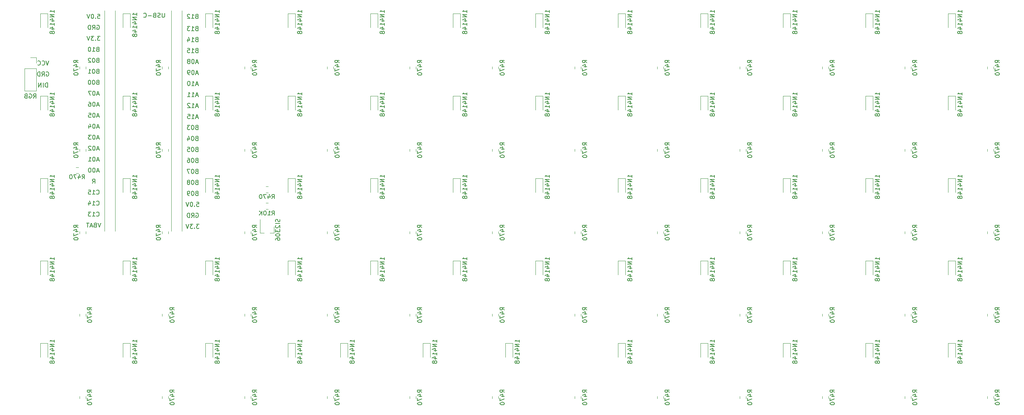
<source format=gbo>
G04 #@! TF.GenerationSoftware,KiCad,Pcbnew,(5.1.4)-1*
G04 #@! TF.CreationDate,2020-10-21T19:16:38-05:00*
G04 #@! TF.ProjectId,Alpha,416c7068-612e-46b6-9963-61645f706362,rev?*
G04 #@! TF.SameCoordinates,Original*
G04 #@! TF.FileFunction,Legend,Bot*
G04 #@! TF.FilePolarity,Positive*
%FSLAX46Y46*%
G04 Gerber Fmt 4.6, Leading zero omitted, Abs format (unit mm)*
G04 Created by KiCad (PCBNEW (5.1.4)-1) date 2020-10-21 19:16:38*
%MOMM*%
%LPD*%
G04 APERTURE LIST*
%ADD10C,0.120000*%
%ADD11C,0.150000*%
%ADD12R,1.702000X1.702000*%
%ADD13C,0.100000*%
%ADD14C,1.702000*%
%ADD15O,1.702000X1.702000*%
%ADD16O,1.902000X1.602000*%
%ADD17C,1.402000*%
%ADD18R,1.602000X1.402000*%
%ADD19C,1.252000*%
%ADD20C,1.802000*%
%ADD21C,4.102000*%
%ADD22C,2.302000*%
%ADD23R,1.802000X1.802000*%
%ADD24O,1.802000X1.802000*%
%ADD25R,0.902000X2.002000*%
%ADD26R,1.902000X1.902000*%
%ADD27C,1.902000*%
%ADD28C,3.152000*%
%ADD29R,1.102000X1.102000*%
G04 APERTURE END LIST*
D10*
X53915000Y-97910000D02*
X53915000Y-46870000D01*
X71815000Y-46870000D02*
X71815000Y-97910000D01*
X56405000Y-97850000D02*
X56405000Y-46930000D01*
X69325000Y-46930000D02*
X69325000Y-97850000D01*
X47363748Y-83110000D02*
X47886252Y-83110000D01*
X47363748Y-84530000D02*
X47886252Y-84530000D01*
X38160000Y-65465000D02*
X35500000Y-65465000D01*
X38160000Y-60325000D02*
X38160000Y-65465000D01*
X35500000Y-60325000D02*
X35500000Y-65465000D01*
X38160000Y-60325000D02*
X35500000Y-60325000D01*
X38160000Y-59055000D02*
X38160000Y-57725000D01*
X38160000Y-57725000D02*
X36830000Y-57725000D01*
X93020000Y-98320000D02*
X92090000Y-98320000D01*
X89860000Y-98320000D02*
X90790000Y-98320000D01*
X89860000Y-98320000D02*
X89860000Y-95160000D01*
X93020000Y-98320000D02*
X93020000Y-96860000D01*
X91178748Y-92785000D02*
X91701252Y-92785000D01*
X91178748Y-91365000D02*
X91701252Y-91365000D01*
X91178748Y-87555000D02*
X91701252Y-87555000D01*
X91178748Y-88975000D02*
X91701252Y-88975000D01*
X257735000Y-136018748D02*
X257735000Y-136541252D01*
X259155000Y-136018748D02*
X259155000Y-136541252D01*
X238685000Y-136018748D02*
X238685000Y-136541252D01*
X240105000Y-136018748D02*
X240105000Y-136541252D01*
X219635000Y-136018748D02*
X219635000Y-136541252D01*
X221055000Y-136018748D02*
X221055000Y-136541252D01*
X200585000Y-136018748D02*
X200585000Y-136541252D01*
X202005000Y-136018748D02*
X202005000Y-136541252D01*
X181535000Y-136018748D02*
X181535000Y-136541252D01*
X182955000Y-136018748D02*
X182955000Y-136541252D01*
X162485000Y-136018748D02*
X162485000Y-136541252D01*
X163905000Y-136018748D02*
X163905000Y-136541252D01*
X143435000Y-136018748D02*
X143435000Y-136541252D01*
X144855000Y-136018748D02*
X144855000Y-136541252D01*
X124385000Y-136018748D02*
X124385000Y-136541252D01*
X125805000Y-136018748D02*
X125805000Y-136541252D01*
X105335000Y-136018748D02*
X105335000Y-136541252D01*
X106755000Y-136018748D02*
X106755000Y-136541252D01*
X86285000Y-136018748D02*
X86285000Y-136541252D01*
X87705000Y-136018748D02*
X87705000Y-136541252D01*
X67235000Y-136018748D02*
X67235000Y-136541252D01*
X68655000Y-136018748D02*
X68655000Y-136541252D01*
X48185000Y-136018748D02*
X48185000Y-136541252D01*
X49605000Y-136018748D02*
X49605000Y-136541252D01*
X257735000Y-116968748D02*
X257735000Y-117491252D01*
X259155000Y-116968748D02*
X259155000Y-117491252D01*
X238685000Y-116968748D02*
X238685000Y-117491252D01*
X240105000Y-116968748D02*
X240105000Y-117491252D01*
X219635000Y-116968748D02*
X219635000Y-117491252D01*
X221055000Y-116968748D02*
X221055000Y-117491252D01*
X200585000Y-116968748D02*
X200585000Y-117491252D01*
X202005000Y-116968748D02*
X202005000Y-117491252D01*
X181535000Y-116968748D02*
X181535000Y-117491252D01*
X182955000Y-116968748D02*
X182955000Y-117491252D01*
X162485000Y-116968748D02*
X162485000Y-117491252D01*
X163905000Y-116968748D02*
X163905000Y-117491252D01*
X143435000Y-116968748D02*
X143435000Y-117491252D01*
X144855000Y-116968748D02*
X144855000Y-117491252D01*
X124385000Y-116968748D02*
X124385000Y-117491252D01*
X125805000Y-116968748D02*
X125805000Y-117491252D01*
X105335000Y-116968748D02*
X105335000Y-117491252D01*
X106755000Y-116968748D02*
X106755000Y-117491252D01*
X86285000Y-116968748D02*
X86285000Y-117491252D01*
X87705000Y-116968748D02*
X87705000Y-117491252D01*
X67235000Y-116968748D02*
X67235000Y-117491252D01*
X68655000Y-116968748D02*
X68655000Y-117491252D01*
X48185000Y-116968748D02*
X48185000Y-117491252D01*
X49605000Y-116968748D02*
X49605000Y-117491252D01*
X257735000Y-97918748D02*
X257735000Y-98441252D01*
X259155000Y-97918748D02*
X259155000Y-98441252D01*
X238685000Y-97918748D02*
X238685000Y-98441252D01*
X240105000Y-97918748D02*
X240105000Y-98441252D01*
X219635000Y-97918748D02*
X219635000Y-98441252D01*
X221055000Y-97918748D02*
X221055000Y-98441252D01*
X200585000Y-97918748D02*
X200585000Y-98441252D01*
X202005000Y-97918748D02*
X202005000Y-98441252D01*
X181535000Y-97918748D02*
X181535000Y-98441252D01*
X182955000Y-97918748D02*
X182955000Y-98441252D01*
X162485000Y-97918748D02*
X162485000Y-98441252D01*
X163905000Y-97918748D02*
X163905000Y-98441252D01*
X143435000Y-97918748D02*
X143435000Y-98441252D01*
X144855000Y-97918748D02*
X144855000Y-98441252D01*
X124385000Y-97918748D02*
X124385000Y-98441252D01*
X125805000Y-97918748D02*
X125805000Y-98441252D01*
X105335000Y-97918748D02*
X105335000Y-98441252D01*
X106755000Y-97918748D02*
X106755000Y-98441252D01*
X86285000Y-97918748D02*
X86285000Y-98441252D01*
X87705000Y-97918748D02*
X87705000Y-98441252D01*
X67235000Y-97918748D02*
X67235000Y-98441252D01*
X68655000Y-97918748D02*
X68655000Y-98441252D01*
X48185000Y-97918748D02*
X48185000Y-98441252D01*
X49605000Y-97918748D02*
X49605000Y-98441252D01*
X257735000Y-78868748D02*
X257735000Y-79391252D01*
X259155000Y-78868748D02*
X259155000Y-79391252D01*
X238685000Y-78868748D02*
X238685000Y-79391252D01*
X240105000Y-78868748D02*
X240105000Y-79391252D01*
X219635000Y-78868748D02*
X219635000Y-79391252D01*
X221055000Y-78868748D02*
X221055000Y-79391252D01*
X200585000Y-78868748D02*
X200585000Y-79391252D01*
X202005000Y-78868748D02*
X202005000Y-79391252D01*
X181535000Y-78868748D02*
X181535000Y-79391252D01*
X182955000Y-78868748D02*
X182955000Y-79391252D01*
X162485000Y-78868748D02*
X162485000Y-79391252D01*
X163905000Y-78868748D02*
X163905000Y-79391252D01*
X143435000Y-78868748D02*
X143435000Y-79391252D01*
X144855000Y-78868748D02*
X144855000Y-79391252D01*
X124385000Y-78868748D02*
X124385000Y-79391252D01*
X125805000Y-78868748D02*
X125805000Y-79391252D01*
X105335000Y-78868748D02*
X105335000Y-79391252D01*
X106755000Y-78868748D02*
X106755000Y-79391252D01*
X87705000Y-78868748D02*
X87705000Y-79391252D01*
X86285000Y-78868748D02*
X86285000Y-79391252D01*
X67235000Y-78868748D02*
X67235000Y-79391252D01*
X68655000Y-78868748D02*
X68655000Y-79391252D01*
X48185000Y-78868748D02*
X48185000Y-79391252D01*
X49605000Y-78868748D02*
X49605000Y-79391252D01*
X257735000Y-59818748D02*
X257735000Y-60341252D01*
X259155000Y-59818748D02*
X259155000Y-60341252D01*
X238685000Y-59818748D02*
X238685000Y-60341252D01*
X240105000Y-59818748D02*
X240105000Y-60341252D01*
X219635000Y-59818748D02*
X219635000Y-60341252D01*
X221055000Y-59818748D02*
X221055000Y-60341252D01*
X200585000Y-59818748D02*
X200585000Y-60341252D01*
X202005000Y-59818748D02*
X202005000Y-60341252D01*
X181535000Y-59818748D02*
X181535000Y-60341252D01*
X182955000Y-59818748D02*
X182955000Y-60341252D01*
X162485000Y-59818748D02*
X162485000Y-60341252D01*
X163905000Y-59818748D02*
X163905000Y-60341252D01*
X143435000Y-59818748D02*
X143435000Y-60341252D01*
X144855000Y-59818748D02*
X144855000Y-60341252D01*
X124385000Y-59818748D02*
X124385000Y-60341252D01*
X125805000Y-59818748D02*
X125805000Y-60341252D01*
X105335000Y-59818748D02*
X105335000Y-60341252D01*
X106755000Y-59818748D02*
X106755000Y-60341252D01*
X86285000Y-59818748D02*
X86285000Y-60341252D01*
X87705000Y-59818748D02*
X87705000Y-60341252D01*
X67235000Y-59818748D02*
X67235000Y-60341252D01*
X68655000Y-59818748D02*
X68655000Y-60341252D01*
X248705000Y-123810000D02*
X250405000Y-123810000D01*
X250405000Y-123810000D02*
X250405000Y-126960000D01*
X248705000Y-123810000D02*
X248705000Y-126960000D01*
X229655000Y-123810000D02*
X231355000Y-123810000D01*
X231355000Y-123810000D02*
X231355000Y-126960000D01*
X229655000Y-123810000D02*
X229655000Y-126960000D01*
X210605000Y-123810000D02*
X212305000Y-123810000D01*
X212305000Y-123810000D02*
X212305000Y-126960000D01*
X210605000Y-123810000D02*
X210605000Y-126960000D01*
X191555000Y-123810000D02*
X193255000Y-123810000D01*
X193255000Y-123810000D02*
X193255000Y-126960000D01*
X191555000Y-123810000D02*
X191555000Y-126960000D01*
X172505000Y-123810000D02*
X174205000Y-123810000D01*
X174205000Y-123810000D02*
X174205000Y-126960000D01*
X172505000Y-123810000D02*
X172505000Y-126960000D01*
X146470000Y-123810000D02*
X148170000Y-123810000D01*
X148170000Y-123810000D02*
X148170000Y-126960000D01*
X146470000Y-123810000D02*
X146470000Y-126960000D01*
X127420000Y-123810000D02*
X129120000Y-123810000D01*
X129120000Y-123810000D02*
X129120000Y-126960000D01*
X127420000Y-123810000D02*
X127420000Y-126960000D01*
X108370000Y-123810000D02*
X110070000Y-123810000D01*
X110070000Y-123810000D02*
X110070000Y-126960000D01*
X108370000Y-123810000D02*
X108370000Y-126960000D01*
X96305000Y-123810000D02*
X98005000Y-123810000D01*
X98005000Y-123810000D02*
X98005000Y-126960000D01*
X96305000Y-123810000D02*
X96305000Y-126960000D01*
X77255000Y-123810000D02*
X78955000Y-123810000D01*
X78955000Y-123810000D02*
X78955000Y-126960000D01*
X77255000Y-123810000D02*
X77255000Y-126960000D01*
X58205000Y-123810000D02*
X59905000Y-123810000D01*
X59905000Y-123810000D02*
X59905000Y-126960000D01*
X58205000Y-123810000D02*
X58205000Y-126960000D01*
X39155000Y-123810000D02*
X40855000Y-123810000D01*
X40855000Y-123810000D02*
X40855000Y-126960000D01*
X39155000Y-123810000D02*
X39155000Y-126960000D01*
X248705000Y-104760000D02*
X250405000Y-104760000D01*
X250405000Y-104760000D02*
X250405000Y-107910000D01*
X248705000Y-104760000D02*
X248705000Y-107910000D01*
X229655000Y-104760000D02*
X231355000Y-104760000D01*
X231355000Y-104760000D02*
X231355000Y-107910000D01*
X229655000Y-104760000D02*
X229655000Y-107910000D01*
X210605000Y-104760000D02*
X212305000Y-104760000D01*
X212305000Y-104760000D02*
X212305000Y-107910000D01*
X210605000Y-104760000D02*
X210605000Y-107910000D01*
X191555000Y-104760000D02*
X193255000Y-104760000D01*
X193255000Y-104760000D02*
X193255000Y-107910000D01*
X191555000Y-104760000D02*
X191555000Y-107910000D01*
X172505000Y-104760000D02*
X174205000Y-104760000D01*
X174205000Y-104760000D02*
X174205000Y-107910000D01*
X172505000Y-104760000D02*
X172505000Y-107910000D01*
X153455000Y-104760000D02*
X155155000Y-104760000D01*
X155155000Y-104760000D02*
X155155000Y-107910000D01*
X153455000Y-104760000D02*
X153455000Y-107910000D01*
X134405000Y-104760000D02*
X136105000Y-104760000D01*
X136105000Y-104760000D02*
X136105000Y-107910000D01*
X134405000Y-104760000D02*
X134405000Y-107910000D01*
X115355000Y-104760000D02*
X117055000Y-104760000D01*
X117055000Y-104760000D02*
X117055000Y-107910000D01*
X115355000Y-104760000D02*
X115355000Y-107910000D01*
X96305000Y-104760000D02*
X98005000Y-104760000D01*
X98005000Y-104760000D02*
X98005000Y-107910000D01*
X96305000Y-104760000D02*
X96305000Y-107910000D01*
X77255000Y-104760000D02*
X78955000Y-104760000D01*
X78955000Y-104760000D02*
X78955000Y-107910000D01*
X77255000Y-104760000D02*
X77255000Y-107910000D01*
X58205000Y-104760000D02*
X59905000Y-104760000D01*
X59905000Y-104760000D02*
X59905000Y-107910000D01*
X58205000Y-104760000D02*
X58205000Y-107910000D01*
X39155000Y-104760000D02*
X40855000Y-104760000D01*
X40855000Y-104760000D02*
X40855000Y-107910000D01*
X39155000Y-104760000D02*
X39155000Y-107910000D01*
X248705000Y-85710000D02*
X250405000Y-85710000D01*
X250405000Y-85710000D02*
X250405000Y-88860000D01*
X248705000Y-85710000D02*
X248705000Y-88860000D01*
X229655000Y-85710000D02*
X231355000Y-85710000D01*
X231355000Y-85710000D02*
X231355000Y-88860000D01*
X229655000Y-85710000D02*
X229655000Y-88860000D01*
X210605000Y-85710000D02*
X212305000Y-85710000D01*
X212305000Y-85710000D02*
X212305000Y-88860000D01*
X210605000Y-85710000D02*
X210605000Y-88860000D01*
X191555000Y-85710000D02*
X193255000Y-85710000D01*
X193255000Y-85710000D02*
X193255000Y-88860000D01*
X191555000Y-85710000D02*
X191555000Y-88860000D01*
X172505000Y-85710000D02*
X174205000Y-85710000D01*
X174205000Y-85710000D02*
X174205000Y-88860000D01*
X172505000Y-85710000D02*
X172505000Y-88860000D01*
X153455000Y-85710000D02*
X155155000Y-85710000D01*
X155155000Y-85710000D02*
X155155000Y-88860000D01*
X153455000Y-85710000D02*
X153455000Y-88860000D01*
X134405000Y-85710000D02*
X136105000Y-85710000D01*
X136105000Y-85710000D02*
X136105000Y-88860000D01*
X134405000Y-85710000D02*
X134405000Y-88860000D01*
X115355000Y-85710000D02*
X117055000Y-85710000D01*
X117055000Y-85710000D02*
X117055000Y-88860000D01*
X115355000Y-85710000D02*
X115355000Y-88860000D01*
X96305000Y-85710000D02*
X98005000Y-85710000D01*
X98005000Y-85710000D02*
X98005000Y-88860000D01*
X96305000Y-85710000D02*
X96305000Y-88860000D01*
X77255000Y-85710000D02*
X78955000Y-85710000D01*
X78955000Y-85710000D02*
X78955000Y-88860000D01*
X77255000Y-85710000D02*
X77255000Y-88860000D01*
X58205000Y-85710000D02*
X59905000Y-85710000D01*
X59905000Y-85710000D02*
X59905000Y-88860000D01*
X58205000Y-85710000D02*
X58205000Y-88860000D01*
X39155000Y-85710000D02*
X40855000Y-85710000D01*
X40855000Y-85710000D02*
X40855000Y-88860000D01*
X39155000Y-85710000D02*
X39155000Y-88860000D01*
X248705000Y-66660000D02*
X250405000Y-66660000D01*
X250405000Y-66660000D02*
X250405000Y-69810000D01*
X248705000Y-66660000D02*
X248705000Y-69810000D01*
X229655000Y-66660000D02*
X231355000Y-66660000D01*
X231355000Y-66660000D02*
X231355000Y-69810000D01*
X229655000Y-66660000D02*
X229655000Y-69810000D01*
X210605000Y-66660000D02*
X212305000Y-66660000D01*
X212305000Y-66660000D02*
X212305000Y-69810000D01*
X210605000Y-66660000D02*
X210605000Y-69810000D01*
X191555000Y-66660000D02*
X193255000Y-66660000D01*
X193255000Y-66660000D02*
X193255000Y-69810000D01*
X191555000Y-66660000D02*
X191555000Y-69810000D01*
X172505000Y-66660000D02*
X174205000Y-66660000D01*
X174205000Y-66660000D02*
X174205000Y-69810000D01*
X172505000Y-66660000D02*
X172505000Y-69810000D01*
X153455000Y-66660000D02*
X155155000Y-66660000D01*
X155155000Y-66660000D02*
X155155000Y-69810000D01*
X153455000Y-66660000D02*
X153455000Y-69810000D01*
X134405000Y-66660000D02*
X136105000Y-66660000D01*
X136105000Y-66660000D02*
X136105000Y-69810000D01*
X134405000Y-66660000D02*
X134405000Y-69810000D01*
X115355000Y-66660000D02*
X117055000Y-66660000D01*
X117055000Y-66660000D02*
X117055000Y-69810000D01*
X115355000Y-66660000D02*
X115355000Y-69810000D01*
X96305000Y-66660000D02*
X98005000Y-66660000D01*
X98005000Y-66660000D02*
X98005000Y-69810000D01*
X96305000Y-66660000D02*
X96305000Y-69810000D01*
X77255000Y-66660000D02*
X78955000Y-66660000D01*
X78955000Y-66660000D02*
X78955000Y-69810000D01*
X77255000Y-66660000D02*
X77255000Y-69810000D01*
X58205000Y-66660000D02*
X59905000Y-66660000D01*
X59905000Y-66660000D02*
X59905000Y-69810000D01*
X58205000Y-66660000D02*
X58205000Y-69810000D01*
X39155000Y-66660000D02*
X40855000Y-66660000D01*
X40855000Y-66660000D02*
X40855000Y-69810000D01*
X39155000Y-66660000D02*
X39155000Y-69810000D01*
X248705000Y-47610000D02*
X250405000Y-47610000D01*
X250405000Y-47610000D02*
X250405000Y-50760000D01*
X248705000Y-47610000D02*
X248705000Y-50760000D01*
X229655000Y-47610000D02*
X231355000Y-47610000D01*
X231355000Y-47610000D02*
X231355000Y-50760000D01*
X229655000Y-47610000D02*
X229655000Y-50760000D01*
X210605000Y-47610000D02*
X212305000Y-47610000D01*
X212305000Y-47610000D02*
X212305000Y-50760000D01*
X210605000Y-47610000D02*
X210605000Y-50760000D01*
X191555000Y-47610000D02*
X193255000Y-47610000D01*
X193255000Y-47610000D02*
X193255000Y-50760000D01*
X191555000Y-47610000D02*
X191555000Y-50760000D01*
X172505000Y-47610000D02*
X174205000Y-47610000D01*
X174205000Y-47610000D02*
X174205000Y-50760000D01*
X172505000Y-47610000D02*
X172505000Y-50760000D01*
X153455000Y-47610000D02*
X155155000Y-47610000D01*
X155155000Y-47610000D02*
X155155000Y-50760000D01*
X153455000Y-47610000D02*
X153455000Y-50760000D01*
X134405000Y-47610000D02*
X136105000Y-47610000D01*
X136105000Y-47610000D02*
X136105000Y-50760000D01*
X134405000Y-47610000D02*
X134405000Y-50760000D01*
X115355000Y-47610000D02*
X117055000Y-47610000D01*
X117055000Y-47610000D02*
X117055000Y-50760000D01*
X115355000Y-47610000D02*
X115355000Y-50760000D01*
X96305000Y-47610000D02*
X98005000Y-47610000D01*
X98005000Y-47610000D02*
X98005000Y-50760000D01*
X96305000Y-47610000D02*
X96305000Y-50760000D01*
X77255000Y-47610000D02*
X78955000Y-47610000D01*
X78955000Y-47610000D02*
X78955000Y-50760000D01*
X77255000Y-47610000D02*
X77255000Y-50760000D01*
X58205000Y-47610000D02*
X59905000Y-47610000D01*
X59905000Y-47610000D02*
X59905000Y-50760000D01*
X58205000Y-47610000D02*
X58205000Y-50760000D01*
X49605000Y-59818748D02*
X49605000Y-60341252D01*
X48185000Y-59818748D02*
X48185000Y-60341252D01*
X39155000Y-47610000D02*
X39155000Y-50760000D01*
X40855000Y-47610000D02*
X40855000Y-50760000D01*
X39155000Y-47610000D02*
X40855000Y-47610000D01*
D11*
X67785952Y-47458380D02*
X67785952Y-48267904D01*
X67738333Y-48363142D01*
X67690714Y-48410761D01*
X67595476Y-48458380D01*
X67405000Y-48458380D01*
X67309761Y-48410761D01*
X67262142Y-48363142D01*
X67214523Y-48267904D01*
X67214523Y-47458380D01*
X66785952Y-48410761D02*
X66643095Y-48458380D01*
X66405000Y-48458380D01*
X66309761Y-48410761D01*
X66262142Y-48363142D01*
X66214523Y-48267904D01*
X66214523Y-48172666D01*
X66262142Y-48077428D01*
X66309761Y-48029809D01*
X66405000Y-47982190D01*
X66595476Y-47934571D01*
X66690714Y-47886952D01*
X66738333Y-47839333D01*
X66785952Y-47744095D01*
X66785952Y-47648857D01*
X66738333Y-47553619D01*
X66690714Y-47506000D01*
X66595476Y-47458380D01*
X66357380Y-47458380D01*
X66214523Y-47506000D01*
X65452619Y-47934571D02*
X65309761Y-47982190D01*
X65262142Y-48029809D01*
X65214523Y-48125047D01*
X65214523Y-48267904D01*
X65262142Y-48363142D01*
X65309761Y-48410761D01*
X65405000Y-48458380D01*
X65785952Y-48458380D01*
X65785952Y-47458380D01*
X65452619Y-47458380D01*
X65357380Y-47506000D01*
X65309761Y-47553619D01*
X65262142Y-47648857D01*
X65262142Y-47744095D01*
X65309761Y-47839333D01*
X65357380Y-47886952D01*
X65452619Y-47934571D01*
X65785952Y-47934571D01*
X64785952Y-48077428D02*
X64024047Y-48077428D01*
X62976428Y-48363142D02*
X63024047Y-48410761D01*
X63166904Y-48458380D01*
X63262142Y-48458380D01*
X63405000Y-48410761D01*
X63500238Y-48315523D01*
X63547857Y-48220285D01*
X63595476Y-48029809D01*
X63595476Y-47886952D01*
X63547857Y-47696476D01*
X63500238Y-47601238D01*
X63405000Y-47506000D01*
X63262142Y-47458380D01*
X63166904Y-47458380D01*
X63024047Y-47506000D01*
X62976428Y-47553619D01*
X52339761Y-47712380D02*
X52815952Y-47712380D01*
X52863571Y-48188571D01*
X52815952Y-48140952D01*
X52720714Y-48093333D01*
X52482619Y-48093333D01*
X52387380Y-48140952D01*
X52339761Y-48188571D01*
X52292142Y-48283809D01*
X52292142Y-48521904D01*
X52339761Y-48617142D01*
X52387380Y-48664761D01*
X52482619Y-48712380D01*
X52720714Y-48712380D01*
X52815952Y-48664761D01*
X52863571Y-48617142D01*
X51863571Y-48617142D02*
X51815952Y-48664761D01*
X51863571Y-48712380D01*
X51911190Y-48664761D01*
X51863571Y-48617142D01*
X51863571Y-48712380D01*
X51196904Y-47712380D02*
X51101666Y-47712380D01*
X51006428Y-47760000D01*
X50958809Y-47807619D01*
X50911190Y-47902857D01*
X50863571Y-48093333D01*
X50863571Y-48331428D01*
X50911190Y-48521904D01*
X50958809Y-48617142D01*
X51006428Y-48664761D01*
X51101666Y-48712380D01*
X51196904Y-48712380D01*
X51292142Y-48664761D01*
X51339761Y-48617142D01*
X51387380Y-48521904D01*
X51435000Y-48331428D01*
X51435000Y-48093333D01*
X51387380Y-47902857D01*
X51339761Y-47807619D01*
X51292142Y-47760000D01*
X51196904Y-47712380D01*
X50577857Y-47712380D02*
X50244523Y-48712380D01*
X49911190Y-47712380D01*
X52173095Y-50300000D02*
X52268333Y-50252380D01*
X52411190Y-50252380D01*
X52554047Y-50300000D01*
X52649285Y-50395238D01*
X52696904Y-50490476D01*
X52744523Y-50680952D01*
X52744523Y-50823809D01*
X52696904Y-51014285D01*
X52649285Y-51109523D01*
X52554047Y-51204761D01*
X52411190Y-51252380D01*
X52315952Y-51252380D01*
X52173095Y-51204761D01*
X52125476Y-51157142D01*
X52125476Y-50823809D01*
X52315952Y-50823809D01*
X51125476Y-51252380D02*
X51458809Y-50776190D01*
X51696904Y-51252380D02*
X51696904Y-50252380D01*
X51315952Y-50252380D01*
X51220714Y-50300000D01*
X51173095Y-50347619D01*
X51125476Y-50442857D01*
X51125476Y-50585714D01*
X51173095Y-50680952D01*
X51220714Y-50728571D01*
X51315952Y-50776190D01*
X51696904Y-50776190D01*
X50696904Y-51252380D02*
X50696904Y-50252380D01*
X50458809Y-50252380D01*
X50315952Y-50300000D01*
X50220714Y-50395238D01*
X50173095Y-50490476D01*
X50125476Y-50680952D01*
X50125476Y-50823809D01*
X50173095Y-51014285D01*
X50220714Y-51109523D01*
X50315952Y-51204761D01*
X50458809Y-51252380D01*
X50696904Y-51252380D01*
X52911190Y-52792380D02*
X52292142Y-52792380D01*
X52625476Y-53173333D01*
X52482619Y-53173333D01*
X52387380Y-53220952D01*
X52339761Y-53268571D01*
X52292142Y-53363809D01*
X52292142Y-53601904D01*
X52339761Y-53697142D01*
X52387380Y-53744761D01*
X52482619Y-53792380D01*
X52768333Y-53792380D01*
X52863571Y-53744761D01*
X52911190Y-53697142D01*
X51863571Y-53697142D02*
X51815952Y-53744761D01*
X51863571Y-53792380D01*
X51911190Y-53744761D01*
X51863571Y-53697142D01*
X51863571Y-53792380D01*
X51482619Y-52792380D02*
X50863571Y-52792380D01*
X51196904Y-53173333D01*
X51054047Y-53173333D01*
X50958809Y-53220952D01*
X50911190Y-53268571D01*
X50863571Y-53363809D01*
X50863571Y-53601904D01*
X50911190Y-53697142D01*
X50958809Y-53744761D01*
X51054047Y-53792380D01*
X51339761Y-53792380D01*
X51435000Y-53744761D01*
X51482619Y-53697142D01*
X50577857Y-52792380D02*
X50244523Y-53792380D01*
X49911190Y-52792380D01*
X52315952Y-55808571D02*
X52173095Y-55856190D01*
X52125476Y-55903809D01*
X52077857Y-55999047D01*
X52077857Y-56141904D01*
X52125476Y-56237142D01*
X52173095Y-56284761D01*
X52268333Y-56332380D01*
X52649285Y-56332380D01*
X52649285Y-55332380D01*
X52315952Y-55332380D01*
X52220714Y-55380000D01*
X52173095Y-55427619D01*
X52125476Y-55522857D01*
X52125476Y-55618095D01*
X52173095Y-55713333D01*
X52220714Y-55760952D01*
X52315952Y-55808571D01*
X52649285Y-55808571D01*
X51125476Y-56332380D02*
X51696904Y-56332380D01*
X51411190Y-56332380D02*
X51411190Y-55332380D01*
X51506428Y-55475238D01*
X51601666Y-55570476D01*
X51696904Y-55618095D01*
X50506428Y-55332380D02*
X50411190Y-55332380D01*
X50315952Y-55380000D01*
X50268333Y-55427619D01*
X50220714Y-55522857D01*
X50173095Y-55713333D01*
X50173095Y-55951428D01*
X50220714Y-56141904D01*
X50268333Y-56237142D01*
X50315952Y-56284761D01*
X50411190Y-56332380D01*
X50506428Y-56332380D01*
X50601666Y-56284761D01*
X50649285Y-56237142D01*
X50696904Y-56141904D01*
X50744523Y-55951428D01*
X50744523Y-55713333D01*
X50696904Y-55522857D01*
X50649285Y-55427619D01*
X50601666Y-55380000D01*
X50506428Y-55332380D01*
X52315952Y-58348571D02*
X52173095Y-58396190D01*
X52125476Y-58443809D01*
X52077857Y-58539047D01*
X52077857Y-58681904D01*
X52125476Y-58777142D01*
X52173095Y-58824761D01*
X52268333Y-58872380D01*
X52649285Y-58872380D01*
X52649285Y-57872380D01*
X52315952Y-57872380D01*
X52220714Y-57920000D01*
X52173095Y-57967619D01*
X52125476Y-58062857D01*
X52125476Y-58158095D01*
X52173095Y-58253333D01*
X52220714Y-58300952D01*
X52315952Y-58348571D01*
X52649285Y-58348571D01*
X51458809Y-57872380D02*
X51363571Y-57872380D01*
X51268333Y-57920000D01*
X51220714Y-57967619D01*
X51173095Y-58062857D01*
X51125476Y-58253333D01*
X51125476Y-58491428D01*
X51173095Y-58681904D01*
X51220714Y-58777142D01*
X51268333Y-58824761D01*
X51363571Y-58872380D01*
X51458809Y-58872380D01*
X51554047Y-58824761D01*
X51601666Y-58777142D01*
X51649285Y-58681904D01*
X51696904Y-58491428D01*
X51696904Y-58253333D01*
X51649285Y-58062857D01*
X51601666Y-57967619D01*
X51554047Y-57920000D01*
X51458809Y-57872380D01*
X50744523Y-57967619D02*
X50696904Y-57920000D01*
X50601666Y-57872380D01*
X50363571Y-57872380D01*
X50268333Y-57920000D01*
X50220714Y-57967619D01*
X50173095Y-58062857D01*
X50173095Y-58158095D01*
X50220714Y-58300952D01*
X50792142Y-58872380D01*
X50173095Y-58872380D01*
X52315952Y-60888571D02*
X52173095Y-60936190D01*
X52125476Y-60983809D01*
X52077857Y-61079047D01*
X52077857Y-61221904D01*
X52125476Y-61317142D01*
X52173095Y-61364761D01*
X52268333Y-61412380D01*
X52649285Y-61412380D01*
X52649285Y-60412380D01*
X52315952Y-60412380D01*
X52220714Y-60460000D01*
X52173095Y-60507619D01*
X52125476Y-60602857D01*
X52125476Y-60698095D01*
X52173095Y-60793333D01*
X52220714Y-60840952D01*
X52315952Y-60888571D01*
X52649285Y-60888571D01*
X51458809Y-60412380D02*
X51363571Y-60412380D01*
X51268333Y-60460000D01*
X51220714Y-60507619D01*
X51173095Y-60602857D01*
X51125476Y-60793333D01*
X51125476Y-61031428D01*
X51173095Y-61221904D01*
X51220714Y-61317142D01*
X51268333Y-61364761D01*
X51363571Y-61412380D01*
X51458809Y-61412380D01*
X51554047Y-61364761D01*
X51601666Y-61317142D01*
X51649285Y-61221904D01*
X51696904Y-61031428D01*
X51696904Y-60793333D01*
X51649285Y-60602857D01*
X51601666Y-60507619D01*
X51554047Y-60460000D01*
X51458809Y-60412380D01*
X50173095Y-61412380D02*
X50744523Y-61412380D01*
X50458809Y-61412380D02*
X50458809Y-60412380D01*
X50554047Y-60555238D01*
X50649285Y-60650476D01*
X50744523Y-60698095D01*
X52315952Y-63428571D02*
X52173095Y-63476190D01*
X52125476Y-63523809D01*
X52077857Y-63619047D01*
X52077857Y-63761904D01*
X52125476Y-63857142D01*
X52173095Y-63904761D01*
X52268333Y-63952380D01*
X52649285Y-63952380D01*
X52649285Y-62952380D01*
X52315952Y-62952380D01*
X52220714Y-63000000D01*
X52173095Y-63047619D01*
X52125476Y-63142857D01*
X52125476Y-63238095D01*
X52173095Y-63333333D01*
X52220714Y-63380952D01*
X52315952Y-63428571D01*
X52649285Y-63428571D01*
X51458809Y-62952380D02*
X51363571Y-62952380D01*
X51268333Y-63000000D01*
X51220714Y-63047619D01*
X51173095Y-63142857D01*
X51125476Y-63333333D01*
X51125476Y-63571428D01*
X51173095Y-63761904D01*
X51220714Y-63857142D01*
X51268333Y-63904761D01*
X51363571Y-63952380D01*
X51458809Y-63952380D01*
X51554047Y-63904761D01*
X51601666Y-63857142D01*
X51649285Y-63761904D01*
X51696904Y-63571428D01*
X51696904Y-63333333D01*
X51649285Y-63142857D01*
X51601666Y-63047619D01*
X51554047Y-63000000D01*
X51458809Y-62952380D01*
X50506428Y-62952380D02*
X50411190Y-62952380D01*
X50315952Y-63000000D01*
X50268333Y-63047619D01*
X50220714Y-63142857D01*
X50173095Y-63333333D01*
X50173095Y-63571428D01*
X50220714Y-63761904D01*
X50268333Y-63857142D01*
X50315952Y-63904761D01*
X50411190Y-63952380D01*
X50506428Y-63952380D01*
X50601666Y-63904761D01*
X50649285Y-63857142D01*
X50696904Y-63761904D01*
X50744523Y-63571428D01*
X50744523Y-63333333D01*
X50696904Y-63142857D01*
X50649285Y-63047619D01*
X50601666Y-63000000D01*
X50506428Y-62952380D01*
X52625476Y-66206666D02*
X52149285Y-66206666D01*
X52720714Y-66492380D02*
X52387380Y-65492380D01*
X52054047Y-66492380D01*
X51530238Y-65492380D02*
X51435000Y-65492380D01*
X51339761Y-65540000D01*
X51292142Y-65587619D01*
X51244523Y-65682857D01*
X51196904Y-65873333D01*
X51196904Y-66111428D01*
X51244523Y-66301904D01*
X51292142Y-66397142D01*
X51339761Y-66444761D01*
X51435000Y-66492380D01*
X51530238Y-66492380D01*
X51625476Y-66444761D01*
X51673095Y-66397142D01*
X51720714Y-66301904D01*
X51768333Y-66111428D01*
X51768333Y-65873333D01*
X51720714Y-65682857D01*
X51673095Y-65587619D01*
X51625476Y-65540000D01*
X51530238Y-65492380D01*
X50863571Y-65492380D02*
X50196904Y-65492380D01*
X50625476Y-66492380D01*
X52625476Y-68746666D02*
X52149285Y-68746666D01*
X52720714Y-69032380D02*
X52387380Y-68032380D01*
X52054047Y-69032380D01*
X51530238Y-68032380D02*
X51435000Y-68032380D01*
X51339761Y-68080000D01*
X51292142Y-68127619D01*
X51244523Y-68222857D01*
X51196904Y-68413333D01*
X51196904Y-68651428D01*
X51244523Y-68841904D01*
X51292142Y-68937142D01*
X51339761Y-68984761D01*
X51435000Y-69032380D01*
X51530238Y-69032380D01*
X51625476Y-68984761D01*
X51673095Y-68937142D01*
X51720714Y-68841904D01*
X51768333Y-68651428D01*
X51768333Y-68413333D01*
X51720714Y-68222857D01*
X51673095Y-68127619D01*
X51625476Y-68080000D01*
X51530238Y-68032380D01*
X50339761Y-68032380D02*
X50530238Y-68032380D01*
X50625476Y-68080000D01*
X50673095Y-68127619D01*
X50768333Y-68270476D01*
X50815952Y-68460952D01*
X50815952Y-68841904D01*
X50768333Y-68937142D01*
X50720714Y-68984761D01*
X50625476Y-69032380D01*
X50435000Y-69032380D01*
X50339761Y-68984761D01*
X50292142Y-68937142D01*
X50244523Y-68841904D01*
X50244523Y-68603809D01*
X50292142Y-68508571D01*
X50339761Y-68460952D01*
X50435000Y-68413333D01*
X50625476Y-68413333D01*
X50720714Y-68460952D01*
X50768333Y-68508571D01*
X50815952Y-68603809D01*
X52625476Y-71286666D02*
X52149285Y-71286666D01*
X52720714Y-71572380D02*
X52387380Y-70572380D01*
X52054047Y-71572380D01*
X51530238Y-70572380D02*
X51435000Y-70572380D01*
X51339761Y-70620000D01*
X51292142Y-70667619D01*
X51244523Y-70762857D01*
X51196904Y-70953333D01*
X51196904Y-71191428D01*
X51244523Y-71381904D01*
X51292142Y-71477142D01*
X51339761Y-71524761D01*
X51435000Y-71572380D01*
X51530238Y-71572380D01*
X51625476Y-71524761D01*
X51673095Y-71477142D01*
X51720714Y-71381904D01*
X51768333Y-71191428D01*
X51768333Y-70953333D01*
X51720714Y-70762857D01*
X51673095Y-70667619D01*
X51625476Y-70620000D01*
X51530238Y-70572380D01*
X50292142Y-70572380D02*
X50768333Y-70572380D01*
X50815952Y-71048571D01*
X50768333Y-71000952D01*
X50673095Y-70953333D01*
X50435000Y-70953333D01*
X50339761Y-71000952D01*
X50292142Y-71048571D01*
X50244523Y-71143809D01*
X50244523Y-71381904D01*
X50292142Y-71477142D01*
X50339761Y-71524761D01*
X50435000Y-71572380D01*
X50673095Y-71572380D01*
X50768333Y-71524761D01*
X50815952Y-71477142D01*
X52625476Y-73826666D02*
X52149285Y-73826666D01*
X52720714Y-74112380D02*
X52387380Y-73112380D01*
X52054047Y-74112380D01*
X51530238Y-73112380D02*
X51435000Y-73112380D01*
X51339761Y-73160000D01*
X51292142Y-73207619D01*
X51244523Y-73302857D01*
X51196904Y-73493333D01*
X51196904Y-73731428D01*
X51244523Y-73921904D01*
X51292142Y-74017142D01*
X51339761Y-74064761D01*
X51435000Y-74112380D01*
X51530238Y-74112380D01*
X51625476Y-74064761D01*
X51673095Y-74017142D01*
X51720714Y-73921904D01*
X51768333Y-73731428D01*
X51768333Y-73493333D01*
X51720714Y-73302857D01*
X51673095Y-73207619D01*
X51625476Y-73160000D01*
X51530238Y-73112380D01*
X50339761Y-73445714D02*
X50339761Y-74112380D01*
X50577857Y-73064761D02*
X50815952Y-73779047D01*
X50196904Y-73779047D01*
X52625476Y-76366666D02*
X52149285Y-76366666D01*
X52720714Y-76652380D02*
X52387380Y-75652380D01*
X52054047Y-76652380D01*
X51530238Y-75652380D02*
X51435000Y-75652380D01*
X51339761Y-75700000D01*
X51292142Y-75747619D01*
X51244523Y-75842857D01*
X51196904Y-76033333D01*
X51196904Y-76271428D01*
X51244523Y-76461904D01*
X51292142Y-76557142D01*
X51339761Y-76604761D01*
X51435000Y-76652380D01*
X51530238Y-76652380D01*
X51625476Y-76604761D01*
X51673095Y-76557142D01*
X51720714Y-76461904D01*
X51768333Y-76271428D01*
X51768333Y-76033333D01*
X51720714Y-75842857D01*
X51673095Y-75747619D01*
X51625476Y-75700000D01*
X51530238Y-75652380D01*
X50863571Y-75652380D02*
X50244523Y-75652380D01*
X50577857Y-76033333D01*
X50435000Y-76033333D01*
X50339761Y-76080952D01*
X50292142Y-76128571D01*
X50244523Y-76223809D01*
X50244523Y-76461904D01*
X50292142Y-76557142D01*
X50339761Y-76604761D01*
X50435000Y-76652380D01*
X50720714Y-76652380D01*
X50815952Y-76604761D01*
X50863571Y-76557142D01*
X52625476Y-78906666D02*
X52149285Y-78906666D01*
X52720714Y-79192380D02*
X52387380Y-78192380D01*
X52054047Y-79192380D01*
X51530238Y-78192380D02*
X51435000Y-78192380D01*
X51339761Y-78240000D01*
X51292142Y-78287619D01*
X51244523Y-78382857D01*
X51196904Y-78573333D01*
X51196904Y-78811428D01*
X51244523Y-79001904D01*
X51292142Y-79097142D01*
X51339761Y-79144761D01*
X51435000Y-79192380D01*
X51530238Y-79192380D01*
X51625476Y-79144761D01*
X51673095Y-79097142D01*
X51720714Y-79001904D01*
X51768333Y-78811428D01*
X51768333Y-78573333D01*
X51720714Y-78382857D01*
X51673095Y-78287619D01*
X51625476Y-78240000D01*
X51530238Y-78192380D01*
X50815952Y-78287619D02*
X50768333Y-78240000D01*
X50673095Y-78192380D01*
X50435000Y-78192380D01*
X50339761Y-78240000D01*
X50292142Y-78287619D01*
X50244523Y-78382857D01*
X50244523Y-78478095D01*
X50292142Y-78620952D01*
X50863571Y-79192380D01*
X50244523Y-79192380D01*
X52625476Y-81446666D02*
X52149285Y-81446666D01*
X52720714Y-81732380D02*
X52387380Y-80732380D01*
X52054047Y-81732380D01*
X51530238Y-80732380D02*
X51435000Y-80732380D01*
X51339761Y-80780000D01*
X51292142Y-80827619D01*
X51244523Y-80922857D01*
X51196904Y-81113333D01*
X51196904Y-81351428D01*
X51244523Y-81541904D01*
X51292142Y-81637142D01*
X51339761Y-81684761D01*
X51435000Y-81732380D01*
X51530238Y-81732380D01*
X51625476Y-81684761D01*
X51673095Y-81637142D01*
X51720714Y-81541904D01*
X51768333Y-81351428D01*
X51768333Y-81113333D01*
X51720714Y-80922857D01*
X51673095Y-80827619D01*
X51625476Y-80780000D01*
X51530238Y-80732380D01*
X50244523Y-81732380D02*
X50815952Y-81732380D01*
X50530238Y-81732380D02*
X50530238Y-80732380D01*
X50625476Y-80875238D01*
X50720714Y-80970476D01*
X50815952Y-81018095D01*
X52625476Y-83986666D02*
X52149285Y-83986666D01*
X52720714Y-84272380D02*
X52387380Y-83272380D01*
X52054047Y-84272380D01*
X51530238Y-83272380D02*
X51435000Y-83272380D01*
X51339761Y-83320000D01*
X51292142Y-83367619D01*
X51244523Y-83462857D01*
X51196904Y-83653333D01*
X51196904Y-83891428D01*
X51244523Y-84081904D01*
X51292142Y-84177142D01*
X51339761Y-84224761D01*
X51435000Y-84272380D01*
X51530238Y-84272380D01*
X51625476Y-84224761D01*
X51673095Y-84177142D01*
X51720714Y-84081904D01*
X51768333Y-83891428D01*
X51768333Y-83653333D01*
X51720714Y-83462857D01*
X51673095Y-83367619D01*
X51625476Y-83320000D01*
X51530238Y-83272380D01*
X50577857Y-83272380D02*
X50482619Y-83272380D01*
X50387380Y-83320000D01*
X50339761Y-83367619D01*
X50292142Y-83462857D01*
X50244523Y-83653333D01*
X50244523Y-83891428D01*
X50292142Y-84081904D01*
X50339761Y-84177142D01*
X50387380Y-84224761D01*
X50482619Y-84272380D01*
X50577857Y-84272380D01*
X50673095Y-84224761D01*
X50720714Y-84177142D01*
X50768333Y-84081904D01*
X50815952Y-83891428D01*
X50815952Y-83653333D01*
X50768333Y-83462857D01*
X50720714Y-83367619D01*
X50673095Y-83320000D01*
X50577857Y-83272380D01*
X51125476Y-86812380D02*
X51458809Y-86336190D01*
X51696904Y-86812380D02*
X51696904Y-85812380D01*
X51315952Y-85812380D01*
X51220714Y-85860000D01*
X51173095Y-85907619D01*
X51125476Y-86002857D01*
X51125476Y-86145714D01*
X51173095Y-86240952D01*
X51220714Y-86288571D01*
X51315952Y-86336190D01*
X51696904Y-86336190D01*
X52077857Y-89257142D02*
X52125476Y-89304761D01*
X52268333Y-89352380D01*
X52363571Y-89352380D01*
X52506428Y-89304761D01*
X52601666Y-89209523D01*
X52649285Y-89114285D01*
X52696904Y-88923809D01*
X52696904Y-88780952D01*
X52649285Y-88590476D01*
X52601666Y-88495238D01*
X52506428Y-88400000D01*
X52363571Y-88352380D01*
X52268333Y-88352380D01*
X52125476Y-88400000D01*
X52077857Y-88447619D01*
X51125476Y-89352380D02*
X51696904Y-89352380D01*
X51411190Y-89352380D02*
X51411190Y-88352380D01*
X51506428Y-88495238D01*
X51601666Y-88590476D01*
X51696904Y-88638095D01*
X50220714Y-88352380D02*
X50696904Y-88352380D01*
X50744523Y-88828571D01*
X50696904Y-88780952D01*
X50601666Y-88733333D01*
X50363571Y-88733333D01*
X50268333Y-88780952D01*
X50220714Y-88828571D01*
X50173095Y-88923809D01*
X50173095Y-89161904D01*
X50220714Y-89257142D01*
X50268333Y-89304761D01*
X50363571Y-89352380D01*
X50601666Y-89352380D01*
X50696904Y-89304761D01*
X50744523Y-89257142D01*
X52077857Y-91797142D02*
X52125476Y-91844761D01*
X52268333Y-91892380D01*
X52363571Y-91892380D01*
X52506428Y-91844761D01*
X52601666Y-91749523D01*
X52649285Y-91654285D01*
X52696904Y-91463809D01*
X52696904Y-91320952D01*
X52649285Y-91130476D01*
X52601666Y-91035238D01*
X52506428Y-90940000D01*
X52363571Y-90892380D01*
X52268333Y-90892380D01*
X52125476Y-90940000D01*
X52077857Y-90987619D01*
X51125476Y-91892380D02*
X51696904Y-91892380D01*
X51411190Y-91892380D02*
X51411190Y-90892380D01*
X51506428Y-91035238D01*
X51601666Y-91130476D01*
X51696904Y-91178095D01*
X50268333Y-91225714D02*
X50268333Y-91892380D01*
X50506428Y-90844761D02*
X50744523Y-91559047D01*
X50125476Y-91559047D01*
X52077857Y-94337142D02*
X52125476Y-94384761D01*
X52268333Y-94432380D01*
X52363571Y-94432380D01*
X52506428Y-94384761D01*
X52601666Y-94289523D01*
X52649285Y-94194285D01*
X52696904Y-94003809D01*
X52696904Y-93860952D01*
X52649285Y-93670476D01*
X52601666Y-93575238D01*
X52506428Y-93480000D01*
X52363571Y-93432380D01*
X52268333Y-93432380D01*
X52125476Y-93480000D01*
X52077857Y-93527619D01*
X51125476Y-94432380D02*
X51696904Y-94432380D01*
X51411190Y-94432380D02*
X51411190Y-93432380D01*
X51506428Y-93575238D01*
X51601666Y-93670476D01*
X51696904Y-93718095D01*
X50792142Y-93432380D02*
X50173095Y-93432380D01*
X50506428Y-93813333D01*
X50363571Y-93813333D01*
X50268333Y-93860952D01*
X50220714Y-93908571D01*
X50173095Y-94003809D01*
X50173095Y-94241904D01*
X50220714Y-94337142D01*
X50268333Y-94384761D01*
X50363571Y-94432380D01*
X50649285Y-94432380D01*
X50744523Y-94384761D01*
X50792142Y-94337142D01*
X53077857Y-95972380D02*
X52744523Y-96972380D01*
X52411190Y-95972380D01*
X51744523Y-96448571D02*
X51601666Y-96496190D01*
X51554047Y-96543809D01*
X51506428Y-96639047D01*
X51506428Y-96781904D01*
X51554047Y-96877142D01*
X51601666Y-96924761D01*
X51696904Y-96972380D01*
X52077857Y-96972380D01*
X52077857Y-95972380D01*
X51744523Y-95972380D01*
X51649285Y-96020000D01*
X51601666Y-96067619D01*
X51554047Y-96162857D01*
X51554047Y-96258095D01*
X51601666Y-96353333D01*
X51649285Y-96400952D01*
X51744523Y-96448571D01*
X52077857Y-96448571D01*
X51125476Y-96686666D02*
X50649285Y-96686666D01*
X51220714Y-96972380D02*
X50887380Y-95972380D01*
X50554047Y-96972380D01*
X50363571Y-95972380D02*
X49792142Y-95972380D01*
X50077857Y-96972380D02*
X50077857Y-95972380D01*
X75771190Y-96242380D02*
X75152142Y-96242380D01*
X75485476Y-96623333D01*
X75342619Y-96623333D01*
X75247380Y-96670952D01*
X75199761Y-96718571D01*
X75152142Y-96813809D01*
X75152142Y-97051904D01*
X75199761Y-97147142D01*
X75247380Y-97194761D01*
X75342619Y-97242380D01*
X75628333Y-97242380D01*
X75723571Y-97194761D01*
X75771190Y-97147142D01*
X74723571Y-97147142D02*
X74675952Y-97194761D01*
X74723571Y-97242380D01*
X74771190Y-97194761D01*
X74723571Y-97147142D01*
X74723571Y-97242380D01*
X74342619Y-96242380D02*
X73723571Y-96242380D01*
X74056904Y-96623333D01*
X73914047Y-96623333D01*
X73818809Y-96670952D01*
X73771190Y-96718571D01*
X73723571Y-96813809D01*
X73723571Y-97051904D01*
X73771190Y-97147142D01*
X73818809Y-97194761D01*
X73914047Y-97242380D01*
X74199761Y-97242380D01*
X74295000Y-97194761D01*
X74342619Y-97147142D01*
X73437857Y-96242380D02*
X73104523Y-97242380D01*
X72771190Y-96242380D01*
X75033095Y-93750000D02*
X75128333Y-93702380D01*
X75271190Y-93702380D01*
X75414047Y-93750000D01*
X75509285Y-93845238D01*
X75556904Y-93940476D01*
X75604523Y-94130952D01*
X75604523Y-94273809D01*
X75556904Y-94464285D01*
X75509285Y-94559523D01*
X75414047Y-94654761D01*
X75271190Y-94702380D01*
X75175952Y-94702380D01*
X75033095Y-94654761D01*
X74985476Y-94607142D01*
X74985476Y-94273809D01*
X75175952Y-94273809D01*
X73985476Y-94702380D02*
X74318809Y-94226190D01*
X74556904Y-94702380D02*
X74556904Y-93702380D01*
X74175952Y-93702380D01*
X74080714Y-93750000D01*
X74033095Y-93797619D01*
X73985476Y-93892857D01*
X73985476Y-94035714D01*
X74033095Y-94130952D01*
X74080714Y-94178571D01*
X74175952Y-94226190D01*
X74556904Y-94226190D01*
X73556904Y-94702380D02*
X73556904Y-93702380D01*
X73318809Y-93702380D01*
X73175952Y-93750000D01*
X73080714Y-93845238D01*
X73033095Y-93940476D01*
X72985476Y-94130952D01*
X72985476Y-94273809D01*
X73033095Y-94464285D01*
X73080714Y-94559523D01*
X73175952Y-94654761D01*
X73318809Y-94702380D01*
X73556904Y-94702380D01*
X75199761Y-91162380D02*
X75675952Y-91162380D01*
X75723571Y-91638571D01*
X75675952Y-91590952D01*
X75580714Y-91543333D01*
X75342619Y-91543333D01*
X75247380Y-91590952D01*
X75199761Y-91638571D01*
X75152142Y-91733809D01*
X75152142Y-91971904D01*
X75199761Y-92067142D01*
X75247380Y-92114761D01*
X75342619Y-92162380D01*
X75580714Y-92162380D01*
X75675952Y-92114761D01*
X75723571Y-92067142D01*
X74723571Y-92067142D02*
X74675952Y-92114761D01*
X74723571Y-92162380D01*
X74771190Y-92114761D01*
X74723571Y-92067142D01*
X74723571Y-92162380D01*
X74056904Y-91162380D02*
X73961666Y-91162380D01*
X73866428Y-91210000D01*
X73818809Y-91257619D01*
X73771190Y-91352857D01*
X73723571Y-91543333D01*
X73723571Y-91781428D01*
X73771190Y-91971904D01*
X73818809Y-92067142D01*
X73866428Y-92114761D01*
X73961666Y-92162380D01*
X74056904Y-92162380D01*
X74152142Y-92114761D01*
X74199761Y-92067142D01*
X74247380Y-91971904D01*
X74295000Y-91781428D01*
X74295000Y-91543333D01*
X74247380Y-91352857D01*
X74199761Y-91257619D01*
X74152142Y-91210000D01*
X74056904Y-91162380D01*
X73437857Y-91162380D02*
X73104523Y-92162380D01*
X72771190Y-91162380D01*
X75175952Y-89098571D02*
X75033095Y-89146190D01*
X74985476Y-89193809D01*
X74937857Y-89289047D01*
X74937857Y-89431904D01*
X74985476Y-89527142D01*
X75033095Y-89574761D01*
X75128333Y-89622380D01*
X75509285Y-89622380D01*
X75509285Y-88622380D01*
X75175952Y-88622380D01*
X75080714Y-88670000D01*
X75033095Y-88717619D01*
X74985476Y-88812857D01*
X74985476Y-88908095D01*
X75033095Y-89003333D01*
X75080714Y-89050952D01*
X75175952Y-89098571D01*
X75509285Y-89098571D01*
X74318809Y-88622380D02*
X74223571Y-88622380D01*
X74128333Y-88670000D01*
X74080714Y-88717619D01*
X74033095Y-88812857D01*
X73985476Y-89003333D01*
X73985476Y-89241428D01*
X74033095Y-89431904D01*
X74080714Y-89527142D01*
X74128333Y-89574761D01*
X74223571Y-89622380D01*
X74318809Y-89622380D01*
X74414047Y-89574761D01*
X74461666Y-89527142D01*
X74509285Y-89431904D01*
X74556904Y-89241428D01*
X74556904Y-89003333D01*
X74509285Y-88812857D01*
X74461666Y-88717619D01*
X74414047Y-88670000D01*
X74318809Y-88622380D01*
X73509285Y-89622380D02*
X73318809Y-89622380D01*
X73223571Y-89574761D01*
X73175952Y-89527142D01*
X73080714Y-89384285D01*
X73033095Y-89193809D01*
X73033095Y-88812857D01*
X73080714Y-88717619D01*
X73128333Y-88670000D01*
X73223571Y-88622380D01*
X73414047Y-88622380D01*
X73509285Y-88670000D01*
X73556904Y-88717619D01*
X73604523Y-88812857D01*
X73604523Y-89050952D01*
X73556904Y-89146190D01*
X73509285Y-89193809D01*
X73414047Y-89241428D01*
X73223571Y-89241428D01*
X73128333Y-89193809D01*
X73080714Y-89146190D01*
X73033095Y-89050952D01*
X75175952Y-86558571D02*
X75033095Y-86606190D01*
X74985476Y-86653809D01*
X74937857Y-86749047D01*
X74937857Y-86891904D01*
X74985476Y-86987142D01*
X75033095Y-87034761D01*
X75128333Y-87082380D01*
X75509285Y-87082380D01*
X75509285Y-86082380D01*
X75175952Y-86082380D01*
X75080714Y-86130000D01*
X75033095Y-86177619D01*
X74985476Y-86272857D01*
X74985476Y-86368095D01*
X75033095Y-86463333D01*
X75080714Y-86510952D01*
X75175952Y-86558571D01*
X75509285Y-86558571D01*
X74318809Y-86082380D02*
X74223571Y-86082380D01*
X74128333Y-86130000D01*
X74080714Y-86177619D01*
X74033095Y-86272857D01*
X73985476Y-86463333D01*
X73985476Y-86701428D01*
X74033095Y-86891904D01*
X74080714Y-86987142D01*
X74128333Y-87034761D01*
X74223571Y-87082380D01*
X74318809Y-87082380D01*
X74414047Y-87034761D01*
X74461666Y-86987142D01*
X74509285Y-86891904D01*
X74556904Y-86701428D01*
X74556904Y-86463333D01*
X74509285Y-86272857D01*
X74461666Y-86177619D01*
X74414047Y-86130000D01*
X74318809Y-86082380D01*
X73414047Y-86510952D02*
X73509285Y-86463333D01*
X73556904Y-86415714D01*
X73604523Y-86320476D01*
X73604523Y-86272857D01*
X73556904Y-86177619D01*
X73509285Y-86130000D01*
X73414047Y-86082380D01*
X73223571Y-86082380D01*
X73128333Y-86130000D01*
X73080714Y-86177619D01*
X73033095Y-86272857D01*
X73033095Y-86320476D01*
X73080714Y-86415714D01*
X73128333Y-86463333D01*
X73223571Y-86510952D01*
X73414047Y-86510952D01*
X73509285Y-86558571D01*
X73556904Y-86606190D01*
X73604523Y-86701428D01*
X73604523Y-86891904D01*
X73556904Y-86987142D01*
X73509285Y-87034761D01*
X73414047Y-87082380D01*
X73223571Y-87082380D01*
X73128333Y-87034761D01*
X73080714Y-86987142D01*
X73033095Y-86891904D01*
X73033095Y-86701428D01*
X73080714Y-86606190D01*
X73128333Y-86558571D01*
X73223571Y-86510952D01*
X75175952Y-84018571D02*
X75033095Y-84066190D01*
X74985476Y-84113809D01*
X74937857Y-84209047D01*
X74937857Y-84351904D01*
X74985476Y-84447142D01*
X75033095Y-84494761D01*
X75128333Y-84542380D01*
X75509285Y-84542380D01*
X75509285Y-83542380D01*
X75175952Y-83542380D01*
X75080714Y-83590000D01*
X75033095Y-83637619D01*
X74985476Y-83732857D01*
X74985476Y-83828095D01*
X75033095Y-83923333D01*
X75080714Y-83970952D01*
X75175952Y-84018571D01*
X75509285Y-84018571D01*
X74318809Y-83542380D02*
X74223571Y-83542380D01*
X74128333Y-83590000D01*
X74080714Y-83637619D01*
X74033095Y-83732857D01*
X73985476Y-83923333D01*
X73985476Y-84161428D01*
X74033095Y-84351904D01*
X74080714Y-84447142D01*
X74128333Y-84494761D01*
X74223571Y-84542380D01*
X74318809Y-84542380D01*
X74414047Y-84494761D01*
X74461666Y-84447142D01*
X74509285Y-84351904D01*
X74556904Y-84161428D01*
X74556904Y-83923333D01*
X74509285Y-83732857D01*
X74461666Y-83637619D01*
X74414047Y-83590000D01*
X74318809Y-83542380D01*
X73652142Y-83542380D02*
X72985476Y-83542380D01*
X73414047Y-84542380D01*
X75175952Y-81478571D02*
X75033095Y-81526190D01*
X74985476Y-81573809D01*
X74937857Y-81669047D01*
X74937857Y-81811904D01*
X74985476Y-81907142D01*
X75033095Y-81954761D01*
X75128333Y-82002380D01*
X75509285Y-82002380D01*
X75509285Y-81002380D01*
X75175952Y-81002380D01*
X75080714Y-81050000D01*
X75033095Y-81097619D01*
X74985476Y-81192857D01*
X74985476Y-81288095D01*
X75033095Y-81383333D01*
X75080714Y-81430952D01*
X75175952Y-81478571D01*
X75509285Y-81478571D01*
X74318809Y-81002380D02*
X74223571Y-81002380D01*
X74128333Y-81050000D01*
X74080714Y-81097619D01*
X74033095Y-81192857D01*
X73985476Y-81383333D01*
X73985476Y-81621428D01*
X74033095Y-81811904D01*
X74080714Y-81907142D01*
X74128333Y-81954761D01*
X74223571Y-82002380D01*
X74318809Y-82002380D01*
X74414047Y-81954761D01*
X74461666Y-81907142D01*
X74509285Y-81811904D01*
X74556904Y-81621428D01*
X74556904Y-81383333D01*
X74509285Y-81192857D01*
X74461666Y-81097619D01*
X74414047Y-81050000D01*
X74318809Y-81002380D01*
X73128333Y-81002380D02*
X73318809Y-81002380D01*
X73414047Y-81050000D01*
X73461666Y-81097619D01*
X73556904Y-81240476D01*
X73604523Y-81430952D01*
X73604523Y-81811904D01*
X73556904Y-81907142D01*
X73509285Y-81954761D01*
X73414047Y-82002380D01*
X73223571Y-82002380D01*
X73128333Y-81954761D01*
X73080714Y-81907142D01*
X73033095Y-81811904D01*
X73033095Y-81573809D01*
X73080714Y-81478571D01*
X73128333Y-81430952D01*
X73223571Y-81383333D01*
X73414047Y-81383333D01*
X73509285Y-81430952D01*
X73556904Y-81478571D01*
X73604523Y-81573809D01*
X75175952Y-78938571D02*
X75033095Y-78986190D01*
X74985476Y-79033809D01*
X74937857Y-79129047D01*
X74937857Y-79271904D01*
X74985476Y-79367142D01*
X75033095Y-79414761D01*
X75128333Y-79462380D01*
X75509285Y-79462380D01*
X75509285Y-78462380D01*
X75175952Y-78462380D01*
X75080714Y-78510000D01*
X75033095Y-78557619D01*
X74985476Y-78652857D01*
X74985476Y-78748095D01*
X75033095Y-78843333D01*
X75080714Y-78890952D01*
X75175952Y-78938571D01*
X75509285Y-78938571D01*
X74318809Y-78462380D02*
X74223571Y-78462380D01*
X74128333Y-78510000D01*
X74080714Y-78557619D01*
X74033095Y-78652857D01*
X73985476Y-78843333D01*
X73985476Y-79081428D01*
X74033095Y-79271904D01*
X74080714Y-79367142D01*
X74128333Y-79414761D01*
X74223571Y-79462380D01*
X74318809Y-79462380D01*
X74414047Y-79414761D01*
X74461666Y-79367142D01*
X74509285Y-79271904D01*
X74556904Y-79081428D01*
X74556904Y-78843333D01*
X74509285Y-78652857D01*
X74461666Y-78557619D01*
X74414047Y-78510000D01*
X74318809Y-78462380D01*
X73080714Y-78462380D02*
X73556904Y-78462380D01*
X73604523Y-78938571D01*
X73556904Y-78890952D01*
X73461666Y-78843333D01*
X73223571Y-78843333D01*
X73128333Y-78890952D01*
X73080714Y-78938571D01*
X73033095Y-79033809D01*
X73033095Y-79271904D01*
X73080714Y-79367142D01*
X73128333Y-79414761D01*
X73223571Y-79462380D01*
X73461666Y-79462380D01*
X73556904Y-79414761D01*
X73604523Y-79367142D01*
X75175952Y-76398571D02*
X75033095Y-76446190D01*
X74985476Y-76493809D01*
X74937857Y-76589047D01*
X74937857Y-76731904D01*
X74985476Y-76827142D01*
X75033095Y-76874761D01*
X75128333Y-76922380D01*
X75509285Y-76922380D01*
X75509285Y-75922380D01*
X75175952Y-75922380D01*
X75080714Y-75970000D01*
X75033095Y-76017619D01*
X74985476Y-76112857D01*
X74985476Y-76208095D01*
X75033095Y-76303333D01*
X75080714Y-76350952D01*
X75175952Y-76398571D01*
X75509285Y-76398571D01*
X74318809Y-75922380D02*
X74223571Y-75922380D01*
X74128333Y-75970000D01*
X74080714Y-76017619D01*
X74033095Y-76112857D01*
X73985476Y-76303333D01*
X73985476Y-76541428D01*
X74033095Y-76731904D01*
X74080714Y-76827142D01*
X74128333Y-76874761D01*
X74223571Y-76922380D01*
X74318809Y-76922380D01*
X74414047Y-76874761D01*
X74461666Y-76827142D01*
X74509285Y-76731904D01*
X74556904Y-76541428D01*
X74556904Y-76303333D01*
X74509285Y-76112857D01*
X74461666Y-76017619D01*
X74414047Y-75970000D01*
X74318809Y-75922380D01*
X73128333Y-76255714D02*
X73128333Y-76922380D01*
X73366428Y-75874761D02*
X73604523Y-76589047D01*
X72985476Y-76589047D01*
X75175952Y-73858571D02*
X75033095Y-73906190D01*
X74985476Y-73953809D01*
X74937857Y-74049047D01*
X74937857Y-74191904D01*
X74985476Y-74287142D01*
X75033095Y-74334761D01*
X75128333Y-74382380D01*
X75509285Y-74382380D01*
X75509285Y-73382380D01*
X75175952Y-73382380D01*
X75080714Y-73430000D01*
X75033095Y-73477619D01*
X74985476Y-73572857D01*
X74985476Y-73668095D01*
X75033095Y-73763333D01*
X75080714Y-73810952D01*
X75175952Y-73858571D01*
X75509285Y-73858571D01*
X74318809Y-73382380D02*
X74223571Y-73382380D01*
X74128333Y-73430000D01*
X74080714Y-73477619D01*
X74033095Y-73572857D01*
X73985476Y-73763333D01*
X73985476Y-74001428D01*
X74033095Y-74191904D01*
X74080714Y-74287142D01*
X74128333Y-74334761D01*
X74223571Y-74382380D01*
X74318809Y-74382380D01*
X74414047Y-74334761D01*
X74461666Y-74287142D01*
X74509285Y-74191904D01*
X74556904Y-74001428D01*
X74556904Y-73763333D01*
X74509285Y-73572857D01*
X74461666Y-73477619D01*
X74414047Y-73430000D01*
X74318809Y-73382380D01*
X73652142Y-73382380D02*
X73033095Y-73382380D01*
X73366428Y-73763333D01*
X73223571Y-73763333D01*
X73128333Y-73810952D01*
X73080714Y-73858571D01*
X73033095Y-73953809D01*
X73033095Y-74191904D01*
X73080714Y-74287142D01*
X73128333Y-74334761D01*
X73223571Y-74382380D01*
X73509285Y-74382380D01*
X73604523Y-74334761D01*
X73652142Y-74287142D01*
X75485476Y-71556666D02*
X75009285Y-71556666D01*
X75580714Y-71842380D02*
X75247380Y-70842380D01*
X74914047Y-71842380D01*
X74056904Y-71842380D02*
X74628333Y-71842380D01*
X74342619Y-71842380D02*
X74342619Y-70842380D01*
X74437857Y-70985238D01*
X74533095Y-71080476D01*
X74628333Y-71128095D01*
X73152142Y-70842380D02*
X73628333Y-70842380D01*
X73675952Y-71318571D01*
X73628333Y-71270952D01*
X73533095Y-71223333D01*
X73295000Y-71223333D01*
X73199761Y-71270952D01*
X73152142Y-71318571D01*
X73104523Y-71413809D01*
X73104523Y-71651904D01*
X73152142Y-71747142D01*
X73199761Y-71794761D01*
X73295000Y-71842380D01*
X73533095Y-71842380D01*
X73628333Y-71794761D01*
X73675952Y-71747142D01*
X75485476Y-69016666D02*
X75009285Y-69016666D01*
X75580714Y-69302380D02*
X75247380Y-68302380D01*
X74914047Y-69302380D01*
X74056904Y-69302380D02*
X74628333Y-69302380D01*
X74342619Y-69302380D02*
X74342619Y-68302380D01*
X74437857Y-68445238D01*
X74533095Y-68540476D01*
X74628333Y-68588095D01*
X73675952Y-68397619D02*
X73628333Y-68350000D01*
X73533095Y-68302380D01*
X73295000Y-68302380D01*
X73199761Y-68350000D01*
X73152142Y-68397619D01*
X73104523Y-68492857D01*
X73104523Y-68588095D01*
X73152142Y-68730952D01*
X73723571Y-69302380D01*
X73104523Y-69302380D01*
X75485476Y-66476666D02*
X75009285Y-66476666D01*
X75580714Y-66762380D02*
X75247380Y-65762380D01*
X74914047Y-66762380D01*
X74056904Y-66762380D02*
X74628333Y-66762380D01*
X74342619Y-66762380D02*
X74342619Y-65762380D01*
X74437857Y-65905238D01*
X74533095Y-66000476D01*
X74628333Y-66048095D01*
X73104523Y-66762380D02*
X73675952Y-66762380D01*
X73390238Y-66762380D02*
X73390238Y-65762380D01*
X73485476Y-65905238D01*
X73580714Y-66000476D01*
X73675952Y-66048095D01*
X75485476Y-63936666D02*
X75009285Y-63936666D01*
X75580714Y-64222380D02*
X75247380Y-63222380D01*
X74914047Y-64222380D01*
X74056904Y-64222380D02*
X74628333Y-64222380D01*
X74342619Y-64222380D02*
X74342619Y-63222380D01*
X74437857Y-63365238D01*
X74533095Y-63460476D01*
X74628333Y-63508095D01*
X73437857Y-63222380D02*
X73342619Y-63222380D01*
X73247380Y-63270000D01*
X73199761Y-63317619D01*
X73152142Y-63412857D01*
X73104523Y-63603333D01*
X73104523Y-63841428D01*
X73152142Y-64031904D01*
X73199761Y-64127142D01*
X73247380Y-64174761D01*
X73342619Y-64222380D01*
X73437857Y-64222380D01*
X73533095Y-64174761D01*
X73580714Y-64127142D01*
X73628333Y-64031904D01*
X73675952Y-63841428D01*
X73675952Y-63603333D01*
X73628333Y-63412857D01*
X73580714Y-63317619D01*
X73533095Y-63270000D01*
X73437857Y-63222380D01*
X75485476Y-61396666D02*
X75009285Y-61396666D01*
X75580714Y-61682380D02*
X75247380Y-60682380D01*
X74914047Y-61682380D01*
X74390238Y-60682380D02*
X74295000Y-60682380D01*
X74199761Y-60730000D01*
X74152142Y-60777619D01*
X74104523Y-60872857D01*
X74056904Y-61063333D01*
X74056904Y-61301428D01*
X74104523Y-61491904D01*
X74152142Y-61587142D01*
X74199761Y-61634761D01*
X74295000Y-61682380D01*
X74390238Y-61682380D01*
X74485476Y-61634761D01*
X74533095Y-61587142D01*
X74580714Y-61491904D01*
X74628333Y-61301428D01*
X74628333Y-61063333D01*
X74580714Y-60872857D01*
X74533095Y-60777619D01*
X74485476Y-60730000D01*
X74390238Y-60682380D01*
X73580714Y-61682380D02*
X73390238Y-61682380D01*
X73295000Y-61634761D01*
X73247380Y-61587142D01*
X73152142Y-61444285D01*
X73104523Y-61253809D01*
X73104523Y-60872857D01*
X73152142Y-60777619D01*
X73199761Y-60730000D01*
X73295000Y-60682380D01*
X73485476Y-60682380D01*
X73580714Y-60730000D01*
X73628333Y-60777619D01*
X73675952Y-60872857D01*
X73675952Y-61110952D01*
X73628333Y-61206190D01*
X73580714Y-61253809D01*
X73485476Y-61301428D01*
X73295000Y-61301428D01*
X73199761Y-61253809D01*
X73152142Y-61206190D01*
X73104523Y-61110952D01*
X75485476Y-58856666D02*
X75009285Y-58856666D01*
X75580714Y-59142380D02*
X75247380Y-58142380D01*
X74914047Y-59142380D01*
X74390238Y-58142380D02*
X74295000Y-58142380D01*
X74199761Y-58190000D01*
X74152142Y-58237619D01*
X74104523Y-58332857D01*
X74056904Y-58523333D01*
X74056904Y-58761428D01*
X74104523Y-58951904D01*
X74152142Y-59047142D01*
X74199761Y-59094761D01*
X74295000Y-59142380D01*
X74390238Y-59142380D01*
X74485476Y-59094761D01*
X74533095Y-59047142D01*
X74580714Y-58951904D01*
X74628333Y-58761428D01*
X74628333Y-58523333D01*
X74580714Y-58332857D01*
X74533095Y-58237619D01*
X74485476Y-58190000D01*
X74390238Y-58142380D01*
X73485476Y-58570952D02*
X73580714Y-58523333D01*
X73628333Y-58475714D01*
X73675952Y-58380476D01*
X73675952Y-58332857D01*
X73628333Y-58237619D01*
X73580714Y-58190000D01*
X73485476Y-58142380D01*
X73295000Y-58142380D01*
X73199761Y-58190000D01*
X73152142Y-58237619D01*
X73104523Y-58332857D01*
X73104523Y-58380476D01*
X73152142Y-58475714D01*
X73199761Y-58523333D01*
X73295000Y-58570952D01*
X73485476Y-58570952D01*
X73580714Y-58618571D01*
X73628333Y-58666190D01*
X73675952Y-58761428D01*
X73675952Y-58951904D01*
X73628333Y-59047142D01*
X73580714Y-59094761D01*
X73485476Y-59142380D01*
X73295000Y-59142380D01*
X73199761Y-59094761D01*
X73152142Y-59047142D01*
X73104523Y-58951904D01*
X73104523Y-58761428D01*
X73152142Y-58666190D01*
X73199761Y-58618571D01*
X73295000Y-58570952D01*
X75175952Y-56078571D02*
X75033095Y-56126190D01*
X74985476Y-56173809D01*
X74937857Y-56269047D01*
X74937857Y-56411904D01*
X74985476Y-56507142D01*
X75033095Y-56554761D01*
X75128333Y-56602380D01*
X75509285Y-56602380D01*
X75509285Y-55602380D01*
X75175952Y-55602380D01*
X75080714Y-55650000D01*
X75033095Y-55697619D01*
X74985476Y-55792857D01*
X74985476Y-55888095D01*
X75033095Y-55983333D01*
X75080714Y-56030952D01*
X75175952Y-56078571D01*
X75509285Y-56078571D01*
X73985476Y-56602380D02*
X74556904Y-56602380D01*
X74271190Y-56602380D02*
X74271190Y-55602380D01*
X74366428Y-55745238D01*
X74461666Y-55840476D01*
X74556904Y-55888095D01*
X73080714Y-55602380D02*
X73556904Y-55602380D01*
X73604523Y-56078571D01*
X73556904Y-56030952D01*
X73461666Y-55983333D01*
X73223571Y-55983333D01*
X73128333Y-56030952D01*
X73080714Y-56078571D01*
X73033095Y-56173809D01*
X73033095Y-56411904D01*
X73080714Y-56507142D01*
X73128333Y-56554761D01*
X73223571Y-56602380D01*
X73461666Y-56602380D01*
X73556904Y-56554761D01*
X73604523Y-56507142D01*
X75175952Y-53538571D02*
X75033095Y-53586190D01*
X74985476Y-53633809D01*
X74937857Y-53729047D01*
X74937857Y-53871904D01*
X74985476Y-53967142D01*
X75033095Y-54014761D01*
X75128333Y-54062380D01*
X75509285Y-54062380D01*
X75509285Y-53062380D01*
X75175952Y-53062380D01*
X75080714Y-53110000D01*
X75033095Y-53157619D01*
X74985476Y-53252857D01*
X74985476Y-53348095D01*
X75033095Y-53443333D01*
X75080714Y-53490952D01*
X75175952Y-53538571D01*
X75509285Y-53538571D01*
X73985476Y-54062380D02*
X74556904Y-54062380D01*
X74271190Y-54062380D02*
X74271190Y-53062380D01*
X74366428Y-53205238D01*
X74461666Y-53300476D01*
X74556904Y-53348095D01*
X73128333Y-53395714D02*
X73128333Y-54062380D01*
X73366428Y-53014761D02*
X73604523Y-53729047D01*
X72985476Y-53729047D01*
X75175952Y-50998571D02*
X75033095Y-51046190D01*
X74985476Y-51093809D01*
X74937857Y-51189047D01*
X74937857Y-51331904D01*
X74985476Y-51427142D01*
X75033095Y-51474761D01*
X75128333Y-51522380D01*
X75509285Y-51522380D01*
X75509285Y-50522380D01*
X75175952Y-50522380D01*
X75080714Y-50570000D01*
X75033095Y-50617619D01*
X74985476Y-50712857D01*
X74985476Y-50808095D01*
X75033095Y-50903333D01*
X75080714Y-50950952D01*
X75175952Y-50998571D01*
X75509285Y-50998571D01*
X73985476Y-51522380D02*
X74556904Y-51522380D01*
X74271190Y-51522380D02*
X74271190Y-50522380D01*
X74366428Y-50665238D01*
X74461666Y-50760476D01*
X74556904Y-50808095D01*
X73652142Y-50522380D02*
X73033095Y-50522380D01*
X73366428Y-50903333D01*
X73223571Y-50903333D01*
X73128333Y-50950952D01*
X73080714Y-50998571D01*
X73033095Y-51093809D01*
X73033095Y-51331904D01*
X73080714Y-51427142D01*
X73128333Y-51474761D01*
X73223571Y-51522380D01*
X73509285Y-51522380D01*
X73604523Y-51474761D01*
X73652142Y-51427142D01*
X75175952Y-48188571D02*
X75033095Y-48236190D01*
X74985476Y-48283809D01*
X74937857Y-48379047D01*
X74937857Y-48521904D01*
X74985476Y-48617142D01*
X75033095Y-48664761D01*
X75128333Y-48712380D01*
X75509285Y-48712380D01*
X75509285Y-47712380D01*
X75175952Y-47712380D01*
X75080714Y-47760000D01*
X75033095Y-47807619D01*
X74985476Y-47902857D01*
X74985476Y-47998095D01*
X75033095Y-48093333D01*
X75080714Y-48140952D01*
X75175952Y-48188571D01*
X75509285Y-48188571D01*
X73985476Y-48712380D02*
X74556904Y-48712380D01*
X74271190Y-48712380D02*
X74271190Y-47712380D01*
X74366428Y-47855238D01*
X74461666Y-47950476D01*
X74556904Y-47998095D01*
X73604523Y-47807619D02*
X73556904Y-47760000D01*
X73461666Y-47712380D01*
X73223571Y-47712380D01*
X73128333Y-47760000D01*
X73080714Y-47807619D01*
X73033095Y-47902857D01*
X73033095Y-47998095D01*
X73080714Y-48140952D01*
X73652142Y-48712380D01*
X73033095Y-48712380D01*
X48744047Y-85795380D02*
X49077380Y-85319190D01*
X49315476Y-85795380D02*
X49315476Y-84795380D01*
X48934523Y-84795380D01*
X48839285Y-84843000D01*
X48791666Y-84890619D01*
X48744047Y-84985857D01*
X48744047Y-85128714D01*
X48791666Y-85223952D01*
X48839285Y-85271571D01*
X48934523Y-85319190D01*
X49315476Y-85319190D01*
X47886904Y-85128714D02*
X47886904Y-85795380D01*
X48125000Y-84747761D02*
X48363095Y-85462047D01*
X47744047Y-85462047D01*
X47458333Y-84795380D02*
X46791666Y-84795380D01*
X47220238Y-85795380D01*
X46220238Y-84795380D02*
X46125000Y-84795380D01*
X46029761Y-84843000D01*
X45982142Y-84890619D01*
X45934523Y-84985857D01*
X45886904Y-85176333D01*
X45886904Y-85414428D01*
X45934523Y-85604904D01*
X45982142Y-85700142D01*
X46029761Y-85747761D01*
X46125000Y-85795380D01*
X46220238Y-85795380D01*
X46315476Y-85747761D01*
X46363095Y-85700142D01*
X46410714Y-85604904D01*
X46458333Y-85414428D01*
X46458333Y-85176333D01*
X46410714Y-84985857D01*
X46363095Y-84890619D01*
X46315476Y-84843000D01*
X46220238Y-84795380D01*
X37520476Y-67127380D02*
X37853809Y-66651190D01*
X38091904Y-67127380D02*
X38091904Y-66127380D01*
X37710952Y-66127380D01*
X37615714Y-66175000D01*
X37568095Y-66222619D01*
X37520476Y-66317857D01*
X37520476Y-66460714D01*
X37568095Y-66555952D01*
X37615714Y-66603571D01*
X37710952Y-66651190D01*
X38091904Y-66651190D01*
X36568095Y-66175000D02*
X36663333Y-66127380D01*
X36806190Y-66127380D01*
X36949047Y-66175000D01*
X37044285Y-66270238D01*
X37091904Y-66365476D01*
X37139523Y-66555952D01*
X37139523Y-66698809D01*
X37091904Y-66889285D01*
X37044285Y-66984523D01*
X36949047Y-67079761D01*
X36806190Y-67127380D01*
X36710952Y-67127380D01*
X36568095Y-67079761D01*
X36520476Y-67032142D01*
X36520476Y-66698809D01*
X36710952Y-66698809D01*
X35758571Y-66603571D02*
X35615714Y-66651190D01*
X35568095Y-66698809D01*
X35520476Y-66794047D01*
X35520476Y-66936904D01*
X35568095Y-67032142D01*
X35615714Y-67079761D01*
X35710952Y-67127380D01*
X36091904Y-67127380D01*
X36091904Y-66127380D01*
X35758571Y-66127380D01*
X35663333Y-66175000D01*
X35615714Y-66222619D01*
X35568095Y-66317857D01*
X35568095Y-66413095D01*
X35615714Y-66508333D01*
X35663333Y-66555952D01*
X35758571Y-66603571D01*
X36091904Y-66603571D01*
X41084333Y-58507380D02*
X40751000Y-59507380D01*
X40417666Y-58507380D01*
X39512904Y-59412142D02*
X39560523Y-59459761D01*
X39703380Y-59507380D01*
X39798619Y-59507380D01*
X39941476Y-59459761D01*
X40036714Y-59364523D01*
X40084333Y-59269285D01*
X40131952Y-59078809D01*
X40131952Y-58935952D01*
X40084333Y-58745476D01*
X40036714Y-58650238D01*
X39941476Y-58555000D01*
X39798619Y-58507380D01*
X39703380Y-58507380D01*
X39560523Y-58555000D01*
X39512904Y-58602619D01*
X38512904Y-59412142D02*
X38560523Y-59459761D01*
X38703380Y-59507380D01*
X38798619Y-59507380D01*
X38941476Y-59459761D01*
X39036714Y-59364523D01*
X39084333Y-59269285D01*
X39131952Y-59078809D01*
X39131952Y-58935952D01*
X39084333Y-58745476D01*
X39036714Y-58650238D01*
X38941476Y-58555000D01*
X38798619Y-58507380D01*
X38703380Y-58507380D01*
X38560523Y-58555000D01*
X38512904Y-58602619D01*
X40489095Y-61095000D02*
X40584333Y-61047380D01*
X40727190Y-61047380D01*
X40870047Y-61095000D01*
X40965285Y-61190238D01*
X41012904Y-61285476D01*
X41060523Y-61475952D01*
X41060523Y-61618809D01*
X41012904Y-61809285D01*
X40965285Y-61904523D01*
X40870047Y-61999761D01*
X40727190Y-62047380D01*
X40631952Y-62047380D01*
X40489095Y-61999761D01*
X40441476Y-61952142D01*
X40441476Y-61618809D01*
X40631952Y-61618809D01*
X39441476Y-62047380D02*
X39774809Y-61571190D01*
X40012904Y-62047380D02*
X40012904Y-61047380D01*
X39631952Y-61047380D01*
X39536714Y-61095000D01*
X39489095Y-61142619D01*
X39441476Y-61237857D01*
X39441476Y-61380714D01*
X39489095Y-61475952D01*
X39536714Y-61523571D01*
X39631952Y-61571190D01*
X40012904Y-61571190D01*
X39012904Y-62047380D02*
X39012904Y-61047380D01*
X38774809Y-61047380D01*
X38631952Y-61095000D01*
X38536714Y-61190238D01*
X38489095Y-61285476D01*
X38441476Y-61475952D01*
X38441476Y-61618809D01*
X38489095Y-61809285D01*
X38536714Y-61904523D01*
X38631952Y-61999761D01*
X38774809Y-62047380D01*
X39012904Y-62047380D01*
X40774809Y-64587380D02*
X40774809Y-63587380D01*
X40536714Y-63587380D01*
X40393857Y-63635000D01*
X40298619Y-63730238D01*
X40251000Y-63825476D01*
X40203380Y-64015952D01*
X40203380Y-64158809D01*
X40251000Y-64349285D01*
X40298619Y-64444523D01*
X40393857Y-64539761D01*
X40536714Y-64587380D01*
X40774809Y-64587380D01*
X39774809Y-64587380D02*
X39774809Y-63587380D01*
X39298619Y-64587380D02*
X39298619Y-63587380D01*
X38727190Y-64587380D01*
X38727190Y-63587380D01*
X94384761Y-95131428D02*
X94432380Y-95274285D01*
X94432380Y-95512380D01*
X94384761Y-95607619D01*
X94337142Y-95655238D01*
X94241904Y-95702857D01*
X94146666Y-95702857D01*
X94051428Y-95655238D01*
X94003809Y-95607619D01*
X93956190Y-95512380D01*
X93908571Y-95321904D01*
X93860952Y-95226666D01*
X93813333Y-95179047D01*
X93718095Y-95131428D01*
X93622857Y-95131428D01*
X93527619Y-95179047D01*
X93480000Y-95226666D01*
X93432380Y-95321904D01*
X93432380Y-95560000D01*
X93480000Y-95702857D01*
X94432380Y-96131428D02*
X93432380Y-96131428D01*
X93527619Y-96560000D02*
X93480000Y-96607619D01*
X93432380Y-96702857D01*
X93432380Y-96940952D01*
X93480000Y-97036190D01*
X93527619Y-97083809D01*
X93622857Y-97131428D01*
X93718095Y-97131428D01*
X93860952Y-97083809D01*
X94432380Y-96512380D01*
X94432380Y-97131428D01*
X93432380Y-97464761D02*
X93432380Y-98083809D01*
X93813333Y-97750476D01*
X93813333Y-97893333D01*
X93860952Y-97988571D01*
X93908571Y-98036190D01*
X94003809Y-98083809D01*
X94241904Y-98083809D01*
X94337142Y-98036190D01*
X94384761Y-97988571D01*
X94432380Y-97893333D01*
X94432380Y-97607619D01*
X94384761Y-97512380D01*
X94337142Y-97464761D01*
X93432380Y-98702857D02*
X93432380Y-98798095D01*
X93480000Y-98893333D01*
X93527619Y-98940952D01*
X93622857Y-98988571D01*
X93813333Y-99036190D01*
X94051428Y-99036190D01*
X94241904Y-98988571D01*
X94337142Y-98940952D01*
X94384761Y-98893333D01*
X94432380Y-98798095D01*
X94432380Y-98702857D01*
X94384761Y-98607619D01*
X94337142Y-98560000D01*
X94241904Y-98512380D01*
X94051428Y-98464761D01*
X93813333Y-98464761D01*
X93622857Y-98512380D01*
X93527619Y-98560000D01*
X93480000Y-98607619D01*
X93432380Y-98702857D01*
X93432380Y-99893333D02*
X93432380Y-99702857D01*
X93480000Y-99607619D01*
X93527619Y-99560000D01*
X93670476Y-99464761D01*
X93860952Y-99417142D01*
X94241904Y-99417142D01*
X94337142Y-99464761D01*
X94384761Y-99512380D01*
X94432380Y-99607619D01*
X94432380Y-99798095D01*
X94384761Y-99893333D01*
X94337142Y-99940952D01*
X94241904Y-99988571D01*
X94003809Y-99988571D01*
X93908571Y-99940952D01*
X93860952Y-99893333D01*
X93813333Y-99798095D01*
X93813333Y-99607619D01*
X93860952Y-99512380D01*
X93908571Y-99464761D01*
X94003809Y-99417142D01*
X92582857Y-94177380D02*
X92916190Y-93701190D01*
X93154285Y-94177380D02*
X93154285Y-93177380D01*
X92773333Y-93177380D01*
X92678095Y-93225000D01*
X92630476Y-93272619D01*
X92582857Y-93367857D01*
X92582857Y-93510714D01*
X92630476Y-93605952D01*
X92678095Y-93653571D01*
X92773333Y-93701190D01*
X93154285Y-93701190D01*
X91630476Y-94177380D02*
X92201904Y-94177380D01*
X91916190Y-94177380D02*
X91916190Y-93177380D01*
X92011428Y-93320238D01*
X92106666Y-93415476D01*
X92201904Y-93463095D01*
X91011428Y-93177380D02*
X90916190Y-93177380D01*
X90820952Y-93225000D01*
X90773333Y-93272619D01*
X90725714Y-93367857D01*
X90678095Y-93558333D01*
X90678095Y-93796428D01*
X90725714Y-93986904D01*
X90773333Y-94082142D01*
X90820952Y-94129761D01*
X90916190Y-94177380D01*
X91011428Y-94177380D01*
X91106666Y-94129761D01*
X91154285Y-94082142D01*
X91201904Y-93986904D01*
X91249523Y-93796428D01*
X91249523Y-93558333D01*
X91201904Y-93367857D01*
X91154285Y-93272619D01*
X91106666Y-93225000D01*
X91011428Y-93177380D01*
X90249523Y-94177380D02*
X90249523Y-93177380D01*
X89678095Y-94177380D02*
X90106666Y-93605952D01*
X89678095Y-93177380D02*
X90249523Y-93748809D01*
X92559047Y-90367380D02*
X92892380Y-89891190D01*
X93130476Y-90367380D02*
X93130476Y-89367380D01*
X92749523Y-89367380D01*
X92654285Y-89415000D01*
X92606666Y-89462619D01*
X92559047Y-89557857D01*
X92559047Y-89700714D01*
X92606666Y-89795952D01*
X92654285Y-89843571D01*
X92749523Y-89891190D01*
X93130476Y-89891190D01*
X91701904Y-89700714D02*
X91701904Y-90367380D01*
X91940000Y-89319761D02*
X92178095Y-90034047D01*
X91559047Y-90034047D01*
X91273333Y-89367380D02*
X90606666Y-89367380D01*
X91035238Y-90367380D01*
X90035238Y-89367380D02*
X89940000Y-89367380D01*
X89844761Y-89415000D01*
X89797142Y-89462619D01*
X89749523Y-89557857D01*
X89701904Y-89748333D01*
X89701904Y-89986428D01*
X89749523Y-90176904D01*
X89797142Y-90272142D01*
X89844761Y-90319761D01*
X89940000Y-90367380D01*
X90035238Y-90367380D01*
X90130476Y-90319761D01*
X90178095Y-90272142D01*
X90225714Y-90176904D01*
X90273333Y-89986428D01*
X90273333Y-89748333D01*
X90225714Y-89557857D01*
X90178095Y-89462619D01*
X90130476Y-89415000D01*
X90035238Y-89367380D01*
X260549380Y-135160952D02*
X260073190Y-134827619D01*
X260549380Y-134589523D02*
X259549380Y-134589523D01*
X259549380Y-134970476D01*
X259597000Y-135065714D01*
X259644619Y-135113333D01*
X259739857Y-135160952D01*
X259882714Y-135160952D01*
X259977952Y-135113333D01*
X260025571Y-135065714D01*
X260073190Y-134970476D01*
X260073190Y-134589523D01*
X259882714Y-136018095D02*
X260549380Y-136018095D01*
X259501761Y-135780000D02*
X260216047Y-135541904D01*
X260216047Y-136160952D01*
X259549380Y-136446666D02*
X259549380Y-137113333D01*
X260549380Y-136684761D01*
X259549380Y-137684761D02*
X259549380Y-137780000D01*
X259597000Y-137875238D01*
X259644619Y-137922857D01*
X259739857Y-137970476D01*
X259930333Y-138018095D01*
X260168428Y-138018095D01*
X260358904Y-137970476D01*
X260454142Y-137922857D01*
X260501761Y-137875238D01*
X260549380Y-137780000D01*
X260549380Y-137684761D01*
X260501761Y-137589523D01*
X260454142Y-137541904D01*
X260358904Y-137494285D01*
X260168428Y-137446666D01*
X259930333Y-137446666D01*
X259739857Y-137494285D01*
X259644619Y-137541904D01*
X259597000Y-137589523D01*
X259549380Y-137684761D01*
X241499380Y-135160952D02*
X241023190Y-134827619D01*
X241499380Y-134589523D02*
X240499380Y-134589523D01*
X240499380Y-134970476D01*
X240547000Y-135065714D01*
X240594619Y-135113333D01*
X240689857Y-135160952D01*
X240832714Y-135160952D01*
X240927952Y-135113333D01*
X240975571Y-135065714D01*
X241023190Y-134970476D01*
X241023190Y-134589523D01*
X240832714Y-136018095D02*
X241499380Y-136018095D01*
X240451761Y-135780000D02*
X241166047Y-135541904D01*
X241166047Y-136160952D01*
X240499380Y-136446666D02*
X240499380Y-137113333D01*
X241499380Y-136684761D01*
X240499380Y-137684761D02*
X240499380Y-137780000D01*
X240547000Y-137875238D01*
X240594619Y-137922857D01*
X240689857Y-137970476D01*
X240880333Y-138018095D01*
X241118428Y-138018095D01*
X241308904Y-137970476D01*
X241404142Y-137922857D01*
X241451761Y-137875238D01*
X241499380Y-137780000D01*
X241499380Y-137684761D01*
X241451761Y-137589523D01*
X241404142Y-137541904D01*
X241308904Y-137494285D01*
X241118428Y-137446666D01*
X240880333Y-137446666D01*
X240689857Y-137494285D01*
X240594619Y-137541904D01*
X240547000Y-137589523D01*
X240499380Y-137684761D01*
X222449380Y-135160952D02*
X221973190Y-134827619D01*
X222449380Y-134589523D02*
X221449380Y-134589523D01*
X221449380Y-134970476D01*
X221497000Y-135065714D01*
X221544619Y-135113333D01*
X221639857Y-135160952D01*
X221782714Y-135160952D01*
X221877952Y-135113333D01*
X221925571Y-135065714D01*
X221973190Y-134970476D01*
X221973190Y-134589523D01*
X221782714Y-136018095D02*
X222449380Y-136018095D01*
X221401761Y-135780000D02*
X222116047Y-135541904D01*
X222116047Y-136160952D01*
X221449380Y-136446666D02*
X221449380Y-137113333D01*
X222449380Y-136684761D01*
X221449380Y-137684761D02*
X221449380Y-137780000D01*
X221497000Y-137875238D01*
X221544619Y-137922857D01*
X221639857Y-137970476D01*
X221830333Y-138018095D01*
X222068428Y-138018095D01*
X222258904Y-137970476D01*
X222354142Y-137922857D01*
X222401761Y-137875238D01*
X222449380Y-137780000D01*
X222449380Y-137684761D01*
X222401761Y-137589523D01*
X222354142Y-137541904D01*
X222258904Y-137494285D01*
X222068428Y-137446666D01*
X221830333Y-137446666D01*
X221639857Y-137494285D01*
X221544619Y-137541904D01*
X221497000Y-137589523D01*
X221449380Y-137684761D01*
X203399380Y-135160952D02*
X202923190Y-134827619D01*
X203399380Y-134589523D02*
X202399380Y-134589523D01*
X202399380Y-134970476D01*
X202447000Y-135065714D01*
X202494619Y-135113333D01*
X202589857Y-135160952D01*
X202732714Y-135160952D01*
X202827952Y-135113333D01*
X202875571Y-135065714D01*
X202923190Y-134970476D01*
X202923190Y-134589523D01*
X202732714Y-136018095D02*
X203399380Y-136018095D01*
X202351761Y-135780000D02*
X203066047Y-135541904D01*
X203066047Y-136160952D01*
X202399380Y-136446666D02*
X202399380Y-137113333D01*
X203399380Y-136684761D01*
X202399380Y-137684761D02*
X202399380Y-137780000D01*
X202447000Y-137875238D01*
X202494619Y-137922857D01*
X202589857Y-137970476D01*
X202780333Y-138018095D01*
X203018428Y-138018095D01*
X203208904Y-137970476D01*
X203304142Y-137922857D01*
X203351761Y-137875238D01*
X203399380Y-137780000D01*
X203399380Y-137684761D01*
X203351761Y-137589523D01*
X203304142Y-137541904D01*
X203208904Y-137494285D01*
X203018428Y-137446666D01*
X202780333Y-137446666D01*
X202589857Y-137494285D01*
X202494619Y-137541904D01*
X202447000Y-137589523D01*
X202399380Y-137684761D01*
X184349380Y-135160952D02*
X183873190Y-134827619D01*
X184349380Y-134589523D02*
X183349380Y-134589523D01*
X183349380Y-134970476D01*
X183397000Y-135065714D01*
X183444619Y-135113333D01*
X183539857Y-135160952D01*
X183682714Y-135160952D01*
X183777952Y-135113333D01*
X183825571Y-135065714D01*
X183873190Y-134970476D01*
X183873190Y-134589523D01*
X183682714Y-136018095D02*
X184349380Y-136018095D01*
X183301761Y-135780000D02*
X184016047Y-135541904D01*
X184016047Y-136160952D01*
X183349380Y-136446666D02*
X183349380Y-137113333D01*
X184349380Y-136684761D01*
X183349380Y-137684761D02*
X183349380Y-137780000D01*
X183397000Y-137875238D01*
X183444619Y-137922857D01*
X183539857Y-137970476D01*
X183730333Y-138018095D01*
X183968428Y-138018095D01*
X184158904Y-137970476D01*
X184254142Y-137922857D01*
X184301761Y-137875238D01*
X184349380Y-137780000D01*
X184349380Y-137684761D01*
X184301761Y-137589523D01*
X184254142Y-137541904D01*
X184158904Y-137494285D01*
X183968428Y-137446666D01*
X183730333Y-137446666D01*
X183539857Y-137494285D01*
X183444619Y-137541904D01*
X183397000Y-137589523D01*
X183349380Y-137684761D01*
X165299380Y-135160952D02*
X164823190Y-134827619D01*
X165299380Y-134589523D02*
X164299380Y-134589523D01*
X164299380Y-134970476D01*
X164347000Y-135065714D01*
X164394619Y-135113333D01*
X164489857Y-135160952D01*
X164632714Y-135160952D01*
X164727952Y-135113333D01*
X164775571Y-135065714D01*
X164823190Y-134970476D01*
X164823190Y-134589523D01*
X164632714Y-136018095D02*
X165299380Y-136018095D01*
X164251761Y-135780000D02*
X164966047Y-135541904D01*
X164966047Y-136160952D01*
X164299380Y-136446666D02*
X164299380Y-137113333D01*
X165299380Y-136684761D01*
X164299380Y-137684761D02*
X164299380Y-137780000D01*
X164347000Y-137875238D01*
X164394619Y-137922857D01*
X164489857Y-137970476D01*
X164680333Y-138018095D01*
X164918428Y-138018095D01*
X165108904Y-137970476D01*
X165204142Y-137922857D01*
X165251761Y-137875238D01*
X165299380Y-137780000D01*
X165299380Y-137684761D01*
X165251761Y-137589523D01*
X165204142Y-137541904D01*
X165108904Y-137494285D01*
X164918428Y-137446666D01*
X164680333Y-137446666D01*
X164489857Y-137494285D01*
X164394619Y-137541904D01*
X164347000Y-137589523D01*
X164299380Y-137684761D01*
X146249380Y-135160952D02*
X145773190Y-134827619D01*
X146249380Y-134589523D02*
X145249380Y-134589523D01*
X145249380Y-134970476D01*
X145297000Y-135065714D01*
X145344619Y-135113333D01*
X145439857Y-135160952D01*
X145582714Y-135160952D01*
X145677952Y-135113333D01*
X145725571Y-135065714D01*
X145773190Y-134970476D01*
X145773190Y-134589523D01*
X145582714Y-136018095D02*
X146249380Y-136018095D01*
X145201761Y-135780000D02*
X145916047Y-135541904D01*
X145916047Y-136160952D01*
X145249380Y-136446666D02*
X145249380Y-137113333D01*
X146249380Y-136684761D01*
X145249380Y-137684761D02*
X145249380Y-137780000D01*
X145297000Y-137875238D01*
X145344619Y-137922857D01*
X145439857Y-137970476D01*
X145630333Y-138018095D01*
X145868428Y-138018095D01*
X146058904Y-137970476D01*
X146154142Y-137922857D01*
X146201761Y-137875238D01*
X146249380Y-137780000D01*
X146249380Y-137684761D01*
X146201761Y-137589523D01*
X146154142Y-137541904D01*
X146058904Y-137494285D01*
X145868428Y-137446666D01*
X145630333Y-137446666D01*
X145439857Y-137494285D01*
X145344619Y-137541904D01*
X145297000Y-137589523D01*
X145249380Y-137684761D01*
X127199380Y-135160952D02*
X126723190Y-134827619D01*
X127199380Y-134589523D02*
X126199380Y-134589523D01*
X126199380Y-134970476D01*
X126247000Y-135065714D01*
X126294619Y-135113333D01*
X126389857Y-135160952D01*
X126532714Y-135160952D01*
X126627952Y-135113333D01*
X126675571Y-135065714D01*
X126723190Y-134970476D01*
X126723190Y-134589523D01*
X126532714Y-136018095D02*
X127199380Y-136018095D01*
X126151761Y-135780000D02*
X126866047Y-135541904D01*
X126866047Y-136160952D01*
X126199380Y-136446666D02*
X126199380Y-137113333D01*
X127199380Y-136684761D01*
X126199380Y-137684761D02*
X126199380Y-137780000D01*
X126247000Y-137875238D01*
X126294619Y-137922857D01*
X126389857Y-137970476D01*
X126580333Y-138018095D01*
X126818428Y-138018095D01*
X127008904Y-137970476D01*
X127104142Y-137922857D01*
X127151761Y-137875238D01*
X127199380Y-137780000D01*
X127199380Y-137684761D01*
X127151761Y-137589523D01*
X127104142Y-137541904D01*
X127008904Y-137494285D01*
X126818428Y-137446666D01*
X126580333Y-137446666D01*
X126389857Y-137494285D01*
X126294619Y-137541904D01*
X126247000Y-137589523D01*
X126199380Y-137684761D01*
X108149380Y-135160952D02*
X107673190Y-134827619D01*
X108149380Y-134589523D02*
X107149380Y-134589523D01*
X107149380Y-134970476D01*
X107197000Y-135065714D01*
X107244619Y-135113333D01*
X107339857Y-135160952D01*
X107482714Y-135160952D01*
X107577952Y-135113333D01*
X107625571Y-135065714D01*
X107673190Y-134970476D01*
X107673190Y-134589523D01*
X107482714Y-136018095D02*
X108149380Y-136018095D01*
X107101761Y-135780000D02*
X107816047Y-135541904D01*
X107816047Y-136160952D01*
X107149380Y-136446666D02*
X107149380Y-137113333D01*
X108149380Y-136684761D01*
X107149380Y-137684761D02*
X107149380Y-137780000D01*
X107197000Y-137875238D01*
X107244619Y-137922857D01*
X107339857Y-137970476D01*
X107530333Y-138018095D01*
X107768428Y-138018095D01*
X107958904Y-137970476D01*
X108054142Y-137922857D01*
X108101761Y-137875238D01*
X108149380Y-137780000D01*
X108149380Y-137684761D01*
X108101761Y-137589523D01*
X108054142Y-137541904D01*
X107958904Y-137494285D01*
X107768428Y-137446666D01*
X107530333Y-137446666D01*
X107339857Y-137494285D01*
X107244619Y-137541904D01*
X107197000Y-137589523D01*
X107149380Y-137684761D01*
X89099380Y-135160952D02*
X88623190Y-134827619D01*
X89099380Y-134589523D02*
X88099380Y-134589523D01*
X88099380Y-134970476D01*
X88147000Y-135065714D01*
X88194619Y-135113333D01*
X88289857Y-135160952D01*
X88432714Y-135160952D01*
X88527952Y-135113333D01*
X88575571Y-135065714D01*
X88623190Y-134970476D01*
X88623190Y-134589523D01*
X88432714Y-136018095D02*
X89099380Y-136018095D01*
X88051761Y-135780000D02*
X88766047Y-135541904D01*
X88766047Y-136160952D01*
X88099380Y-136446666D02*
X88099380Y-137113333D01*
X89099380Y-136684761D01*
X88099380Y-137684761D02*
X88099380Y-137780000D01*
X88147000Y-137875238D01*
X88194619Y-137922857D01*
X88289857Y-137970476D01*
X88480333Y-138018095D01*
X88718428Y-138018095D01*
X88908904Y-137970476D01*
X89004142Y-137922857D01*
X89051761Y-137875238D01*
X89099380Y-137780000D01*
X89099380Y-137684761D01*
X89051761Y-137589523D01*
X89004142Y-137541904D01*
X88908904Y-137494285D01*
X88718428Y-137446666D01*
X88480333Y-137446666D01*
X88289857Y-137494285D01*
X88194619Y-137541904D01*
X88147000Y-137589523D01*
X88099380Y-137684761D01*
X70049380Y-135160952D02*
X69573190Y-134827619D01*
X70049380Y-134589523D02*
X69049380Y-134589523D01*
X69049380Y-134970476D01*
X69097000Y-135065714D01*
X69144619Y-135113333D01*
X69239857Y-135160952D01*
X69382714Y-135160952D01*
X69477952Y-135113333D01*
X69525571Y-135065714D01*
X69573190Y-134970476D01*
X69573190Y-134589523D01*
X69382714Y-136018095D02*
X70049380Y-136018095D01*
X69001761Y-135780000D02*
X69716047Y-135541904D01*
X69716047Y-136160952D01*
X69049380Y-136446666D02*
X69049380Y-137113333D01*
X70049380Y-136684761D01*
X69049380Y-137684761D02*
X69049380Y-137780000D01*
X69097000Y-137875238D01*
X69144619Y-137922857D01*
X69239857Y-137970476D01*
X69430333Y-138018095D01*
X69668428Y-138018095D01*
X69858904Y-137970476D01*
X69954142Y-137922857D01*
X70001761Y-137875238D01*
X70049380Y-137780000D01*
X70049380Y-137684761D01*
X70001761Y-137589523D01*
X69954142Y-137541904D01*
X69858904Y-137494285D01*
X69668428Y-137446666D01*
X69430333Y-137446666D01*
X69239857Y-137494285D01*
X69144619Y-137541904D01*
X69097000Y-137589523D01*
X69049380Y-137684761D01*
X50999380Y-135160952D02*
X50523190Y-134827619D01*
X50999380Y-134589523D02*
X49999380Y-134589523D01*
X49999380Y-134970476D01*
X50047000Y-135065714D01*
X50094619Y-135113333D01*
X50189857Y-135160952D01*
X50332714Y-135160952D01*
X50427952Y-135113333D01*
X50475571Y-135065714D01*
X50523190Y-134970476D01*
X50523190Y-134589523D01*
X50332714Y-136018095D02*
X50999380Y-136018095D01*
X49951761Y-135780000D02*
X50666047Y-135541904D01*
X50666047Y-136160952D01*
X49999380Y-136446666D02*
X49999380Y-137113333D01*
X50999380Y-136684761D01*
X49999380Y-137684761D02*
X49999380Y-137780000D01*
X50047000Y-137875238D01*
X50094619Y-137922857D01*
X50189857Y-137970476D01*
X50380333Y-138018095D01*
X50618428Y-138018095D01*
X50808904Y-137970476D01*
X50904142Y-137922857D01*
X50951761Y-137875238D01*
X50999380Y-137780000D01*
X50999380Y-137684761D01*
X50951761Y-137589523D01*
X50904142Y-137541904D01*
X50808904Y-137494285D01*
X50618428Y-137446666D01*
X50380333Y-137446666D01*
X50189857Y-137494285D01*
X50094619Y-137541904D01*
X50047000Y-137589523D01*
X49999380Y-137684761D01*
X260549380Y-116110952D02*
X260073190Y-115777619D01*
X260549380Y-115539523D02*
X259549380Y-115539523D01*
X259549380Y-115920476D01*
X259597000Y-116015714D01*
X259644619Y-116063333D01*
X259739857Y-116110952D01*
X259882714Y-116110952D01*
X259977952Y-116063333D01*
X260025571Y-116015714D01*
X260073190Y-115920476D01*
X260073190Y-115539523D01*
X259882714Y-116968095D02*
X260549380Y-116968095D01*
X259501761Y-116730000D02*
X260216047Y-116491904D01*
X260216047Y-117110952D01*
X259549380Y-117396666D02*
X259549380Y-118063333D01*
X260549380Y-117634761D01*
X259549380Y-118634761D02*
X259549380Y-118730000D01*
X259597000Y-118825238D01*
X259644619Y-118872857D01*
X259739857Y-118920476D01*
X259930333Y-118968095D01*
X260168428Y-118968095D01*
X260358904Y-118920476D01*
X260454142Y-118872857D01*
X260501761Y-118825238D01*
X260549380Y-118730000D01*
X260549380Y-118634761D01*
X260501761Y-118539523D01*
X260454142Y-118491904D01*
X260358904Y-118444285D01*
X260168428Y-118396666D01*
X259930333Y-118396666D01*
X259739857Y-118444285D01*
X259644619Y-118491904D01*
X259597000Y-118539523D01*
X259549380Y-118634761D01*
X241499380Y-116110952D02*
X241023190Y-115777619D01*
X241499380Y-115539523D02*
X240499380Y-115539523D01*
X240499380Y-115920476D01*
X240547000Y-116015714D01*
X240594619Y-116063333D01*
X240689857Y-116110952D01*
X240832714Y-116110952D01*
X240927952Y-116063333D01*
X240975571Y-116015714D01*
X241023190Y-115920476D01*
X241023190Y-115539523D01*
X240832714Y-116968095D02*
X241499380Y-116968095D01*
X240451761Y-116730000D02*
X241166047Y-116491904D01*
X241166047Y-117110952D01*
X240499380Y-117396666D02*
X240499380Y-118063333D01*
X241499380Y-117634761D01*
X240499380Y-118634761D02*
X240499380Y-118730000D01*
X240547000Y-118825238D01*
X240594619Y-118872857D01*
X240689857Y-118920476D01*
X240880333Y-118968095D01*
X241118428Y-118968095D01*
X241308904Y-118920476D01*
X241404142Y-118872857D01*
X241451761Y-118825238D01*
X241499380Y-118730000D01*
X241499380Y-118634761D01*
X241451761Y-118539523D01*
X241404142Y-118491904D01*
X241308904Y-118444285D01*
X241118428Y-118396666D01*
X240880333Y-118396666D01*
X240689857Y-118444285D01*
X240594619Y-118491904D01*
X240547000Y-118539523D01*
X240499380Y-118634761D01*
X222449380Y-116110952D02*
X221973190Y-115777619D01*
X222449380Y-115539523D02*
X221449380Y-115539523D01*
X221449380Y-115920476D01*
X221497000Y-116015714D01*
X221544619Y-116063333D01*
X221639857Y-116110952D01*
X221782714Y-116110952D01*
X221877952Y-116063333D01*
X221925571Y-116015714D01*
X221973190Y-115920476D01*
X221973190Y-115539523D01*
X221782714Y-116968095D02*
X222449380Y-116968095D01*
X221401761Y-116730000D02*
X222116047Y-116491904D01*
X222116047Y-117110952D01*
X221449380Y-117396666D02*
X221449380Y-118063333D01*
X222449380Y-117634761D01*
X221449380Y-118634761D02*
X221449380Y-118730000D01*
X221497000Y-118825238D01*
X221544619Y-118872857D01*
X221639857Y-118920476D01*
X221830333Y-118968095D01*
X222068428Y-118968095D01*
X222258904Y-118920476D01*
X222354142Y-118872857D01*
X222401761Y-118825238D01*
X222449380Y-118730000D01*
X222449380Y-118634761D01*
X222401761Y-118539523D01*
X222354142Y-118491904D01*
X222258904Y-118444285D01*
X222068428Y-118396666D01*
X221830333Y-118396666D01*
X221639857Y-118444285D01*
X221544619Y-118491904D01*
X221497000Y-118539523D01*
X221449380Y-118634761D01*
X203399380Y-116110952D02*
X202923190Y-115777619D01*
X203399380Y-115539523D02*
X202399380Y-115539523D01*
X202399380Y-115920476D01*
X202447000Y-116015714D01*
X202494619Y-116063333D01*
X202589857Y-116110952D01*
X202732714Y-116110952D01*
X202827952Y-116063333D01*
X202875571Y-116015714D01*
X202923190Y-115920476D01*
X202923190Y-115539523D01*
X202732714Y-116968095D02*
X203399380Y-116968095D01*
X202351761Y-116730000D02*
X203066047Y-116491904D01*
X203066047Y-117110952D01*
X202399380Y-117396666D02*
X202399380Y-118063333D01*
X203399380Y-117634761D01*
X202399380Y-118634761D02*
X202399380Y-118730000D01*
X202447000Y-118825238D01*
X202494619Y-118872857D01*
X202589857Y-118920476D01*
X202780333Y-118968095D01*
X203018428Y-118968095D01*
X203208904Y-118920476D01*
X203304142Y-118872857D01*
X203351761Y-118825238D01*
X203399380Y-118730000D01*
X203399380Y-118634761D01*
X203351761Y-118539523D01*
X203304142Y-118491904D01*
X203208904Y-118444285D01*
X203018428Y-118396666D01*
X202780333Y-118396666D01*
X202589857Y-118444285D01*
X202494619Y-118491904D01*
X202447000Y-118539523D01*
X202399380Y-118634761D01*
X184349380Y-116110952D02*
X183873190Y-115777619D01*
X184349380Y-115539523D02*
X183349380Y-115539523D01*
X183349380Y-115920476D01*
X183397000Y-116015714D01*
X183444619Y-116063333D01*
X183539857Y-116110952D01*
X183682714Y-116110952D01*
X183777952Y-116063333D01*
X183825571Y-116015714D01*
X183873190Y-115920476D01*
X183873190Y-115539523D01*
X183682714Y-116968095D02*
X184349380Y-116968095D01*
X183301761Y-116730000D02*
X184016047Y-116491904D01*
X184016047Y-117110952D01*
X183349380Y-117396666D02*
X183349380Y-118063333D01*
X184349380Y-117634761D01*
X183349380Y-118634761D02*
X183349380Y-118730000D01*
X183397000Y-118825238D01*
X183444619Y-118872857D01*
X183539857Y-118920476D01*
X183730333Y-118968095D01*
X183968428Y-118968095D01*
X184158904Y-118920476D01*
X184254142Y-118872857D01*
X184301761Y-118825238D01*
X184349380Y-118730000D01*
X184349380Y-118634761D01*
X184301761Y-118539523D01*
X184254142Y-118491904D01*
X184158904Y-118444285D01*
X183968428Y-118396666D01*
X183730333Y-118396666D01*
X183539857Y-118444285D01*
X183444619Y-118491904D01*
X183397000Y-118539523D01*
X183349380Y-118634761D01*
X165299380Y-116110952D02*
X164823190Y-115777619D01*
X165299380Y-115539523D02*
X164299380Y-115539523D01*
X164299380Y-115920476D01*
X164347000Y-116015714D01*
X164394619Y-116063333D01*
X164489857Y-116110952D01*
X164632714Y-116110952D01*
X164727952Y-116063333D01*
X164775571Y-116015714D01*
X164823190Y-115920476D01*
X164823190Y-115539523D01*
X164632714Y-116968095D02*
X165299380Y-116968095D01*
X164251761Y-116730000D02*
X164966047Y-116491904D01*
X164966047Y-117110952D01*
X164299380Y-117396666D02*
X164299380Y-118063333D01*
X165299380Y-117634761D01*
X164299380Y-118634761D02*
X164299380Y-118730000D01*
X164347000Y-118825238D01*
X164394619Y-118872857D01*
X164489857Y-118920476D01*
X164680333Y-118968095D01*
X164918428Y-118968095D01*
X165108904Y-118920476D01*
X165204142Y-118872857D01*
X165251761Y-118825238D01*
X165299380Y-118730000D01*
X165299380Y-118634761D01*
X165251761Y-118539523D01*
X165204142Y-118491904D01*
X165108904Y-118444285D01*
X164918428Y-118396666D01*
X164680333Y-118396666D01*
X164489857Y-118444285D01*
X164394619Y-118491904D01*
X164347000Y-118539523D01*
X164299380Y-118634761D01*
X146249380Y-116110952D02*
X145773190Y-115777619D01*
X146249380Y-115539523D02*
X145249380Y-115539523D01*
X145249380Y-115920476D01*
X145297000Y-116015714D01*
X145344619Y-116063333D01*
X145439857Y-116110952D01*
X145582714Y-116110952D01*
X145677952Y-116063333D01*
X145725571Y-116015714D01*
X145773190Y-115920476D01*
X145773190Y-115539523D01*
X145582714Y-116968095D02*
X146249380Y-116968095D01*
X145201761Y-116730000D02*
X145916047Y-116491904D01*
X145916047Y-117110952D01*
X145249380Y-117396666D02*
X145249380Y-118063333D01*
X146249380Y-117634761D01*
X145249380Y-118634761D02*
X145249380Y-118730000D01*
X145297000Y-118825238D01*
X145344619Y-118872857D01*
X145439857Y-118920476D01*
X145630333Y-118968095D01*
X145868428Y-118968095D01*
X146058904Y-118920476D01*
X146154142Y-118872857D01*
X146201761Y-118825238D01*
X146249380Y-118730000D01*
X146249380Y-118634761D01*
X146201761Y-118539523D01*
X146154142Y-118491904D01*
X146058904Y-118444285D01*
X145868428Y-118396666D01*
X145630333Y-118396666D01*
X145439857Y-118444285D01*
X145344619Y-118491904D01*
X145297000Y-118539523D01*
X145249380Y-118634761D01*
X127199380Y-116110952D02*
X126723190Y-115777619D01*
X127199380Y-115539523D02*
X126199380Y-115539523D01*
X126199380Y-115920476D01*
X126247000Y-116015714D01*
X126294619Y-116063333D01*
X126389857Y-116110952D01*
X126532714Y-116110952D01*
X126627952Y-116063333D01*
X126675571Y-116015714D01*
X126723190Y-115920476D01*
X126723190Y-115539523D01*
X126532714Y-116968095D02*
X127199380Y-116968095D01*
X126151761Y-116730000D02*
X126866047Y-116491904D01*
X126866047Y-117110952D01*
X126199380Y-117396666D02*
X126199380Y-118063333D01*
X127199380Y-117634761D01*
X126199380Y-118634761D02*
X126199380Y-118730000D01*
X126247000Y-118825238D01*
X126294619Y-118872857D01*
X126389857Y-118920476D01*
X126580333Y-118968095D01*
X126818428Y-118968095D01*
X127008904Y-118920476D01*
X127104142Y-118872857D01*
X127151761Y-118825238D01*
X127199380Y-118730000D01*
X127199380Y-118634761D01*
X127151761Y-118539523D01*
X127104142Y-118491904D01*
X127008904Y-118444285D01*
X126818428Y-118396666D01*
X126580333Y-118396666D01*
X126389857Y-118444285D01*
X126294619Y-118491904D01*
X126247000Y-118539523D01*
X126199380Y-118634761D01*
X108149380Y-116110952D02*
X107673190Y-115777619D01*
X108149380Y-115539523D02*
X107149380Y-115539523D01*
X107149380Y-115920476D01*
X107197000Y-116015714D01*
X107244619Y-116063333D01*
X107339857Y-116110952D01*
X107482714Y-116110952D01*
X107577952Y-116063333D01*
X107625571Y-116015714D01*
X107673190Y-115920476D01*
X107673190Y-115539523D01*
X107482714Y-116968095D02*
X108149380Y-116968095D01*
X107101761Y-116730000D02*
X107816047Y-116491904D01*
X107816047Y-117110952D01*
X107149380Y-117396666D02*
X107149380Y-118063333D01*
X108149380Y-117634761D01*
X107149380Y-118634761D02*
X107149380Y-118730000D01*
X107197000Y-118825238D01*
X107244619Y-118872857D01*
X107339857Y-118920476D01*
X107530333Y-118968095D01*
X107768428Y-118968095D01*
X107958904Y-118920476D01*
X108054142Y-118872857D01*
X108101761Y-118825238D01*
X108149380Y-118730000D01*
X108149380Y-118634761D01*
X108101761Y-118539523D01*
X108054142Y-118491904D01*
X107958904Y-118444285D01*
X107768428Y-118396666D01*
X107530333Y-118396666D01*
X107339857Y-118444285D01*
X107244619Y-118491904D01*
X107197000Y-118539523D01*
X107149380Y-118634761D01*
X89099380Y-116110952D02*
X88623190Y-115777619D01*
X89099380Y-115539523D02*
X88099380Y-115539523D01*
X88099380Y-115920476D01*
X88147000Y-116015714D01*
X88194619Y-116063333D01*
X88289857Y-116110952D01*
X88432714Y-116110952D01*
X88527952Y-116063333D01*
X88575571Y-116015714D01*
X88623190Y-115920476D01*
X88623190Y-115539523D01*
X88432714Y-116968095D02*
X89099380Y-116968095D01*
X88051761Y-116730000D02*
X88766047Y-116491904D01*
X88766047Y-117110952D01*
X88099380Y-117396666D02*
X88099380Y-118063333D01*
X89099380Y-117634761D01*
X88099380Y-118634761D02*
X88099380Y-118730000D01*
X88147000Y-118825238D01*
X88194619Y-118872857D01*
X88289857Y-118920476D01*
X88480333Y-118968095D01*
X88718428Y-118968095D01*
X88908904Y-118920476D01*
X89004142Y-118872857D01*
X89051761Y-118825238D01*
X89099380Y-118730000D01*
X89099380Y-118634761D01*
X89051761Y-118539523D01*
X89004142Y-118491904D01*
X88908904Y-118444285D01*
X88718428Y-118396666D01*
X88480333Y-118396666D01*
X88289857Y-118444285D01*
X88194619Y-118491904D01*
X88147000Y-118539523D01*
X88099380Y-118634761D01*
X70049380Y-116110952D02*
X69573190Y-115777619D01*
X70049380Y-115539523D02*
X69049380Y-115539523D01*
X69049380Y-115920476D01*
X69097000Y-116015714D01*
X69144619Y-116063333D01*
X69239857Y-116110952D01*
X69382714Y-116110952D01*
X69477952Y-116063333D01*
X69525571Y-116015714D01*
X69573190Y-115920476D01*
X69573190Y-115539523D01*
X69382714Y-116968095D02*
X70049380Y-116968095D01*
X69001761Y-116730000D02*
X69716047Y-116491904D01*
X69716047Y-117110952D01*
X69049380Y-117396666D02*
X69049380Y-118063333D01*
X70049380Y-117634761D01*
X69049380Y-118634761D02*
X69049380Y-118730000D01*
X69097000Y-118825238D01*
X69144619Y-118872857D01*
X69239857Y-118920476D01*
X69430333Y-118968095D01*
X69668428Y-118968095D01*
X69858904Y-118920476D01*
X69954142Y-118872857D01*
X70001761Y-118825238D01*
X70049380Y-118730000D01*
X70049380Y-118634761D01*
X70001761Y-118539523D01*
X69954142Y-118491904D01*
X69858904Y-118444285D01*
X69668428Y-118396666D01*
X69430333Y-118396666D01*
X69239857Y-118444285D01*
X69144619Y-118491904D01*
X69097000Y-118539523D01*
X69049380Y-118634761D01*
X50999380Y-116110952D02*
X50523190Y-115777619D01*
X50999380Y-115539523D02*
X49999380Y-115539523D01*
X49999380Y-115920476D01*
X50047000Y-116015714D01*
X50094619Y-116063333D01*
X50189857Y-116110952D01*
X50332714Y-116110952D01*
X50427952Y-116063333D01*
X50475571Y-116015714D01*
X50523190Y-115920476D01*
X50523190Y-115539523D01*
X50332714Y-116968095D02*
X50999380Y-116968095D01*
X49951761Y-116730000D02*
X50666047Y-116491904D01*
X50666047Y-117110952D01*
X49999380Y-117396666D02*
X49999380Y-118063333D01*
X50999380Y-117634761D01*
X49999380Y-118634761D02*
X49999380Y-118730000D01*
X50047000Y-118825238D01*
X50094619Y-118872857D01*
X50189857Y-118920476D01*
X50380333Y-118968095D01*
X50618428Y-118968095D01*
X50808904Y-118920476D01*
X50904142Y-118872857D01*
X50951761Y-118825238D01*
X50999380Y-118730000D01*
X50999380Y-118634761D01*
X50951761Y-118539523D01*
X50904142Y-118491904D01*
X50808904Y-118444285D01*
X50618428Y-118396666D01*
X50380333Y-118396666D01*
X50189857Y-118444285D01*
X50094619Y-118491904D01*
X50047000Y-118539523D01*
X49999380Y-118634761D01*
X260549380Y-97060952D02*
X260073190Y-96727619D01*
X260549380Y-96489523D02*
X259549380Y-96489523D01*
X259549380Y-96870476D01*
X259597000Y-96965714D01*
X259644619Y-97013333D01*
X259739857Y-97060952D01*
X259882714Y-97060952D01*
X259977952Y-97013333D01*
X260025571Y-96965714D01*
X260073190Y-96870476D01*
X260073190Y-96489523D01*
X259882714Y-97918095D02*
X260549380Y-97918095D01*
X259501761Y-97680000D02*
X260216047Y-97441904D01*
X260216047Y-98060952D01*
X259549380Y-98346666D02*
X259549380Y-99013333D01*
X260549380Y-98584761D01*
X259549380Y-99584761D02*
X259549380Y-99680000D01*
X259597000Y-99775238D01*
X259644619Y-99822857D01*
X259739857Y-99870476D01*
X259930333Y-99918095D01*
X260168428Y-99918095D01*
X260358904Y-99870476D01*
X260454142Y-99822857D01*
X260501761Y-99775238D01*
X260549380Y-99680000D01*
X260549380Y-99584761D01*
X260501761Y-99489523D01*
X260454142Y-99441904D01*
X260358904Y-99394285D01*
X260168428Y-99346666D01*
X259930333Y-99346666D01*
X259739857Y-99394285D01*
X259644619Y-99441904D01*
X259597000Y-99489523D01*
X259549380Y-99584761D01*
X241499380Y-97060952D02*
X241023190Y-96727619D01*
X241499380Y-96489523D02*
X240499380Y-96489523D01*
X240499380Y-96870476D01*
X240547000Y-96965714D01*
X240594619Y-97013333D01*
X240689857Y-97060952D01*
X240832714Y-97060952D01*
X240927952Y-97013333D01*
X240975571Y-96965714D01*
X241023190Y-96870476D01*
X241023190Y-96489523D01*
X240832714Y-97918095D02*
X241499380Y-97918095D01*
X240451761Y-97680000D02*
X241166047Y-97441904D01*
X241166047Y-98060952D01*
X240499380Y-98346666D02*
X240499380Y-99013333D01*
X241499380Y-98584761D01*
X240499380Y-99584761D02*
X240499380Y-99680000D01*
X240547000Y-99775238D01*
X240594619Y-99822857D01*
X240689857Y-99870476D01*
X240880333Y-99918095D01*
X241118428Y-99918095D01*
X241308904Y-99870476D01*
X241404142Y-99822857D01*
X241451761Y-99775238D01*
X241499380Y-99680000D01*
X241499380Y-99584761D01*
X241451761Y-99489523D01*
X241404142Y-99441904D01*
X241308904Y-99394285D01*
X241118428Y-99346666D01*
X240880333Y-99346666D01*
X240689857Y-99394285D01*
X240594619Y-99441904D01*
X240547000Y-99489523D01*
X240499380Y-99584761D01*
X222449380Y-97060952D02*
X221973190Y-96727619D01*
X222449380Y-96489523D02*
X221449380Y-96489523D01*
X221449380Y-96870476D01*
X221497000Y-96965714D01*
X221544619Y-97013333D01*
X221639857Y-97060952D01*
X221782714Y-97060952D01*
X221877952Y-97013333D01*
X221925571Y-96965714D01*
X221973190Y-96870476D01*
X221973190Y-96489523D01*
X221782714Y-97918095D02*
X222449380Y-97918095D01*
X221401761Y-97680000D02*
X222116047Y-97441904D01*
X222116047Y-98060952D01*
X221449380Y-98346666D02*
X221449380Y-99013333D01*
X222449380Y-98584761D01*
X221449380Y-99584761D02*
X221449380Y-99680000D01*
X221497000Y-99775238D01*
X221544619Y-99822857D01*
X221639857Y-99870476D01*
X221830333Y-99918095D01*
X222068428Y-99918095D01*
X222258904Y-99870476D01*
X222354142Y-99822857D01*
X222401761Y-99775238D01*
X222449380Y-99680000D01*
X222449380Y-99584761D01*
X222401761Y-99489523D01*
X222354142Y-99441904D01*
X222258904Y-99394285D01*
X222068428Y-99346666D01*
X221830333Y-99346666D01*
X221639857Y-99394285D01*
X221544619Y-99441904D01*
X221497000Y-99489523D01*
X221449380Y-99584761D01*
X203399380Y-97060952D02*
X202923190Y-96727619D01*
X203399380Y-96489523D02*
X202399380Y-96489523D01*
X202399380Y-96870476D01*
X202447000Y-96965714D01*
X202494619Y-97013333D01*
X202589857Y-97060952D01*
X202732714Y-97060952D01*
X202827952Y-97013333D01*
X202875571Y-96965714D01*
X202923190Y-96870476D01*
X202923190Y-96489523D01*
X202732714Y-97918095D02*
X203399380Y-97918095D01*
X202351761Y-97680000D02*
X203066047Y-97441904D01*
X203066047Y-98060952D01*
X202399380Y-98346666D02*
X202399380Y-99013333D01*
X203399380Y-98584761D01*
X202399380Y-99584761D02*
X202399380Y-99680000D01*
X202447000Y-99775238D01*
X202494619Y-99822857D01*
X202589857Y-99870476D01*
X202780333Y-99918095D01*
X203018428Y-99918095D01*
X203208904Y-99870476D01*
X203304142Y-99822857D01*
X203351761Y-99775238D01*
X203399380Y-99680000D01*
X203399380Y-99584761D01*
X203351761Y-99489523D01*
X203304142Y-99441904D01*
X203208904Y-99394285D01*
X203018428Y-99346666D01*
X202780333Y-99346666D01*
X202589857Y-99394285D01*
X202494619Y-99441904D01*
X202447000Y-99489523D01*
X202399380Y-99584761D01*
X184349380Y-97060952D02*
X183873190Y-96727619D01*
X184349380Y-96489523D02*
X183349380Y-96489523D01*
X183349380Y-96870476D01*
X183397000Y-96965714D01*
X183444619Y-97013333D01*
X183539857Y-97060952D01*
X183682714Y-97060952D01*
X183777952Y-97013333D01*
X183825571Y-96965714D01*
X183873190Y-96870476D01*
X183873190Y-96489523D01*
X183682714Y-97918095D02*
X184349380Y-97918095D01*
X183301761Y-97680000D02*
X184016047Y-97441904D01*
X184016047Y-98060952D01*
X183349380Y-98346666D02*
X183349380Y-99013333D01*
X184349380Y-98584761D01*
X183349380Y-99584761D02*
X183349380Y-99680000D01*
X183397000Y-99775238D01*
X183444619Y-99822857D01*
X183539857Y-99870476D01*
X183730333Y-99918095D01*
X183968428Y-99918095D01*
X184158904Y-99870476D01*
X184254142Y-99822857D01*
X184301761Y-99775238D01*
X184349380Y-99680000D01*
X184349380Y-99584761D01*
X184301761Y-99489523D01*
X184254142Y-99441904D01*
X184158904Y-99394285D01*
X183968428Y-99346666D01*
X183730333Y-99346666D01*
X183539857Y-99394285D01*
X183444619Y-99441904D01*
X183397000Y-99489523D01*
X183349380Y-99584761D01*
X165299380Y-97060952D02*
X164823190Y-96727619D01*
X165299380Y-96489523D02*
X164299380Y-96489523D01*
X164299380Y-96870476D01*
X164347000Y-96965714D01*
X164394619Y-97013333D01*
X164489857Y-97060952D01*
X164632714Y-97060952D01*
X164727952Y-97013333D01*
X164775571Y-96965714D01*
X164823190Y-96870476D01*
X164823190Y-96489523D01*
X164632714Y-97918095D02*
X165299380Y-97918095D01*
X164251761Y-97680000D02*
X164966047Y-97441904D01*
X164966047Y-98060952D01*
X164299380Y-98346666D02*
X164299380Y-99013333D01*
X165299380Y-98584761D01*
X164299380Y-99584761D02*
X164299380Y-99680000D01*
X164347000Y-99775238D01*
X164394619Y-99822857D01*
X164489857Y-99870476D01*
X164680333Y-99918095D01*
X164918428Y-99918095D01*
X165108904Y-99870476D01*
X165204142Y-99822857D01*
X165251761Y-99775238D01*
X165299380Y-99680000D01*
X165299380Y-99584761D01*
X165251761Y-99489523D01*
X165204142Y-99441904D01*
X165108904Y-99394285D01*
X164918428Y-99346666D01*
X164680333Y-99346666D01*
X164489857Y-99394285D01*
X164394619Y-99441904D01*
X164347000Y-99489523D01*
X164299380Y-99584761D01*
X146249380Y-97060952D02*
X145773190Y-96727619D01*
X146249380Y-96489523D02*
X145249380Y-96489523D01*
X145249380Y-96870476D01*
X145297000Y-96965714D01*
X145344619Y-97013333D01*
X145439857Y-97060952D01*
X145582714Y-97060952D01*
X145677952Y-97013333D01*
X145725571Y-96965714D01*
X145773190Y-96870476D01*
X145773190Y-96489523D01*
X145582714Y-97918095D02*
X146249380Y-97918095D01*
X145201761Y-97680000D02*
X145916047Y-97441904D01*
X145916047Y-98060952D01*
X145249380Y-98346666D02*
X145249380Y-99013333D01*
X146249380Y-98584761D01*
X145249380Y-99584761D02*
X145249380Y-99680000D01*
X145297000Y-99775238D01*
X145344619Y-99822857D01*
X145439857Y-99870476D01*
X145630333Y-99918095D01*
X145868428Y-99918095D01*
X146058904Y-99870476D01*
X146154142Y-99822857D01*
X146201761Y-99775238D01*
X146249380Y-99680000D01*
X146249380Y-99584761D01*
X146201761Y-99489523D01*
X146154142Y-99441904D01*
X146058904Y-99394285D01*
X145868428Y-99346666D01*
X145630333Y-99346666D01*
X145439857Y-99394285D01*
X145344619Y-99441904D01*
X145297000Y-99489523D01*
X145249380Y-99584761D01*
X127199380Y-97060952D02*
X126723190Y-96727619D01*
X127199380Y-96489523D02*
X126199380Y-96489523D01*
X126199380Y-96870476D01*
X126247000Y-96965714D01*
X126294619Y-97013333D01*
X126389857Y-97060952D01*
X126532714Y-97060952D01*
X126627952Y-97013333D01*
X126675571Y-96965714D01*
X126723190Y-96870476D01*
X126723190Y-96489523D01*
X126532714Y-97918095D02*
X127199380Y-97918095D01*
X126151761Y-97680000D02*
X126866047Y-97441904D01*
X126866047Y-98060952D01*
X126199380Y-98346666D02*
X126199380Y-99013333D01*
X127199380Y-98584761D01*
X126199380Y-99584761D02*
X126199380Y-99680000D01*
X126247000Y-99775238D01*
X126294619Y-99822857D01*
X126389857Y-99870476D01*
X126580333Y-99918095D01*
X126818428Y-99918095D01*
X127008904Y-99870476D01*
X127104142Y-99822857D01*
X127151761Y-99775238D01*
X127199380Y-99680000D01*
X127199380Y-99584761D01*
X127151761Y-99489523D01*
X127104142Y-99441904D01*
X127008904Y-99394285D01*
X126818428Y-99346666D01*
X126580333Y-99346666D01*
X126389857Y-99394285D01*
X126294619Y-99441904D01*
X126247000Y-99489523D01*
X126199380Y-99584761D01*
X108149380Y-97060952D02*
X107673190Y-96727619D01*
X108149380Y-96489523D02*
X107149380Y-96489523D01*
X107149380Y-96870476D01*
X107197000Y-96965714D01*
X107244619Y-97013333D01*
X107339857Y-97060952D01*
X107482714Y-97060952D01*
X107577952Y-97013333D01*
X107625571Y-96965714D01*
X107673190Y-96870476D01*
X107673190Y-96489523D01*
X107482714Y-97918095D02*
X108149380Y-97918095D01*
X107101761Y-97680000D02*
X107816047Y-97441904D01*
X107816047Y-98060952D01*
X107149380Y-98346666D02*
X107149380Y-99013333D01*
X108149380Y-98584761D01*
X107149380Y-99584761D02*
X107149380Y-99680000D01*
X107197000Y-99775238D01*
X107244619Y-99822857D01*
X107339857Y-99870476D01*
X107530333Y-99918095D01*
X107768428Y-99918095D01*
X107958904Y-99870476D01*
X108054142Y-99822857D01*
X108101761Y-99775238D01*
X108149380Y-99680000D01*
X108149380Y-99584761D01*
X108101761Y-99489523D01*
X108054142Y-99441904D01*
X107958904Y-99394285D01*
X107768428Y-99346666D01*
X107530333Y-99346666D01*
X107339857Y-99394285D01*
X107244619Y-99441904D01*
X107197000Y-99489523D01*
X107149380Y-99584761D01*
X89099380Y-97060952D02*
X88623190Y-96727619D01*
X89099380Y-96489523D02*
X88099380Y-96489523D01*
X88099380Y-96870476D01*
X88147000Y-96965714D01*
X88194619Y-97013333D01*
X88289857Y-97060952D01*
X88432714Y-97060952D01*
X88527952Y-97013333D01*
X88575571Y-96965714D01*
X88623190Y-96870476D01*
X88623190Y-96489523D01*
X88432714Y-97918095D02*
X89099380Y-97918095D01*
X88051761Y-97680000D02*
X88766047Y-97441904D01*
X88766047Y-98060952D01*
X88099380Y-98346666D02*
X88099380Y-99013333D01*
X89099380Y-98584761D01*
X88099380Y-99584761D02*
X88099380Y-99680000D01*
X88147000Y-99775238D01*
X88194619Y-99822857D01*
X88289857Y-99870476D01*
X88480333Y-99918095D01*
X88718428Y-99918095D01*
X88908904Y-99870476D01*
X89004142Y-99822857D01*
X89051761Y-99775238D01*
X89099380Y-99680000D01*
X89099380Y-99584761D01*
X89051761Y-99489523D01*
X89004142Y-99441904D01*
X88908904Y-99394285D01*
X88718428Y-99346666D01*
X88480333Y-99346666D01*
X88289857Y-99394285D01*
X88194619Y-99441904D01*
X88147000Y-99489523D01*
X88099380Y-99584761D01*
X66874380Y-97060952D02*
X66398190Y-96727619D01*
X66874380Y-96489523D02*
X65874380Y-96489523D01*
X65874380Y-96870476D01*
X65922000Y-96965714D01*
X65969619Y-97013333D01*
X66064857Y-97060952D01*
X66207714Y-97060952D01*
X66302952Y-97013333D01*
X66350571Y-96965714D01*
X66398190Y-96870476D01*
X66398190Y-96489523D01*
X66207714Y-97918095D02*
X66874380Y-97918095D01*
X65826761Y-97680000D02*
X66541047Y-97441904D01*
X66541047Y-98060952D01*
X65874380Y-98346666D02*
X65874380Y-99013333D01*
X66874380Y-98584761D01*
X65874380Y-99584761D02*
X65874380Y-99680000D01*
X65922000Y-99775238D01*
X65969619Y-99822857D01*
X66064857Y-99870476D01*
X66255333Y-99918095D01*
X66493428Y-99918095D01*
X66683904Y-99870476D01*
X66779142Y-99822857D01*
X66826761Y-99775238D01*
X66874380Y-99680000D01*
X66874380Y-99584761D01*
X66826761Y-99489523D01*
X66779142Y-99441904D01*
X66683904Y-99394285D01*
X66493428Y-99346666D01*
X66255333Y-99346666D01*
X66064857Y-99394285D01*
X65969619Y-99441904D01*
X65922000Y-99489523D01*
X65874380Y-99584761D01*
X47824380Y-97060952D02*
X47348190Y-96727619D01*
X47824380Y-96489523D02*
X46824380Y-96489523D01*
X46824380Y-96870476D01*
X46872000Y-96965714D01*
X46919619Y-97013333D01*
X47014857Y-97060952D01*
X47157714Y-97060952D01*
X47252952Y-97013333D01*
X47300571Y-96965714D01*
X47348190Y-96870476D01*
X47348190Y-96489523D01*
X47157714Y-97918095D02*
X47824380Y-97918095D01*
X46776761Y-97680000D02*
X47491047Y-97441904D01*
X47491047Y-98060952D01*
X46824380Y-98346666D02*
X46824380Y-99013333D01*
X47824380Y-98584761D01*
X46824380Y-99584761D02*
X46824380Y-99680000D01*
X46872000Y-99775238D01*
X46919619Y-99822857D01*
X47014857Y-99870476D01*
X47205333Y-99918095D01*
X47443428Y-99918095D01*
X47633904Y-99870476D01*
X47729142Y-99822857D01*
X47776761Y-99775238D01*
X47824380Y-99680000D01*
X47824380Y-99584761D01*
X47776761Y-99489523D01*
X47729142Y-99441904D01*
X47633904Y-99394285D01*
X47443428Y-99346666D01*
X47205333Y-99346666D01*
X47014857Y-99394285D01*
X46919619Y-99441904D01*
X46872000Y-99489523D01*
X46824380Y-99584761D01*
X260549380Y-78010952D02*
X260073190Y-77677619D01*
X260549380Y-77439523D02*
X259549380Y-77439523D01*
X259549380Y-77820476D01*
X259597000Y-77915714D01*
X259644619Y-77963333D01*
X259739857Y-78010952D01*
X259882714Y-78010952D01*
X259977952Y-77963333D01*
X260025571Y-77915714D01*
X260073190Y-77820476D01*
X260073190Y-77439523D01*
X259882714Y-78868095D02*
X260549380Y-78868095D01*
X259501761Y-78630000D02*
X260216047Y-78391904D01*
X260216047Y-79010952D01*
X259549380Y-79296666D02*
X259549380Y-79963333D01*
X260549380Y-79534761D01*
X259549380Y-80534761D02*
X259549380Y-80630000D01*
X259597000Y-80725238D01*
X259644619Y-80772857D01*
X259739857Y-80820476D01*
X259930333Y-80868095D01*
X260168428Y-80868095D01*
X260358904Y-80820476D01*
X260454142Y-80772857D01*
X260501761Y-80725238D01*
X260549380Y-80630000D01*
X260549380Y-80534761D01*
X260501761Y-80439523D01*
X260454142Y-80391904D01*
X260358904Y-80344285D01*
X260168428Y-80296666D01*
X259930333Y-80296666D01*
X259739857Y-80344285D01*
X259644619Y-80391904D01*
X259597000Y-80439523D01*
X259549380Y-80534761D01*
X241499380Y-78010952D02*
X241023190Y-77677619D01*
X241499380Y-77439523D02*
X240499380Y-77439523D01*
X240499380Y-77820476D01*
X240547000Y-77915714D01*
X240594619Y-77963333D01*
X240689857Y-78010952D01*
X240832714Y-78010952D01*
X240927952Y-77963333D01*
X240975571Y-77915714D01*
X241023190Y-77820476D01*
X241023190Y-77439523D01*
X240832714Y-78868095D02*
X241499380Y-78868095D01*
X240451761Y-78630000D02*
X241166047Y-78391904D01*
X241166047Y-79010952D01*
X240499380Y-79296666D02*
X240499380Y-79963333D01*
X241499380Y-79534761D01*
X240499380Y-80534761D02*
X240499380Y-80630000D01*
X240547000Y-80725238D01*
X240594619Y-80772857D01*
X240689857Y-80820476D01*
X240880333Y-80868095D01*
X241118428Y-80868095D01*
X241308904Y-80820476D01*
X241404142Y-80772857D01*
X241451761Y-80725238D01*
X241499380Y-80630000D01*
X241499380Y-80534761D01*
X241451761Y-80439523D01*
X241404142Y-80391904D01*
X241308904Y-80344285D01*
X241118428Y-80296666D01*
X240880333Y-80296666D01*
X240689857Y-80344285D01*
X240594619Y-80391904D01*
X240547000Y-80439523D01*
X240499380Y-80534761D01*
X222449380Y-78010952D02*
X221973190Y-77677619D01*
X222449380Y-77439523D02*
X221449380Y-77439523D01*
X221449380Y-77820476D01*
X221497000Y-77915714D01*
X221544619Y-77963333D01*
X221639857Y-78010952D01*
X221782714Y-78010952D01*
X221877952Y-77963333D01*
X221925571Y-77915714D01*
X221973190Y-77820476D01*
X221973190Y-77439523D01*
X221782714Y-78868095D02*
X222449380Y-78868095D01*
X221401761Y-78630000D02*
X222116047Y-78391904D01*
X222116047Y-79010952D01*
X221449380Y-79296666D02*
X221449380Y-79963333D01*
X222449380Y-79534761D01*
X221449380Y-80534761D02*
X221449380Y-80630000D01*
X221497000Y-80725238D01*
X221544619Y-80772857D01*
X221639857Y-80820476D01*
X221830333Y-80868095D01*
X222068428Y-80868095D01*
X222258904Y-80820476D01*
X222354142Y-80772857D01*
X222401761Y-80725238D01*
X222449380Y-80630000D01*
X222449380Y-80534761D01*
X222401761Y-80439523D01*
X222354142Y-80391904D01*
X222258904Y-80344285D01*
X222068428Y-80296666D01*
X221830333Y-80296666D01*
X221639857Y-80344285D01*
X221544619Y-80391904D01*
X221497000Y-80439523D01*
X221449380Y-80534761D01*
X203399380Y-78010952D02*
X202923190Y-77677619D01*
X203399380Y-77439523D02*
X202399380Y-77439523D01*
X202399380Y-77820476D01*
X202447000Y-77915714D01*
X202494619Y-77963333D01*
X202589857Y-78010952D01*
X202732714Y-78010952D01*
X202827952Y-77963333D01*
X202875571Y-77915714D01*
X202923190Y-77820476D01*
X202923190Y-77439523D01*
X202732714Y-78868095D02*
X203399380Y-78868095D01*
X202351761Y-78630000D02*
X203066047Y-78391904D01*
X203066047Y-79010952D01*
X202399380Y-79296666D02*
X202399380Y-79963333D01*
X203399380Y-79534761D01*
X202399380Y-80534761D02*
X202399380Y-80630000D01*
X202447000Y-80725238D01*
X202494619Y-80772857D01*
X202589857Y-80820476D01*
X202780333Y-80868095D01*
X203018428Y-80868095D01*
X203208904Y-80820476D01*
X203304142Y-80772857D01*
X203351761Y-80725238D01*
X203399380Y-80630000D01*
X203399380Y-80534761D01*
X203351761Y-80439523D01*
X203304142Y-80391904D01*
X203208904Y-80344285D01*
X203018428Y-80296666D01*
X202780333Y-80296666D01*
X202589857Y-80344285D01*
X202494619Y-80391904D01*
X202447000Y-80439523D01*
X202399380Y-80534761D01*
X184349380Y-78010952D02*
X183873190Y-77677619D01*
X184349380Y-77439523D02*
X183349380Y-77439523D01*
X183349380Y-77820476D01*
X183397000Y-77915714D01*
X183444619Y-77963333D01*
X183539857Y-78010952D01*
X183682714Y-78010952D01*
X183777952Y-77963333D01*
X183825571Y-77915714D01*
X183873190Y-77820476D01*
X183873190Y-77439523D01*
X183682714Y-78868095D02*
X184349380Y-78868095D01*
X183301761Y-78630000D02*
X184016047Y-78391904D01*
X184016047Y-79010952D01*
X183349380Y-79296666D02*
X183349380Y-79963333D01*
X184349380Y-79534761D01*
X183349380Y-80534761D02*
X183349380Y-80630000D01*
X183397000Y-80725238D01*
X183444619Y-80772857D01*
X183539857Y-80820476D01*
X183730333Y-80868095D01*
X183968428Y-80868095D01*
X184158904Y-80820476D01*
X184254142Y-80772857D01*
X184301761Y-80725238D01*
X184349380Y-80630000D01*
X184349380Y-80534761D01*
X184301761Y-80439523D01*
X184254142Y-80391904D01*
X184158904Y-80344285D01*
X183968428Y-80296666D01*
X183730333Y-80296666D01*
X183539857Y-80344285D01*
X183444619Y-80391904D01*
X183397000Y-80439523D01*
X183349380Y-80534761D01*
X165299380Y-78010952D02*
X164823190Y-77677619D01*
X165299380Y-77439523D02*
X164299380Y-77439523D01*
X164299380Y-77820476D01*
X164347000Y-77915714D01*
X164394619Y-77963333D01*
X164489857Y-78010952D01*
X164632714Y-78010952D01*
X164727952Y-77963333D01*
X164775571Y-77915714D01*
X164823190Y-77820476D01*
X164823190Y-77439523D01*
X164632714Y-78868095D02*
X165299380Y-78868095D01*
X164251761Y-78630000D02*
X164966047Y-78391904D01*
X164966047Y-79010952D01*
X164299380Y-79296666D02*
X164299380Y-79963333D01*
X165299380Y-79534761D01*
X164299380Y-80534761D02*
X164299380Y-80630000D01*
X164347000Y-80725238D01*
X164394619Y-80772857D01*
X164489857Y-80820476D01*
X164680333Y-80868095D01*
X164918428Y-80868095D01*
X165108904Y-80820476D01*
X165204142Y-80772857D01*
X165251761Y-80725238D01*
X165299380Y-80630000D01*
X165299380Y-80534761D01*
X165251761Y-80439523D01*
X165204142Y-80391904D01*
X165108904Y-80344285D01*
X164918428Y-80296666D01*
X164680333Y-80296666D01*
X164489857Y-80344285D01*
X164394619Y-80391904D01*
X164347000Y-80439523D01*
X164299380Y-80534761D01*
X146249380Y-78010952D02*
X145773190Y-77677619D01*
X146249380Y-77439523D02*
X145249380Y-77439523D01*
X145249380Y-77820476D01*
X145297000Y-77915714D01*
X145344619Y-77963333D01*
X145439857Y-78010952D01*
X145582714Y-78010952D01*
X145677952Y-77963333D01*
X145725571Y-77915714D01*
X145773190Y-77820476D01*
X145773190Y-77439523D01*
X145582714Y-78868095D02*
X146249380Y-78868095D01*
X145201761Y-78630000D02*
X145916047Y-78391904D01*
X145916047Y-79010952D01*
X145249380Y-79296666D02*
X145249380Y-79963333D01*
X146249380Y-79534761D01*
X145249380Y-80534761D02*
X145249380Y-80630000D01*
X145297000Y-80725238D01*
X145344619Y-80772857D01*
X145439857Y-80820476D01*
X145630333Y-80868095D01*
X145868428Y-80868095D01*
X146058904Y-80820476D01*
X146154142Y-80772857D01*
X146201761Y-80725238D01*
X146249380Y-80630000D01*
X146249380Y-80534761D01*
X146201761Y-80439523D01*
X146154142Y-80391904D01*
X146058904Y-80344285D01*
X145868428Y-80296666D01*
X145630333Y-80296666D01*
X145439857Y-80344285D01*
X145344619Y-80391904D01*
X145297000Y-80439523D01*
X145249380Y-80534761D01*
X127199380Y-78010952D02*
X126723190Y-77677619D01*
X127199380Y-77439523D02*
X126199380Y-77439523D01*
X126199380Y-77820476D01*
X126247000Y-77915714D01*
X126294619Y-77963333D01*
X126389857Y-78010952D01*
X126532714Y-78010952D01*
X126627952Y-77963333D01*
X126675571Y-77915714D01*
X126723190Y-77820476D01*
X126723190Y-77439523D01*
X126532714Y-78868095D02*
X127199380Y-78868095D01*
X126151761Y-78630000D02*
X126866047Y-78391904D01*
X126866047Y-79010952D01*
X126199380Y-79296666D02*
X126199380Y-79963333D01*
X127199380Y-79534761D01*
X126199380Y-80534761D02*
X126199380Y-80630000D01*
X126247000Y-80725238D01*
X126294619Y-80772857D01*
X126389857Y-80820476D01*
X126580333Y-80868095D01*
X126818428Y-80868095D01*
X127008904Y-80820476D01*
X127104142Y-80772857D01*
X127151761Y-80725238D01*
X127199380Y-80630000D01*
X127199380Y-80534761D01*
X127151761Y-80439523D01*
X127104142Y-80391904D01*
X127008904Y-80344285D01*
X126818428Y-80296666D01*
X126580333Y-80296666D01*
X126389857Y-80344285D01*
X126294619Y-80391904D01*
X126247000Y-80439523D01*
X126199380Y-80534761D01*
X108149380Y-78010952D02*
X107673190Y-77677619D01*
X108149380Y-77439523D02*
X107149380Y-77439523D01*
X107149380Y-77820476D01*
X107197000Y-77915714D01*
X107244619Y-77963333D01*
X107339857Y-78010952D01*
X107482714Y-78010952D01*
X107577952Y-77963333D01*
X107625571Y-77915714D01*
X107673190Y-77820476D01*
X107673190Y-77439523D01*
X107482714Y-78868095D02*
X108149380Y-78868095D01*
X107101761Y-78630000D02*
X107816047Y-78391904D01*
X107816047Y-79010952D01*
X107149380Y-79296666D02*
X107149380Y-79963333D01*
X108149380Y-79534761D01*
X107149380Y-80534761D02*
X107149380Y-80630000D01*
X107197000Y-80725238D01*
X107244619Y-80772857D01*
X107339857Y-80820476D01*
X107530333Y-80868095D01*
X107768428Y-80868095D01*
X107958904Y-80820476D01*
X108054142Y-80772857D01*
X108101761Y-80725238D01*
X108149380Y-80630000D01*
X108149380Y-80534761D01*
X108101761Y-80439523D01*
X108054142Y-80391904D01*
X107958904Y-80344285D01*
X107768428Y-80296666D01*
X107530333Y-80296666D01*
X107339857Y-80344285D01*
X107244619Y-80391904D01*
X107197000Y-80439523D01*
X107149380Y-80534761D01*
X89099380Y-78010952D02*
X88623190Y-77677619D01*
X89099380Y-77439523D02*
X88099380Y-77439523D01*
X88099380Y-77820476D01*
X88147000Y-77915714D01*
X88194619Y-77963333D01*
X88289857Y-78010952D01*
X88432714Y-78010952D01*
X88527952Y-77963333D01*
X88575571Y-77915714D01*
X88623190Y-77820476D01*
X88623190Y-77439523D01*
X88432714Y-78868095D02*
X89099380Y-78868095D01*
X88051761Y-78630000D02*
X88766047Y-78391904D01*
X88766047Y-79010952D01*
X88099380Y-79296666D02*
X88099380Y-79963333D01*
X89099380Y-79534761D01*
X88099380Y-80534761D02*
X88099380Y-80630000D01*
X88147000Y-80725238D01*
X88194619Y-80772857D01*
X88289857Y-80820476D01*
X88480333Y-80868095D01*
X88718428Y-80868095D01*
X88908904Y-80820476D01*
X89004142Y-80772857D01*
X89051761Y-80725238D01*
X89099380Y-80630000D01*
X89099380Y-80534761D01*
X89051761Y-80439523D01*
X89004142Y-80391904D01*
X88908904Y-80344285D01*
X88718428Y-80296666D01*
X88480333Y-80296666D01*
X88289857Y-80344285D01*
X88194619Y-80391904D01*
X88147000Y-80439523D01*
X88099380Y-80534761D01*
X66874380Y-78010952D02*
X66398190Y-77677619D01*
X66874380Y-77439523D02*
X65874380Y-77439523D01*
X65874380Y-77820476D01*
X65922000Y-77915714D01*
X65969619Y-77963333D01*
X66064857Y-78010952D01*
X66207714Y-78010952D01*
X66302952Y-77963333D01*
X66350571Y-77915714D01*
X66398190Y-77820476D01*
X66398190Y-77439523D01*
X66207714Y-78868095D02*
X66874380Y-78868095D01*
X65826761Y-78630000D02*
X66541047Y-78391904D01*
X66541047Y-79010952D01*
X65874380Y-79296666D02*
X65874380Y-79963333D01*
X66874380Y-79534761D01*
X65874380Y-80534761D02*
X65874380Y-80630000D01*
X65922000Y-80725238D01*
X65969619Y-80772857D01*
X66064857Y-80820476D01*
X66255333Y-80868095D01*
X66493428Y-80868095D01*
X66683904Y-80820476D01*
X66779142Y-80772857D01*
X66826761Y-80725238D01*
X66874380Y-80630000D01*
X66874380Y-80534761D01*
X66826761Y-80439523D01*
X66779142Y-80391904D01*
X66683904Y-80344285D01*
X66493428Y-80296666D01*
X66255333Y-80296666D01*
X66064857Y-80344285D01*
X65969619Y-80391904D01*
X65922000Y-80439523D01*
X65874380Y-80534761D01*
X47824380Y-78010952D02*
X47348190Y-77677619D01*
X47824380Y-77439523D02*
X46824380Y-77439523D01*
X46824380Y-77820476D01*
X46872000Y-77915714D01*
X46919619Y-77963333D01*
X47014857Y-78010952D01*
X47157714Y-78010952D01*
X47252952Y-77963333D01*
X47300571Y-77915714D01*
X47348190Y-77820476D01*
X47348190Y-77439523D01*
X47157714Y-78868095D02*
X47824380Y-78868095D01*
X46776761Y-78630000D02*
X47491047Y-78391904D01*
X47491047Y-79010952D01*
X46824380Y-79296666D02*
X46824380Y-79963333D01*
X47824380Y-79534761D01*
X46824380Y-80534761D02*
X46824380Y-80630000D01*
X46872000Y-80725238D01*
X46919619Y-80772857D01*
X47014857Y-80820476D01*
X47205333Y-80868095D01*
X47443428Y-80868095D01*
X47633904Y-80820476D01*
X47729142Y-80772857D01*
X47776761Y-80725238D01*
X47824380Y-80630000D01*
X47824380Y-80534761D01*
X47776761Y-80439523D01*
X47729142Y-80391904D01*
X47633904Y-80344285D01*
X47443428Y-80296666D01*
X47205333Y-80296666D01*
X47014857Y-80344285D01*
X46919619Y-80391904D01*
X46872000Y-80439523D01*
X46824380Y-80534761D01*
X260549380Y-58960952D02*
X260073190Y-58627619D01*
X260549380Y-58389523D02*
X259549380Y-58389523D01*
X259549380Y-58770476D01*
X259597000Y-58865714D01*
X259644619Y-58913333D01*
X259739857Y-58960952D01*
X259882714Y-58960952D01*
X259977952Y-58913333D01*
X260025571Y-58865714D01*
X260073190Y-58770476D01*
X260073190Y-58389523D01*
X259882714Y-59818095D02*
X260549380Y-59818095D01*
X259501761Y-59580000D02*
X260216047Y-59341904D01*
X260216047Y-59960952D01*
X259549380Y-60246666D02*
X259549380Y-60913333D01*
X260549380Y-60484761D01*
X259549380Y-61484761D02*
X259549380Y-61580000D01*
X259597000Y-61675238D01*
X259644619Y-61722857D01*
X259739857Y-61770476D01*
X259930333Y-61818095D01*
X260168428Y-61818095D01*
X260358904Y-61770476D01*
X260454142Y-61722857D01*
X260501761Y-61675238D01*
X260549380Y-61580000D01*
X260549380Y-61484761D01*
X260501761Y-61389523D01*
X260454142Y-61341904D01*
X260358904Y-61294285D01*
X260168428Y-61246666D01*
X259930333Y-61246666D01*
X259739857Y-61294285D01*
X259644619Y-61341904D01*
X259597000Y-61389523D01*
X259549380Y-61484761D01*
X241499380Y-58960952D02*
X241023190Y-58627619D01*
X241499380Y-58389523D02*
X240499380Y-58389523D01*
X240499380Y-58770476D01*
X240547000Y-58865714D01*
X240594619Y-58913333D01*
X240689857Y-58960952D01*
X240832714Y-58960952D01*
X240927952Y-58913333D01*
X240975571Y-58865714D01*
X241023190Y-58770476D01*
X241023190Y-58389523D01*
X240832714Y-59818095D02*
X241499380Y-59818095D01*
X240451761Y-59580000D02*
X241166047Y-59341904D01*
X241166047Y-59960952D01*
X240499380Y-60246666D02*
X240499380Y-60913333D01*
X241499380Y-60484761D01*
X240499380Y-61484761D02*
X240499380Y-61580000D01*
X240547000Y-61675238D01*
X240594619Y-61722857D01*
X240689857Y-61770476D01*
X240880333Y-61818095D01*
X241118428Y-61818095D01*
X241308904Y-61770476D01*
X241404142Y-61722857D01*
X241451761Y-61675238D01*
X241499380Y-61580000D01*
X241499380Y-61484761D01*
X241451761Y-61389523D01*
X241404142Y-61341904D01*
X241308904Y-61294285D01*
X241118428Y-61246666D01*
X240880333Y-61246666D01*
X240689857Y-61294285D01*
X240594619Y-61341904D01*
X240547000Y-61389523D01*
X240499380Y-61484761D01*
X222449380Y-58960952D02*
X221973190Y-58627619D01*
X222449380Y-58389523D02*
X221449380Y-58389523D01*
X221449380Y-58770476D01*
X221497000Y-58865714D01*
X221544619Y-58913333D01*
X221639857Y-58960952D01*
X221782714Y-58960952D01*
X221877952Y-58913333D01*
X221925571Y-58865714D01*
X221973190Y-58770476D01*
X221973190Y-58389523D01*
X221782714Y-59818095D02*
X222449380Y-59818095D01*
X221401761Y-59580000D02*
X222116047Y-59341904D01*
X222116047Y-59960952D01*
X221449380Y-60246666D02*
X221449380Y-60913333D01*
X222449380Y-60484761D01*
X221449380Y-61484761D02*
X221449380Y-61580000D01*
X221497000Y-61675238D01*
X221544619Y-61722857D01*
X221639857Y-61770476D01*
X221830333Y-61818095D01*
X222068428Y-61818095D01*
X222258904Y-61770476D01*
X222354142Y-61722857D01*
X222401761Y-61675238D01*
X222449380Y-61580000D01*
X222449380Y-61484761D01*
X222401761Y-61389523D01*
X222354142Y-61341904D01*
X222258904Y-61294285D01*
X222068428Y-61246666D01*
X221830333Y-61246666D01*
X221639857Y-61294285D01*
X221544619Y-61341904D01*
X221497000Y-61389523D01*
X221449380Y-61484761D01*
X203399380Y-58960952D02*
X202923190Y-58627619D01*
X203399380Y-58389523D02*
X202399380Y-58389523D01*
X202399380Y-58770476D01*
X202447000Y-58865714D01*
X202494619Y-58913333D01*
X202589857Y-58960952D01*
X202732714Y-58960952D01*
X202827952Y-58913333D01*
X202875571Y-58865714D01*
X202923190Y-58770476D01*
X202923190Y-58389523D01*
X202732714Y-59818095D02*
X203399380Y-59818095D01*
X202351761Y-59580000D02*
X203066047Y-59341904D01*
X203066047Y-59960952D01*
X202399380Y-60246666D02*
X202399380Y-60913333D01*
X203399380Y-60484761D01*
X202399380Y-61484761D02*
X202399380Y-61580000D01*
X202447000Y-61675238D01*
X202494619Y-61722857D01*
X202589857Y-61770476D01*
X202780333Y-61818095D01*
X203018428Y-61818095D01*
X203208904Y-61770476D01*
X203304142Y-61722857D01*
X203351761Y-61675238D01*
X203399380Y-61580000D01*
X203399380Y-61484761D01*
X203351761Y-61389523D01*
X203304142Y-61341904D01*
X203208904Y-61294285D01*
X203018428Y-61246666D01*
X202780333Y-61246666D01*
X202589857Y-61294285D01*
X202494619Y-61341904D01*
X202447000Y-61389523D01*
X202399380Y-61484761D01*
X184349380Y-58960952D02*
X183873190Y-58627619D01*
X184349380Y-58389523D02*
X183349380Y-58389523D01*
X183349380Y-58770476D01*
X183397000Y-58865714D01*
X183444619Y-58913333D01*
X183539857Y-58960952D01*
X183682714Y-58960952D01*
X183777952Y-58913333D01*
X183825571Y-58865714D01*
X183873190Y-58770476D01*
X183873190Y-58389523D01*
X183682714Y-59818095D02*
X184349380Y-59818095D01*
X183301761Y-59580000D02*
X184016047Y-59341904D01*
X184016047Y-59960952D01*
X183349380Y-60246666D02*
X183349380Y-60913333D01*
X184349380Y-60484761D01*
X183349380Y-61484761D02*
X183349380Y-61580000D01*
X183397000Y-61675238D01*
X183444619Y-61722857D01*
X183539857Y-61770476D01*
X183730333Y-61818095D01*
X183968428Y-61818095D01*
X184158904Y-61770476D01*
X184254142Y-61722857D01*
X184301761Y-61675238D01*
X184349380Y-61580000D01*
X184349380Y-61484761D01*
X184301761Y-61389523D01*
X184254142Y-61341904D01*
X184158904Y-61294285D01*
X183968428Y-61246666D01*
X183730333Y-61246666D01*
X183539857Y-61294285D01*
X183444619Y-61341904D01*
X183397000Y-61389523D01*
X183349380Y-61484761D01*
X165299380Y-58960952D02*
X164823190Y-58627619D01*
X165299380Y-58389523D02*
X164299380Y-58389523D01*
X164299380Y-58770476D01*
X164347000Y-58865714D01*
X164394619Y-58913333D01*
X164489857Y-58960952D01*
X164632714Y-58960952D01*
X164727952Y-58913333D01*
X164775571Y-58865714D01*
X164823190Y-58770476D01*
X164823190Y-58389523D01*
X164632714Y-59818095D02*
X165299380Y-59818095D01*
X164251761Y-59580000D02*
X164966047Y-59341904D01*
X164966047Y-59960952D01*
X164299380Y-60246666D02*
X164299380Y-60913333D01*
X165299380Y-60484761D01*
X164299380Y-61484761D02*
X164299380Y-61580000D01*
X164347000Y-61675238D01*
X164394619Y-61722857D01*
X164489857Y-61770476D01*
X164680333Y-61818095D01*
X164918428Y-61818095D01*
X165108904Y-61770476D01*
X165204142Y-61722857D01*
X165251761Y-61675238D01*
X165299380Y-61580000D01*
X165299380Y-61484761D01*
X165251761Y-61389523D01*
X165204142Y-61341904D01*
X165108904Y-61294285D01*
X164918428Y-61246666D01*
X164680333Y-61246666D01*
X164489857Y-61294285D01*
X164394619Y-61341904D01*
X164347000Y-61389523D01*
X164299380Y-61484761D01*
X146249380Y-58960952D02*
X145773190Y-58627619D01*
X146249380Y-58389523D02*
X145249380Y-58389523D01*
X145249380Y-58770476D01*
X145297000Y-58865714D01*
X145344619Y-58913333D01*
X145439857Y-58960952D01*
X145582714Y-58960952D01*
X145677952Y-58913333D01*
X145725571Y-58865714D01*
X145773190Y-58770476D01*
X145773190Y-58389523D01*
X145582714Y-59818095D02*
X146249380Y-59818095D01*
X145201761Y-59580000D02*
X145916047Y-59341904D01*
X145916047Y-59960952D01*
X145249380Y-60246666D02*
X145249380Y-60913333D01*
X146249380Y-60484761D01*
X145249380Y-61484761D02*
X145249380Y-61580000D01*
X145297000Y-61675238D01*
X145344619Y-61722857D01*
X145439857Y-61770476D01*
X145630333Y-61818095D01*
X145868428Y-61818095D01*
X146058904Y-61770476D01*
X146154142Y-61722857D01*
X146201761Y-61675238D01*
X146249380Y-61580000D01*
X146249380Y-61484761D01*
X146201761Y-61389523D01*
X146154142Y-61341904D01*
X146058904Y-61294285D01*
X145868428Y-61246666D01*
X145630333Y-61246666D01*
X145439857Y-61294285D01*
X145344619Y-61341904D01*
X145297000Y-61389523D01*
X145249380Y-61484761D01*
X127199380Y-58960952D02*
X126723190Y-58627619D01*
X127199380Y-58389523D02*
X126199380Y-58389523D01*
X126199380Y-58770476D01*
X126247000Y-58865714D01*
X126294619Y-58913333D01*
X126389857Y-58960952D01*
X126532714Y-58960952D01*
X126627952Y-58913333D01*
X126675571Y-58865714D01*
X126723190Y-58770476D01*
X126723190Y-58389523D01*
X126532714Y-59818095D02*
X127199380Y-59818095D01*
X126151761Y-59580000D02*
X126866047Y-59341904D01*
X126866047Y-59960952D01*
X126199380Y-60246666D02*
X126199380Y-60913333D01*
X127199380Y-60484761D01*
X126199380Y-61484761D02*
X126199380Y-61580000D01*
X126247000Y-61675238D01*
X126294619Y-61722857D01*
X126389857Y-61770476D01*
X126580333Y-61818095D01*
X126818428Y-61818095D01*
X127008904Y-61770476D01*
X127104142Y-61722857D01*
X127151761Y-61675238D01*
X127199380Y-61580000D01*
X127199380Y-61484761D01*
X127151761Y-61389523D01*
X127104142Y-61341904D01*
X127008904Y-61294285D01*
X126818428Y-61246666D01*
X126580333Y-61246666D01*
X126389857Y-61294285D01*
X126294619Y-61341904D01*
X126247000Y-61389523D01*
X126199380Y-61484761D01*
X108149380Y-58960952D02*
X107673190Y-58627619D01*
X108149380Y-58389523D02*
X107149380Y-58389523D01*
X107149380Y-58770476D01*
X107197000Y-58865714D01*
X107244619Y-58913333D01*
X107339857Y-58960952D01*
X107482714Y-58960952D01*
X107577952Y-58913333D01*
X107625571Y-58865714D01*
X107673190Y-58770476D01*
X107673190Y-58389523D01*
X107482714Y-59818095D02*
X108149380Y-59818095D01*
X107101761Y-59580000D02*
X107816047Y-59341904D01*
X107816047Y-59960952D01*
X107149380Y-60246666D02*
X107149380Y-60913333D01*
X108149380Y-60484761D01*
X107149380Y-61484761D02*
X107149380Y-61580000D01*
X107197000Y-61675238D01*
X107244619Y-61722857D01*
X107339857Y-61770476D01*
X107530333Y-61818095D01*
X107768428Y-61818095D01*
X107958904Y-61770476D01*
X108054142Y-61722857D01*
X108101761Y-61675238D01*
X108149380Y-61580000D01*
X108149380Y-61484761D01*
X108101761Y-61389523D01*
X108054142Y-61341904D01*
X107958904Y-61294285D01*
X107768428Y-61246666D01*
X107530333Y-61246666D01*
X107339857Y-61294285D01*
X107244619Y-61341904D01*
X107197000Y-61389523D01*
X107149380Y-61484761D01*
X89099380Y-58960952D02*
X88623190Y-58627619D01*
X89099380Y-58389523D02*
X88099380Y-58389523D01*
X88099380Y-58770476D01*
X88147000Y-58865714D01*
X88194619Y-58913333D01*
X88289857Y-58960952D01*
X88432714Y-58960952D01*
X88527952Y-58913333D01*
X88575571Y-58865714D01*
X88623190Y-58770476D01*
X88623190Y-58389523D01*
X88432714Y-59818095D02*
X89099380Y-59818095D01*
X88051761Y-59580000D02*
X88766047Y-59341904D01*
X88766047Y-59960952D01*
X88099380Y-60246666D02*
X88099380Y-60913333D01*
X89099380Y-60484761D01*
X88099380Y-61484761D02*
X88099380Y-61580000D01*
X88147000Y-61675238D01*
X88194619Y-61722857D01*
X88289857Y-61770476D01*
X88480333Y-61818095D01*
X88718428Y-61818095D01*
X88908904Y-61770476D01*
X89004142Y-61722857D01*
X89051761Y-61675238D01*
X89099380Y-61580000D01*
X89099380Y-61484761D01*
X89051761Y-61389523D01*
X89004142Y-61341904D01*
X88908904Y-61294285D01*
X88718428Y-61246666D01*
X88480333Y-61246666D01*
X88289857Y-61294285D01*
X88194619Y-61341904D01*
X88147000Y-61389523D01*
X88099380Y-61484761D01*
X66874380Y-58960952D02*
X66398190Y-58627619D01*
X66874380Y-58389523D02*
X65874380Y-58389523D01*
X65874380Y-58770476D01*
X65922000Y-58865714D01*
X65969619Y-58913333D01*
X66064857Y-58960952D01*
X66207714Y-58960952D01*
X66302952Y-58913333D01*
X66350571Y-58865714D01*
X66398190Y-58770476D01*
X66398190Y-58389523D01*
X66207714Y-59818095D02*
X66874380Y-59818095D01*
X65826761Y-59580000D02*
X66541047Y-59341904D01*
X66541047Y-59960952D01*
X65874380Y-60246666D02*
X65874380Y-60913333D01*
X66874380Y-60484761D01*
X65874380Y-61484761D02*
X65874380Y-61580000D01*
X65922000Y-61675238D01*
X65969619Y-61722857D01*
X66064857Y-61770476D01*
X66255333Y-61818095D01*
X66493428Y-61818095D01*
X66683904Y-61770476D01*
X66779142Y-61722857D01*
X66826761Y-61675238D01*
X66874380Y-61580000D01*
X66874380Y-61484761D01*
X66826761Y-61389523D01*
X66779142Y-61341904D01*
X66683904Y-61294285D01*
X66493428Y-61246666D01*
X66255333Y-61246666D01*
X66064857Y-61294285D01*
X65969619Y-61341904D01*
X65922000Y-61389523D01*
X65874380Y-61484761D01*
X251912380Y-123567142D02*
X251912380Y-122995714D01*
X251912380Y-123281428D02*
X250912380Y-123281428D01*
X251055238Y-123186190D01*
X251150476Y-123090952D01*
X251198095Y-122995714D01*
X251912380Y-123995714D02*
X250912380Y-123995714D01*
X251912380Y-124567142D01*
X250912380Y-124567142D01*
X251245714Y-125471904D02*
X251912380Y-125471904D01*
X250864761Y-125233809D02*
X251579047Y-124995714D01*
X251579047Y-125614761D01*
X251912380Y-126519523D02*
X251912380Y-125948095D01*
X251912380Y-126233809D02*
X250912380Y-126233809D01*
X251055238Y-126138571D01*
X251150476Y-126043333D01*
X251198095Y-125948095D01*
X251245714Y-127376666D02*
X251912380Y-127376666D01*
X250864761Y-127138571D02*
X251579047Y-126900476D01*
X251579047Y-127519523D01*
X251340952Y-128043333D02*
X251293333Y-127948095D01*
X251245714Y-127900476D01*
X251150476Y-127852857D01*
X251102857Y-127852857D01*
X251007619Y-127900476D01*
X250960000Y-127948095D01*
X250912380Y-128043333D01*
X250912380Y-128233809D01*
X250960000Y-128329047D01*
X251007619Y-128376666D01*
X251102857Y-128424285D01*
X251150476Y-128424285D01*
X251245714Y-128376666D01*
X251293333Y-128329047D01*
X251340952Y-128233809D01*
X251340952Y-128043333D01*
X251388571Y-127948095D01*
X251436190Y-127900476D01*
X251531428Y-127852857D01*
X251721904Y-127852857D01*
X251817142Y-127900476D01*
X251864761Y-127948095D01*
X251912380Y-128043333D01*
X251912380Y-128233809D01*
X251864761Y-128329047D01*
X251817142Y-128376666D01*
X251721904Y-128424285D01*
X251531428Y-128424285D01*
X251436190Y-128376666D01*
X251388571Y-128329047D01*
X251340952Y-128233809D01*
X232862380Y-123567142D02*
X232862380Y-122995714D01*
X232862380Y-123281428D02*
X231862380Y-123281428D01*
X232005238Y-123186190D01*
X232100476Y-123090952D01*
X232148095Y-122995714D01*
X232862380Y-123995714D02*
X231862380Y-123995714D01*
X232862380Y-124567142D01*
X231862380Y-124567142D01*
X232195714Y-125471904D02*
X232862380Y-125471904D01*
X231814761Y-125233809D02*
X232529047Y-124995714D01*
X232529047Y-125614761D01*
X232862380Y-126519523D02*
X232862380Y-125948095D01*
X232862380Y-126233809D02*
X231862380Y-126233809D01*
X232005238Y-126138571D01*
X232100476Y-126043333D01*
X232148095Y-125948095D01*
X232195714Y-127376666D02*
X232862380Y-127376666D01*
X231814761Y-127138571D02*
X232529047Y-126900476D01*
X232529047Y-127519523D01*
X232290952Y-128043333D02*
X232243333Y-127948095D01*
X232195714Y-127900476D01*
X232100476Y-127852857D01*
X232052857Y-127852857D01*
X231957619Y-127900476D01*
X231910000Y-127948095D01*
X231862380Y-128043333D01*
X231862380Y-128233809D01*
X231910000Y-128329047D01*
X231957619Y-128376666D01*
X232052857Y-128424285D01*
X232100476Y-128424285D01*
X232195714Y-128376666D01*
X232243333Y-128329047D01*
X232290952Y-128233809D01*
X232290952Y-128043333D01*
X232338571Y-127948095D01*
X232386190Y-127900476D01*
X232481428Y-127852857D01*
X232671904Y-127852857D01*
X232767142Y-127900476D01*
X232814761Y-127948095D01*
X232862380Y-128043333D01*
X232862380Y-128233809D01*
X232814761Y-128329047D01*
X232767142Y-128376666D01*
X232671904Y-128424285D01*
X232481428Y-128424285D01*
X232386190Y-128376666D01*
X232338571Y-128329047D01*
X232290952Y-128233809D01*
X213812380Y-123567142D02*
X213812380Y-122995714D01*
X213812380Y-123281428D02*
X212812380Y-123281428D01*
X212955238Y-123186190D01*
X213050476Y-123090952D01*
X213098095Y-122995714D01*
X213812380Y-123995714D02*
X212812380Y-123995714D01*
X213812380Y-124567142D01*
X212812380Y-124567142D01*
X213145714Y-125471904D02*
X213812380Y-125471904D01*
X212764761Y-125233809D02*
X213479047Y-124995714D01*
X213479047Y-125614761D01*
X213812380Y-126519523D02*
X213812380Y-125948095D01*
X213812380Y-126233809D02*
X212812380Y-126233809D01*
X212955238Y-126138571D01*
X213050476Y-126043333D01*
X213098095Y-125948095D01*
X213145714Y-127376666D02*
X213812380Y-127376666D01*
X212764761Y-127138571D02*
X213479047Y-126900476D01*
X213479047Y-127519523D01*
X213240952Y-128043333D02*
X213193333Y-127948095D01*
X213145714Y-127900476D01*
X213050476Y-127852857D01*
X213002857Y-127852857D01*
X212907619Y-127900476D01*
X212860000Y-127948095D01*
X212812380Y-128043333D01*
X212812380Y-128233809D01*
X212860000Y-128329047D01*
X212907619Y-128376666D01*
X213002857Y-128424285D01*
X213050476Y-128424285D01*
X213145714Y-128376666D01*
X213193333Y-128329047D01*
X213240952Y-128233809D01*
X213240952Y-128043333D01*
X213288571Y-127948095D01*
X213336190Y-127900476D01*
X213431428Y-127852857D01*
X213621904Y-127852857D01*
X213717142Y-127900476D01*
X213764761Y-127948095D01*
X213812380Y-128043333D01*
X213812380Y-128233809D01*
X213764761Y-128329047D01*
X213717142Y-128376666D01*
X213621904Y-128424285D01*
X213431428Y-128424285D01*
X213336190Y-128376666D01*
X213288571Y-128329047D01*
X213240952Y-128233809D01*
X194762380Y-123567142D02*
X194762380Y-122995714D01*
X194762380Y-123281428D02*
X193762380Y-123281428D01*
X193905238Y-123186190D01*
X194000476Y-123090952D01*
X194048095Y-122995714D01*
X194762380Y-123995714D02*
X193762380Y-123995714D01*
X194762380Y-124567142D01*
X193762380Y-124567142D01*
X194095714Y-125471904D02*
X194762380Y-125471904D01*
X193714761Y-125233809D02*
X194429047Y-124995714D01*
X194429047Y-125614761D01*
X194762380Y-126519523D02*
X194762380Y-125948095D01*
X194762380Y-126233809D02*
X193762380Y-126233809D01*
X193905238Y-126138571D01*
X194000476Y-126043333D01*
X194048095Y-125948095D01*
X194095714Y-127376666D02*
X194762380Y-127376666D01*
X193714761Y-127138571D02*
X194429047Y-126900476D01*
X194429047Y-127519523D01*
X194190952Y-128043333D02*
X194143333Y-127948095D01*
X194095714Y-127900476D01*
X194000476Y-127852857D01*
X193952857Y-127852857D01*
X193857619Y-127900476D01*
X193810000Y-127948095D01*
X193762380Y-128043333D01*
X193762380Y-128233809D01*
X193810000Y-128329047D01*
X193857619Y-128376666D01*
X193952857Y-128424285D01*
X194000476Y-128424285D01*
X194095714Y-128376666D01*
X194143333Y-128329047D01*
X194190952Y-128233809D01*
X194190952Y-128043333D01*
X194238571Y-127948095D01*
X194286190Y-127900476D01*
X194381428Y-127852857D01*
X194571904Y-127852857D01*
X194667142Y-127900476D01*
X194714761Y-127948095D01*
X194762380Y-128043333D01*
X194762380Y-128233809D01*
X194714761Y-128329047D01*
X194667142Y-128376666D01*
X194571904Y-128424285D01*
X194381428Y-128424285D01*
X194286190Y-128376666D01*
X194238571Y-128329047D01*
X194190952Y-128233809D01*
X175712380Y-123567142D02*
X175712380Y-122995714D01*
X175712380Y-123281428D02*
X174712380Y-123281428D01*
X174855238Y-123186190D01*
X174950476Y-123090952D01*
X174998095Y-122995714D01*
X175712380Y-123995714D02*
X174712380Y-123995714D01*
X175712380Y-124567142D01*
X174712380Y-124567142D01*
X175045714Y-125471904D02*
X175712380Y-125471904D01*
X174664761Y-125233809D02*
X175379047Y-124995714D01*
X175379047Y-125614761D01*
X175712380Y-126519523D02*
X175712380Y-125948095D01*
X175712380Y-126233809D02*
X174712380Y-126233809D01*
X174855238Y-126138571D01*
X174950476Y-126043333D01*
X174998095Y-125948095D01*
X175045714Y-127376666D02*
X175712380Y-127376666D01*
X174664761Y-127138571D02*
X175379047Y-126900476D01*
X175379047Y-127519523D01*
X175140952Y-128043333D02*
X175093333Y-127948095D01*
X175045714Y-127900476D01*
X174950476Y-127852857D01*
X174902857Y-127852857D01*
X174807619Y-127900476D01*
X174760000Y-127948095D01*
X174712380Y-128043333D01*
X174712380Y-128233809D01*
X174760000Y-128329047D01*
X174807619Y-128376666D01*
X174902857Y-128424285D01*
X174950476Y-128424285D01*
X175045714Y-128376666D01*
X175093333Y-128329047D01*
X175140952Y-128233809D01*
X175140952Y-128043333D01*
X175188571Y-127948095D01*
X175236190Y-127900476D01*
X175331428Y-127852857D01*
X175521904Y-127852857D01*
X175617142Y-127900476D01*
X175664761Y-127948095D01*
X175712380Y-128043333D01*
X175712380Y-128233809D01*
X175664761Y-128329047D01*
X175617142Y-128376666D01*
X175521904Y-128424285D01*
X175331428Y-128424285D01*
X175236190Y-128376666D01*
X175188571Y-128329047D01*
X175140952Y-128233809D01*
X149677380Y-123567142D02*
X149677380Y-122995714D01*
X149677380Y-123281428D02*
X148677380Y-123281428D01*
X148820238Y-123186190D01*
X148915476Y-123090952D01*
X148963095Y-122995714D01*
X149677380Y-123995714D02*
X148677380Y-123995714D01*
X149677380Y-124567142D01*
X148677380Y-124567142D01*
X149010714Y-125471904D02*
X149677380Y-125471904D01*
X148629761Y-125233809D02*
X149344047Y-124995714D01*
X149344047Y-125614761D01*
X149677380Y-126519523D02*
X149677380Y-125948095D01*
X149677380Y-126233809D02*
X148677380Y-126233809D01*
X148820238Y-126138571D01*
X148915476Y-126043333D01*
X148963095Y-125948095D01*
X149010714Y-127376666D02*
X149677380Y-127376666D01*
X148629761Y-127138571D02*
X149344047Y-126900476D01*
X149344047Y-127519523D01*
X149105952Y-128043333D02*
X149058333Y-127948095D01*
X149010714Y-127900476D01*
X148915476Y-127852857D01*
X148867857Y-127852857D01*
X148772619Y-127900476D01*
X148725000Y-127948095D01*
X148677380Y-128043333D01*
X148677380Y-128233809D01*
X148725000Y-128329047D01*
X148772619Y-128376666D01*
X148867857Y-128424285D01*
X148915476Y-128424285D01*
X149010714Y-128376666D01*
X149058333Y-128329047D01*
X149105952Y-128233809D01*
X149105952Y-128043333D01*
X149153571Y-127948095D01*
X149201190Y-127900476D01*
X149296428Y-127852857D01*
X149486904Y-127852857D01*
X149582142Y-127900476D01*
X149629761Y-127948095D01*
X149677380Y-128043333D01*
X149677380Y-128233809D01*
X149629761Y-128329047D01*
X149582142Y-128376666D01*
X149486904Y-128424285D01*
X149296428Y-128424285D01*
X149201190Y-128376666D01*
X149153571Y-128329047D01*
X149105952Y-128233809D01*
X130627380Y-123567142D02*
X130627380Y-122995714D01*
X130627380Y-123281428D02*
X129627380Y-123281428D01*
X129770238Y-123186190D01*
X129865476Y-123090952D01*
X129913095Y-122995714D01*
X130627380Y-123995714D02*
X129627380Y-123995714D01*
X130627380Y-124567142D01*
X129627380Y-124567142D01*
X129960714Y-125471904D02*
X130627380Y-125471904D01*
X129579761Y-125233809D02*
X130294047Y-124995714D01*
X130294047Y-125614761D01*
X130627380Y-126519523D02*
X130627380Y-125948095D01*
X130627380Y-126233809D02*
X129627380Y-126233809D01*
X129770238Y-126138571D01*
X129865476Y-126043333D01*
X129913095Y-125948095D01*
X129960714Y-127376666D02*
X130627380Y-127376666D01*
X129579761Y-127138571D02*
X130294047Y-126900476D01*
X130294047Y-127519523D01*
X130055952Y-128043333D02*
X130008333Y-127948095D01*
X129960714Y-127900476D01*
X129865476Y-127852857D01*
X129817857Y-127852857D01*
X129722619Y-127900476D01*
X129675000Y-127948095D01*
X129627380Y-128043333D01*
X129627380Y-128233809D01*
X129675000Y-128329047D01*
X129722619Y-128376666D01*
X129817857Y-128424285D01*
X129865476Y-128424285D01*
X129960714Y-128376666D01*
X130008333Y-128329047D01*
X130055952Y-128233809D01*
X130055952Y-128043333D01*
X130103571Y-127948095D01*
X130151190Y-127900476D01*
X130246428Y-127852857D01*
X130436904Y-127852857D01*
X130532142Y-127900476D01*
X130579761Y-127948095D01*
X130627380Y-128043333D01*
X130627380Y-128233809D01*
X130579761Y-128329047D01*
X130532142Y-128376666D01*
X130436904Y-128424285D01*
X130246428Y-128424285D01*
X130151190Y-128376666D01*
X130103571Y-128329047D01*
X130055952Y-128233809D01*
X111577380Y-123567142D02*
X111577380Y-122995714D01*
X111577380Y-123281428D02*
X110577380Y-123281428D01*
X110720238Y-123186190D01*
X110815476Y-123090952D01*
X110863095Y-122995714D01*
X111577380Y-123995714D02*
X110577380Y-123995714D01*
X111577380Y-124567142D01*
X110577380Y-124567142D01*
X110910714Y-125471904D02*
X111577380Y-125471904D01*
X110529761Y-125233809D02*
X111244047Y-124995714D01*
X111244047Y-125614761D01*
X111577380Y-126519523D02*
X111577380Y-125948095D01*
X111577380Y-126233809D02*
X110577380Y-126233809D01*
X110720238Y-126138571D01*
X110815476Y-126043333D01*
X110863095Y-125948095D01*
X110910714Y-127376666D02*
X111577380Y-127376666D01*
X110529761Y-127138571D02*
X111244047Y-126900476D01*
X111244047Y-127519523D01*
X111005952Y-128043333D02*
X110958333Y-127948095D01*
X110910714Y-127900476D01*
X110815476Y-127852857D01*
X110767857Y-127852857D01*
X110672619Y-127900476D01*
X110625000Y-127948095D01*
X110577380Y-128043333D01*
X110577380Y-128233809D01*
X110625000Y-128329047D01*
X110672619Y-128376666D01*
X110767857Y-128424285D01*
X110815476Y-128424285D01*
X110910714Y-128376666D01*
X110958333Y-128329047D01*
X111005952Y-128233809D01*
X111005952Y-128043333D01*
X111053571Y-127948095D01*
X111101190Y-127900476D01*
X111196428Y-127852857D01*
X111386904Y-127852857D01*
X111482142Y-127900476D01*
X111529761Y-127948095D01*
X111577380Y-128043333D01*
X111577380Y-128233809D01*
X111529761Y-128329047D01*
X111482142Y-128376666D01*
X111386904Y-128424285D01*
X111196428Y-128424285D01*
X111101190Y-128376666D01*
X111053571Y-128329047D01*
X111005952Y-128233809D01*
X99512380Y-123567142D02*
X99512380Y-122995714D01*
X99512380Y-123281428D02*
X98512380Y-123281428D01*
X98655238Y-123186190D01*
X98750476Y-123090952D01*
X98798095Y-122995714D01*
X99512380Y-123995714D02*
X98512380Y-123995714D01*
X99512380Y-124567142D01*
X98512380Y-124567142D01*
X98845714Y-125471904D02*
X99512380Y-125471904D01*
X98464761Y-125233809D02*
X99179047Y-124995714D01*
X99179047Y-125614761D01*
X99512380Y-126519523D02*
X99512380Y-125948095D01*
X99512380Y-126233809D02*
X98512380Y-126233809D01*
X98655238Y-126138571D01*
X98750476Y-126043333D01*
X98798095Y-125948095D01*
X98845714Y-127376666D02*
X99512380Y-127376666D01*
X98464761Y-127138571D02*
X99179047Y-126900476D01*
X99179047Y-127519523D01*
X98940952Y-128043333D02*
X98893333Y-127948095D01*
X98845714Y-127900476D01*
X98750476Y-127852857D01*
X98702857Y-127852857D01*
X98607619Y-127900476D01*
X98560000Y-127948095D01*
X98512380Y-128043333D01*
X98512380Y-128233809D01*
X98560000Y-128329047D01*
X98607619Y-128376666D01*
X98702857Y-128424285D01*
X98750476Y-128424285D01*
X98845714Y-128376666D01*
X98893333Y-128329047D01*
X98940952Y-128233809D01*
X98940952Y-128043333D01*
X98988571Y-127948095D01*
X99036190Y-127900476D01*
X99131428Y-127852857D01*
X99321904Y-127852857D01*
X99417142Y-127900476D01*
X99464761Y-127948095D01*
X99512380Y-128043333D01*
X99512380Y-128233809D01*
X99464761Y-128329047D01*
X99417142Y-128376666D01*
X99321904Y-128424285D01*
X99131428Y-128424285D01*
X99036190Y-128376666D01*
X98988571Y-128329047D01*
X98940952Y-128233809D01*
X80462380Y-123567142D02*
X80462380Y-122995714D01*
X80462380Y-123281428D02*
X79462380Y-123281428D01*
X79605238Y-123186190D01*
X79700476Y-123090952D01*
X79748095Y-122995714D01*
X80462380Y-123995714D02*
X79462380Y-123995714D01*
X80462380Y-124567142D01*
X79462380Y-124567142D01*
X79795714Y-125471904D02*
X80462380Y-125471904D01*
X79414761Y-125233809D02*
X80129047Y-124995714D01*
X80129047Y-125614761D01*
X80462380Y-126519523D02*
X80462380Y-125948095D01*
X80462380Y-126233809D02*
X79462380Y-126233809D01*
X79605238Y-126138571D01*
X79700476Y-126043333D01*
X79748095Y-125948095D01*
X79795714Y-127376666D02*
X80462380Y-127376666D01*
X79414761Y-127138571D02*
X80129047Y-126900476D01*
X80129047Y-127519523D01*
X79890952Y-128043333D02*
X79843333Y-127948095D01*
X79795714Y-127900476D01*
X79700476Y-127852857D01*
X79652857Y-127852857D01*
X79557619Y-127900476D01*
X79510000Y-127948095D01*
X79462380Y-128043333D01*
X79462380Y-128233809D01*
X79510000Y-128329047D01*
X79557619Y-128376666D01*
X79652857Y-128424285D01*
X79700476Y-128424285D01*
X79795714Y-128376666D01*
X79843333Y-128329047D01*
X79890952Y-128233809D01*
X79890952Y-128043333D01*
X79938571Y-127948095D01*
X79986190Y-127900476D01*
X80081428Y-127852857D01*
X80271904Y-127852857D01*
X80367142Y-127900476D01*
X80414761Y-127948095D01*
X80462380Y-128043333D01*
X80462380Y-128233809D01*
X80414761Y-128329047D01*
X80367142Y-128376666D01*
X80271904Y-128424285D01*
X80081428Y-128424285D01*
X79986190Y-128376666D01*
X79938571Y-128329047D01*
X79890952Y-128233809D01*
X61412380Y-123567142D02*
X61412380Y-122995714D01*
X61412380Y-123281428D02*
X60412380Y-123281428D01*
X60555238Y-123186190D01*
X60650476Y-123090952D01*
X60698095Y-122995714D01*
X61412380Y-123995714D02*
X60412380Y-123995714D01*
X61412380Y-124567142D01*
X60412380Y-124567142D01*
X60745714Y-125471904D02*
X61412380Y-125471904D01*
X60364761Y-125233809D02*
X61079047Y-124995714D01*
X61079047Y-125614761D01*
X61412380Y-126519523D02*
X61412380Y-125948095D01*
X61412380Y-126233809D02*
X60412380Y-126233809D01*
X60555238Y-126138571D01*
X60650476Y-126043333D01*
X60698095Y-125948095D01*
X60745714Y-127376666D02*
X61412380Y-127376666D01*
X60364761Y-127138571D02*
X61079047Y-126900476D01*
X61079047Y-127519523D01*
X60840952Y-128043333D02*
X60793333Y-127948095D01*
X60745714Y-127900476D01*
X60650476Y-127852857D01*
X60602857Y-127852857D01*
X60507619Y-127900476D01*
X60460000Y-127948095D01*
X60412380Y-128043333D01*
X60412380Y-128233809D01*
X60460000Y-128329047D01*
X60507619Y-128376666D01*
X60602857Y-128424285D01*
X60650476Y-128424285D01*
X60745714Y-128376666D01*
X60793333Y-128329047D01*
X60840952Y-128233809D01*
X60840952Y-128043333D01*
X60888571Y-127948095D01*
X60936190Y-127900476D01*
X61031428Y-127852857D01*
X61221904Y-127852857D01*
X61317142Y-127900476D01*
X61364761Y-127948095D01*
X61412380Y-128043333D01*
X61412380Y-128233809D01*
X61364761Y-128329047D01*
X61317142Y-128376666D01*
X61221904Y-128424285D01*
X61031428Y-128424285D01*
X60936190Y-128376666D01*
X60888571Y-128329047D01*
X60840952Y-128233809D01*
X42362380Y-123567142D02*
X42362380Y-122995714D01*
X42362380Y-123281428D02*
X41362380Y-123281428D01*
X41505238Y-123186190D01*
X41600476Y-123090952D01*
X41648095Y-122995714D01*
X42362380Y-123995714D02*
X41362380Y-123995714D01*
X42362380Y-124567142D01*
X41362380Y-124567142D01*
X41695714Y-125471904D02*
X42362380Y-125471904D01*
X41314761Y-125233809D02*
X42029047Y-124995714D01*
X42029047Y-125614761D01*
X42362380Y-126519523D02*
X42362380Y-125948095D01*
X42362380Y-126233809D02*
X41362380Y-126233809D01*
X41505238Y-126138571D01*
X41600476Y-126043333D01*
X41648095Y-125948095D01*
X41695714Y-127376666D02*
X42362380Y-127376666D01*
X41314761Y-127138571D02*
X42029047Y-126900476D01*
X42029047Y-127519523D01*
X41790952Y-128043333D02*
X41743333Y-127948095D01*
X41695714Y-127900476D01*
X41600476Y-127852857D01*
X41552857Y-127852857D01*
X41457619Y-127900476D01*
X41410000Y-127948095D01*
X41362380Y-128043333D01*
X41362380Y-128233809D01*
X41410000Y-128329047D01*
X41457619Y-128376666D01*
X41552857Y-128424285D01*
X41600476Y-128424285D01*
X41695714Y-128376666D01*
X41743333Y-128329047D01*
X41790952Y-128233809D01*
X41790952Y-128043333D01*
X41838571Y-127948095D01*
X41886190Y-127900476D01*
X41981428Y-127852857D01*
X42171904Y-127852857D01*
X42267142Y-127900476D01*
X42314761Y-127948095D01*
X42362380Y-128043333D01*
X42362380Y-128233809D01*
X42314761Y-128329047D01*
X42267142Y-128376666D01*
X42171904Y-128424285D01*
X41981428Y-128424285D01*
X41886190Y-128376666D01*
X41838571Y-128329047D01*
X41790952Y-128233809D01*
X251912380Y-104517142D02*
X251912380Y-103945714D01*
X251912380Y-104231428D02*
X250912380Y-104231428D01*
X251055238Y-104136190D01*
X251150476Y-104040952D01*
X251198095Y-103945714D01*
X251912380Y-104945714D02*
X250912380Y-104945714D01*
X251912380Y-105517142D01*
X250912380Y-105517142D01*
X251245714Y-106421904D02*
X251912380Y-106421904D01*
X250864761Y-106183809D02*
X251579047Y-105945714D01*
X251579047Y-106564761D01*
X251912380Y-107469523D02*
X251912380Y-106898095D01*
X251912380Y-107183809D02*
X250912380Y-107183809D01*
X251055238Y-107088571D01*
X251150476Y-106993333D01*
X251198095Y-106898095D01*
X251245714Y-108326666D02*
X251912380Y-108326666D01*
X250864761Y-108088571D02*
X251579047Y-107850476D01*
X251579047Y-108469523D01*
X251340952Y-108993333D02*
X251293333Y-108898095D01*
X251245714Y-108850476D01*
X251150476Y-108802857D01*
X251102857Y-108802857D01*
X251007619Y-108850476D01*
X250960000Y-108898095D01*
X250912380Y-108993333D01*
X250912380Y-109183809D01*
X250960000Y-109279047D01*
X251007619Y-109326666D01*
X251102857Y-109374285D01*
X251150476Y-109374285D01*
X251245714Y-109326666D01*
X251293333Y-109279047D01*
X251340952Y-109183809D01*
X251340952Y-108993333D01*
X251388571Y-108898095D01*
X251436190Y-108850476D01*
X251531428Y-108802857D01*
X251721904Y-108802857D01*
X251817142Y-108850476D01*
X251864761Y-108898095D01*
X251912380Y-108993333D01*
X251912380Y-109183809D01*
X251864761Y-109279047D01*
X251817142Y-109326666D01*
X251721904Y-109374285D01*
X251531428Y-109374285D01*
X251436190Y-109326666D01*
X251388571Y-109279047D01*
X251340952Y-109183809D01*
X232862380Y-104517142D02*
X232862380Y-103945714D01*
X232862380Y-104231428D02*
X231862380Y-104231428D01*
X232005238Y-104136190D01*
X232100476Y-104040952D01*
X232148095Y-103945714D01*
X232862380Y-104945714D02*
X231862380Y-104945714D01*
X232862380Y-105517142D01*
X231862380Y-105517142D01*
X232195714Y-106421904D02*
X232862380Y-106421904D01*
X231814761Y-106183809D02*
X232529047Y-105945714D01*
X232529047Y-106564761D01*
X232862380Y-107469523D02*
X232862380Y-106898095D01*
X232862380Y-107183809D02*
X231862380Y-107183809D01*
X232005238Y-107088571D01*
X232100476Y-106993333D01*
X232148095Y-106898095D01*
X232195714Y-108326666D02*
X232862380Y-108326666D01*
X231814761Y-108088571D02*
X232529047Y-107850476D01*
X232529047Y-108469523D01*
X232290952Y-108993333D02*
X232243333Y-108898095D01*
X232195714Y-108850476D01*
X232100476Y-108802857D01*
X232052857Y-108802857D01*
X231957619Y-108850476D01*
X231910000Y-108898095D01*
X231862380Y-108993333D01*
X231862380Y-109183809D01*
X231910000Y-109279047D01*
X231957619Y-109326666D01*
X232052857Y-109374285D01*
X232100476Y-109374285D01*
X232195714Y-109326666D01*
X232243333Y-109279047D01*
X232290952Y-109183809D01*
X232290952Y-108993333D01*
X232338571Y-108898095D01*
X232386190Y-108850476D01*
X232481428Y-108802857D01*
X232671904Y-108802857D01*
X232767142Y-108850476D01*
X232814761Y-108898095D01*
X232862380Y-108993333D01*
X232862380Y-109183809D01*
X232814761Y-109279047D01*
X232767142Y-109326666D01*
X232671904Y-109374285D01*
X232481428Y-109374285D01*
X232386190Y-109326666D01*
X232338571Y-109279047D01*
X232290952Y-109183809D01*
X213812380Y-104517142D02*
X213812380Y-103945714D01*
X213812380Y-104231428D02*
X212812380Y-104231428D01*
X212955238Y-104136190D01*
X213050476Y-104040952D01*
X213098095Y-103945714D01*
X213812380Y-104945714D02*
X212812380Y-104945714D01*
X213812380Y-105517142D01*
X212812380Y-105517142D01*
X213145714Y-106421904D02*
X213812380Y-106421904D01*
X212764761Y-106183809D02*
X213479047Y-105945714D01*
X213479047Y-106564761D01*
X213812380Y-107469523D02*
X213812380Y-106898095D01*
X213812380Y-107183809D02*
X212812380Y-107183809D01*
X212955238Y-107088571D01*
X213050476Y-106993333D01*
X213098095Y-106898095D01*
X213145714Y-108326666D02*
X213812380Y-108326666D01*
X212764761Y-108088571D02*
X213479047Y-107850476D01*
X213479047Y-108469523D01*
X213240952Y-108993333D02*
X213193333Y-108898095D01*
X213145714Y-108850476D01*
X213050476Y-108802857D01*
X213002857Y-108802857D01*
X212907619Y-108850476D01*
X212860000Y-108898095D01*
X212812380Y-108993333D01*
X212812380Y-109183809D01*
X212860000Y-109279047D01*
X212907619Y-109326666D01*
X213002857Y-109374285D01*
X213050476Y-109374285D01*
X213145714Y-109326666D01*
X213193333Y-109279047D01*
X213240952Y-109183809D01*
X213240952Y-108993333D01*
X213288571Y-108898095D01*
X213336190Y-108850476D01*
X213431428Y-108802857D01*
X213621904Y-108802857D01*
X213717142Y-108850476D01*
X213764761Y-108898095D01*
X213812380Y-108993333D01*
X213812380Y-109183809D01*
X213764761Y-109279047D01*
X213717142Y-109326666D01*
X213621904Y-109374285D01*
X213431428Y-109374285D01*
X213336190Y-109326666D01*
X213288571Y-109279047D01*
X213240952Y-109183809D01*
X194762380Y-104517142D02*
X194762380Y-103945714D01*
X194762380Y-104231428D02*
X193762380Y-104231428D01*
X193905238Y-104136190D01*
X194000476Y-104040952D01*
X194048095Y-103945714D01*
X194762380Y-104945714D02*
X193762380Y-104945714D01*
X194762380Y-105517142D01*
X193762380Y-105517142D01*
X194095714Y-106421904D02*
X194762380Y-106421904D01*
X193714761Y-106183809D02*
X194429047Y-105945714D01*
X194429047Y-106564761D01*
X194762380Y-107469523D02*
X194762380Y-106898095D01*
X194762380Y-107183809D02*
X193762380Y-107183809D01*
X193905238Y-107088571D01*
X194000476Y-106993333D01*
X194048095Y-106898095D01*
X194095714Y-108326666D02*
X194762380Y-108326666D01*
X193714761Y-108088571D02*
X194429047Y-107850476D01*
X194429047Y-108469523D01*
X194190952Y-108993333D02*
X194143333Y-108898095D01*
X194095714Y-108850476D01*
X194000476Y-108802857D01*
X193952857Y-108802857D01*
X193857619Y-108850476D01*
X193810000Y-108898095D01*
X193762380Y-108993333D01*
X193762380Y-109183809D01*
X193810000Y-109279047D01*
X193857619Y-109326666D01*
X193952857Y-109374285D01*
X194000476Y-109374285D01*
X194095714Y-109326666D01*
X194143333Y-109279047D01*
X194190952Y-109183809D01*
X194190952Y-108993333D01*
X194238571Y-108898095D01*
X194286190Y-108850476D01*
X194381428Y-108802857D01*
X194571904Y-108802857D01*
X194667142Y-108850476D01*
X194714761Y-108898095D01*
X194762380Y-108993333D01*
X194762380Y-109183809D01*
X194714761Y-109279047D01*
X194667142Y-109326666D01*
X194571904Y-109374285D01*
X194381428Y-109374285D01*
X194286190Y-109326666D01*
X194238571Y-109279047D01*
X194190952Y-109183809D01*
X175712380Y-104517142D02*
X175712380Y-103945714D01*
X175712380Y-104231428D02*
X174712380Y-104231428D01*
X174855238Y-104136190D01*
X174950476Y-104040952D01*
X174998095Y-103945714D01*
X175712380Y-104945714D02*
X174712380Y-104945714D01*
X175712380Y-105517142D01*
X174712380Y-105517142D01*
X175045714Y-106421904D02*
X175712380Y-106421904D01*
X174664761Y-106183809D02*
X175379047Y-105945714D01*
X175379047Y-106564761D01*
X175712380Y-107469523D02*
X175712380Y-106898095D01*
X175712380Y-107183809D02*
X174712380Y-107183809D01*
X174855238Y-107088571D01*
X174950476Y-106993333D01*
X174998095Y-106898095D01*
X175045714Y-108326666D02*
X175712380Y-108326666D01*
X174664761Y-108088571D02*
X175379047Y-107850476D01*
X175379047Y-108469523D01*
X175140952Y-108993333D02*
X175093333Y-108898095D01*
X175045714Y-108850476D01*
X174950476Y-108802857D01*
X174902857Y-108802857D01*
X174807619Y-108850476D01*
X174760000Y-108898095D01*
X174712380Y-108993333D01*
X174712380Y-109183809D01*
X174760000Y-109279047D01*
X174807619Y-109326666D01*
X174902857Y-109374285D01*
X174950476Y-109374285D01*
X175045714Y-109326666D01*
X175093333Y-109279047D01*
X175140952Y-109183809D01*
X175140952Y-108993333D01*
X175188571Y-108898095D01*
X175236190Y-108850476D01*
X175331428Y-108802857D01*
X175521904Y-108802857D01*
X175617142Y-108850476D01*
X175664761Y-108898095D01*
X175712380Y-108993333D01*
X175712380Y-109183809D01*
X175664761Y-109279047D01*
X175617142Y-109326666D01*
X175521904Y-109374285D01*
X175331428Y-109374285D01*
X175236190Y-109326666D01*
X175188571Y-109279047D01*
X175140952Y-109183809D01*
X156662380Y-104517142D02*
X156662380Y-103945714D01*
X156662380Y-104231428D02*
X155662380Y-104231428D01*
X155805238Y-104136190D01*
X155900476Y-104040952D01*
X155948095Y-103945714D01*
X156662380Y-104945714D02*
X155662380Y-104945714D01*
X156662380Y-105517142D01*
X155662380Y-105517142D01*
X155995714Y-106421904D02*
X156662380Y-106421904D01*
X155614761Y-106183809D02*
X156329047Y-105945714D01*
X156329047Y-106564761D01*
X156662380Y-107469523D02*
X156662380Y-106898095D01*
X156662380Y-107183809D02*
X155662380Y-107183809D01*
X155805238Y-107088571D01*
X155900476Y-106993333D01*
X155948095Y-106898095D01*
X155995714Y-108326666D02*
X156662380Y-108326666D01*
X155614761Y-108088571D02*
X156329047Y-107850476D01*
X156329047Y-108469523D01*
X156090952Y-108993333D02*
X156043333Y-108898095D01*
X155995714Y-108850476D01*
X155900476Y-108802857D01*
X155852857Y-108802857D01*
X155757619Y-108850476D01*
X155710000Y-108898095D01*
X155662380Y-108993333D01*
X155662380Y-109183809D01*
X155710000Y-109279047D01*
X155757619Y-109326666D01*
X155852857Y-109374285D01*
X155900476Y-109374285D01*
X155995714Y-109326666D01*
X156043333Y-109279047D01*
X156090952Y-109183809D01*
X156090952Y-108993333D01*
X156138571Y-108898095D01*
X156186190Y-108850476D01*
X156281428Y-108802857D01*
X156471904Y-108802857D01*
X156567142Y-108850476D01*
X156614761Y-108898095D01*
X156662380Y-108993333D01*
X156662380Y-109183809D01*
X156614761Y-109279047D01*
X156567142Y-109326666D01*
X156471904Y-109374285D01*
X156281428Y-109374285D01*
X156186190Y-109326666D01*
X156138571Y-109279047D01*
X156090952Y-109183809D01*
X137612380Y-104517142D02*
X137612380Y-103945714D01*
X137612380Y-104231428D02*
X136612380Y-104231428D01*
X136755238Y-104136190D01*
X136850476Y-104040952D01*
X136898095Y-103945714D01*
X137612380Y-104945714D02*
X136612380Y-104945714D01*
X137612380Y-105517142D01*
X136612380Y-105517142D01*
X136945714Y-106421904D02*
X137612380Y-106421904D01*
X136564761Y-106183809D02*
X137279047Y-105945714D01*
X137279047Y-106564761D01*
X137612380Y-107469523D02*
X137612380Y-106898095D01*
X137612380Y-107183809D02*
X136612380Y-107183809D01*
X136755238Y-107088571D01*
X136850476Y-106993333D01*
X136898095Y-106898095D01*
X136945714Y-108326666D02*
X137612380Y-108326666D01*
X136564761Y-108088571D02*
X137279047Y-107850476D01*
X137279047Y-108469523D01*
X137040952Y-108993333D02*
X136993333Y-108898095D01*
X136945714Y-108850476D01*
X136850476Y-108802857D01*
X136802857Y-108802857D01*
X136707619Y-108850476D01*
X136660000Y-108898095D01*
X136612380Y-108993333D01*
X136612380Y-109183809D01*
X136660000Y-109279047D01*
X136707619Y-109326666D01*
X136802857Y-109374285D01*
X136850476Y-109374285D01*
X136945714Y-109326666D01*
X136993333Y-109279047D01*
X137040952Y-109183809D01*
X137040952Y-108993333D01*
X137088571Y-108898095D01*
X137136190Y-108850476D01*
X137231428Y-108802857D01*
X137421904Y-108802857D01*
X137517142Y-108850476D01*
X137564761Y-108898095D01*
X137612380Y-108993333D01*
X137612380Y-109183809D01*
X137564761Y-109279047D01*
X137517142Y-109326666D01*
X137421904Y-109374285D01*
X137231428Y-109374285D01*
X137136190Y-109326666D01*
X137088571Y-109279047D01*
X137040952Y-109183809D01*
X118562380Y-104517142D02*
X118562380Y-103945714D01*
X118562380Y-104231428D02*
X117562380Y-104231428D01*
X117705238Y-104136190D01*
X117800476Y-104040952D01*
X117848095Y-103945714D01*
X118562380Y-104945714D02*
X117562380Y-104945714D01*
X118562380Y-105517142D01*
X117562380Y-105517142D01*
X117895714Y-106421904D02*
X118562380Y-106421904D01*
X117514761Y-106183809D02*
X118229047Y-105945714D01*
X118229047Y-106564761D01*
X118562380Y-107469523D02*
X118562380Y-106898095D01*
X118562380Y-107183809D02*
X117562380Y-107183809D01*
X117705238Y-107088571D01*
X117800476Y-106993333D01*
X117848095Y-106898095D01*
X117895714Y-108326666D02*
X118562380Y-108326666D01*
X117514761Y-108088571D02*
X118229047Y-107850476D01*
X118229047Y-108469523D01*
X117990952Y-108993333D02*
X117943333Y-108898095D01*
X117895714Y-108850476D01*
X117800476Y-108802857D01*
X117752857Y-108802857D01*
X117657619Y-108850476D01*
X117610000Y-108898095D01*
X117562380Y-108993333D01*
X117562380Y-109183809D01*
X117610000Y-109279047D01*
X117657619Y-109326666D01*
X117752857Y-109374285D01*
X117800476Y-109374285D01*
X117895714Y-109326666D01*
X117943333Y-109279047D01*
X117990952Y-109183809D01*
X117990952Y-108993333D01*
X118038571Y-108898095D01*
X118086190Y-108850476D01*
X118181428Y-108802857D01*
X118371904Y-108802857D01*
X118467142Y-108850476D01*
X118514761Y-108898095D01*
X118562380Y-108993333D01*
X118562380Y-109183809D01*
X118514761Y-109279047D01*
X118467142Y-109326666D01*
X118371904Y-109374285D01*
X118181428Y-109374285D01*
X118086190Y-109326666D01*
X118038571Y-109279047D01*
X117990952Y-109183809D01*
X99512380Y-104517142D02*
X99512380Y-103945714D01*
X99512380Y-104231428D02*
X98512380Y-104231428D01*
X98655238Y-104136190D01*
X98750476Y-104040952D01*
X98798095Y-103945714D01*
X99512380Y-104945714D02*
X98512380Y-104945714D01*
X99512380Y-105517142D01*
X98512380Y-105517142D01*
X98845714Y-106421904D02*
X99512380Y-106421904D01*
X98464761Y-106183809D02*
X99179047Y-105945714D01*
X99179047Y-106564761D01*
X99512380Y-107469523D02*
X99512380Y-106898095D01*
X99512380Y-107183809D02*
X98512380Y-107183809D01*
X98655238Y-107088571D01*
X98750476Y-106993333D01*
X98798095Y-106898095D01*
X98845714Y-108326666D02*
X99512380Y-108326666D01*
X98464761Y-108088571D02*
X99179047Y-107850476D01*
X99179047Y-108469523D01*
X98940952Y-108993333D02*
X98893333Y-108898095D01*
X98845714Y-108850476D01*
X98750476Y-108802857D01*
X98702857Y-108802857D01*
X98607619Y-108850476D01*
X98560000Y-108898095D01*
X98512380Y-108993333D01*
X98512380Y-109183809D01*
X98560000Y-109279047D01*
X98607619Y-109326666D01*
X98702857Y-109374285D01*
X98750476Y-109374285D01*
X98845714Y-109326666D01*
X98893333Y-109279047D01*
X98940952Y-109183809D01*
X98940952Y-108993333D01*
X98988571Y-108898095D01*
X99036190Y-108850476D01*
X99131428Y-108802857D01*
X99321904Y-108802857D01*
X99417142Y-108850476D01*
X99464761Y-108898095D01*
X99512380Y-108993333D01*
X99512380Y-109183809D01*
X99464761Y-109279047D01*
X99417142Y-109326666D01*
X99321904Y-109374285D01*
X99131428Y-109374285D01*
X99036190Y-109326666D01*
X98988571Y-109279047D01*
X98940952Y-109183809D01*
X80462380Y-104517142D02*
X80462380Y-103945714D01*
X80462380Y-104231428D02*
X79462380Y-104231428D01*
X79605238Y-104136190D01*
X79700476Y-104040952D01*
X79748095Y-103945714D01*
X80462380Y-104945714D02*
X79462380Y-104945714D01*
X80462380Y-105517142D01*
X79462380Y-105517142D01*
X79795714Y-106421904D02*
X80462380Y-106421904D01*
X79414761Y-106183809D02*
X80129047Y-105945714D01*
X80129047Y-106564761D01*
X80462380Y-107469523D02*
X80462380Y-106898095D01*
X80462380Y-107183809D02*
X79462380Y-107183809D01*
X79605238Y-107088571D01*
X79700476Y-106993333D01*
X79748095Y-106898095D01*
X79795714Y-108326666D02*
X80462380Y-108326666D01*
X79414761Y-108088571D02*
X80129047Y-107850476D01*
X80129047Y-108469523D01*
X79890952Y-108993333D02*
X79843333Y-108898095D01*
X79795714Y-108850476D01*
X79700476Y-108802857D01*
X79652857Y-108802857D01*
X79557619Y-108850476D01*
X79510000Y-108898095D01*
X79462380Y-108993333D01*
X79462380Y-109183809D01*
X79510000Y-109279047D01*
X79557619Y-109326666D01*
X79652857Y-109374285D01*
X79700476Y-109374285D01*
X79795714Y-109326666D01*
X79843333Y-109279047D01*
X79890952Y-109183809D01*
X79890952Y-108993333D01*
X79938571Y-108898095D01*
X79986190Y-108850476D01*
X80081428Y-108802857D01*
X80271904Y-108802857D01*
X80367142Y-108850476D01*
X80414761Y-108898095D01*
X80462380Y-108993333D01*
X80462380Y-109183809D01*
X80414761Y-109279047D01*
X80367142Y-109326666D01*
X80271904Y-109374285D01*
X80081428Y-109374285D01*
X79986190Y-109326666D01*
X79938571Y-109279047D01*
X79890952Y-109183809D01*
X61412380Y-104517142D02*
X61412380Y-103945714D01*
X61412380Y-104231428D02*
X60412380Y-104231428D01*
X60555238Y-104136190D01*
X60650476Y-104040952D01*
X60698095Y-103945714D01*
X61412380Y-104945714D02*
X60412380Y-104945714D01*
X61412380Y-105517142D01*
X60412380Y-105517142D01*
X60745714Y-106421904D02*
X61412380Y-106421904D01*
X60364761Y-106183809D02*
X61079047Y-105945714D01*
X61079047Y-106564761D01*
X61412380Y-107469523D02*
X61412380Y-106898095D01*
X61412380Y-107183809D02*
X60412380Y-107183809D01*
X60555238Y-107088571D01*
X60650476Y-106993333D01*
X60698095Y-106898095D01*
X60745714Y-108326666D02*
X61412380Y-108326666D01*
X60364761Y-108088571D02*
X61079047Y-107850476D01*
X61079047Y-108469523D01*
X60840952Y-108993333D02*
X60793333Y-108898095D01*
X60745714Y-108850476D01*
X60650476Y-108802857D01*
X60602857Y-108802857D01*
X60507619Y-108850476D01*
X60460000Y-108898095D01*
X60412380Y-108993333D01*
X60412380Y-109183809D01*
X60460000Y-109279047D01*
X60507619Y-109326666D01*
X60602857Y-109374285D01*
X60650476Y-109374285D01*
X60745714Y-109326666D01*
X60793333Y-109279047D01*
X60840952Y-109183809D01*
X60840952Y-108993333D01*
X60888571Y-108898095D01*
X60936190Y-108850476D01*
X61031428Y-108802857D01*
X61221904Y-108802857D01*
X61317142Y-108850476D01*
X61364761Y-108898095D01*
X61412380Y-108993333D01*
X61412380Y-109183809D01*
X61364761Y-109279047D01*
X61317142Y-109326666D01*
X61221904Y-109374285D01*
X61031428Y-109374285D01*
X60936190Y-109326666D01*
X60888571Y-109279047D01*
X60840952Y-109183809D01*
X42362380Y-104517142D02*
X42362380Y-103945714D01*
X42362380Y-104231428D02*
X41362380Y-104231428D01*
X41505238Y-104136190D01*
X41600476Y-104040952D01*
X41648095Y-103945714D01*
X42362380Y-104945714D02*
X41362380Y-104945714D01*
X42362380Y-105517142D01*
X41362380Y-105517142D01*
X41695714Y-106421904D02*
X42362380Y-106421904D01*
X41314761Y-106183809D02*
X42029047Y-105945714D01*
X42029047Y-106564761D01*
X42362380Y-107469523D02*
X42362380Y-106898095D01*
X42362380Y-107183809D02*
X41362380Y-107183809D01*
X41505238Y-107088571D01*
X41600476Y-106993333D01*
X41648095Y-106898095D01*
X41695714Y-108326666D02*
X42362380Y-108326666D01*
X41314761Y-108088571D02*
X42029047Y-107850476D01*
X42029047Y-108469523D01*
X41790952Y-108993333D02*
X41743333Y-108898095D01*
X41695714Y-108850476D01*
X41600476Y-108802857D01*
X41552857Y-108802857D01*
X41457619Y-108850476D01*
X41410000Y-108898095D01*
X41362380Y-108993333D01*
X41362380Y-109183809D01*
X41410000Y-109279047D01*
X41457619Y-109326666D01*
X41552857Y-109374285D01*
X41600476Y-109374285D01*
X41695714Y-109326666D01*
X41743333Y-109279047D01*
X41790952Y-109183809D01*
X41790952Y-108993333D01*
X41838571Y-108898095D01*
X41886190Y-108850476D01*
X41981428Y-108802857D01*
X42171904Y-108802857D01*
X42267142Y-108850476D01*
X42314761Y-108898095D01*
X42362380Y-108993333D01*
X42362380Y-109183809D01*
X42314761Y-109279047D01*
X42267142Y-109326666D01*
X42171904Y-109374285D01*
X41981428Y-109374285D01*
X41886190Y-109326666D01*
X41838571Y-109279047D01*
X41790952Y-109183809D01*
X251912380Y-85467142D02*
X251912380Y-84895714D01*
X251912380Y-85181428D02*
X250912380Y-85181428D01*
X251055238Y-85086190D01*
X251150476Y-84990952D01*
X251198095Y-84895714D01*
X251912380Y-85895714D02*
X250912380Y-85895714D01*
X251912380Y-86467142D01*
X250912380Y-86467142D01*
X251245714Y-87371904D02*
X251912380Y-87371904D01*
X250864761Y-87133809D02*
X251579047Y-86895714D01*
X251579047Y-87514761D01*
X251912380Y-88419523D02*
X251912380Y-87848095D01*
X251912380Y-88133809D02*
X250912380Y-88133809D01*
X251055238Y-88038571D01*
X251150476Y-87943333D01*
X251198095Y-87848095D01*
X251245714Y-89276666D02*
X251912380Y-89276666D01*
X250864761Y-89038571D02*
X251579047Y-88800476D01*
X251579047Y-89419523D01*
X251340952Y-89943333D02*
X251293333Y-89848095D01*
X251245714Y-89800476D01*
X251150476Y-89752857D01*
X251102857Y-89752857D01*
X251007619Y-89800476D01*
X250960000Y-89848095D01*
X250912380Y-89943333D01*
X250912380Y-90133809D01*
X250960000Y-90229047D01*
X251007619Y-90276666D01*
X251102857Y-90324285D01*
X251150476Y-90324285D01*
X251245714Y-90276666D01*
X251293333Y-90229047D01*
X251340952Y-90133809D01*
X251340952Y-89943333D01*
X251388571Y-89848095D01*
X251436190Y-89800476D01*
X251531428Y-89752857D01*
X251721904Y-89752857D01*
X251817142Y-89800476D01*
X251864761Y-89848095D01*
X251912380Y-89943333D01*
X251912380Y-90133809D01*
X251864761Y-90229047D01*
X251817142Y-90276666D01*
X251721904Y-90324285D01*
X251531428Y-90324285D01*
X251436190Y-90276666D01*
X251388571Y-90229047D01*
X251340952Y-90133809D01*
X232862380Y-85467142D02*
X232862380Y-84895714D01*
X232862380Y-85181428D02*
X231862380Y-85181428D01*
X232005238Y-85086190D01*
X232100476Y-84990952D01*
X232148095Y-84895714D01*
X232862380Y-85895714D02*
X231862380Y-85895714D01*
X232862380Y-86467142D01*
X231862380Y-86467142D01*
X232195714Y-87371904D02*
X232862380Y-87371904D01*
X231814761Y-87133809D02*
X232529047Y-86895714D01*
X232529047Y-87514761D01*
X232862380Y-88419523D02*
X232862380Y-87848095D01*
X232862380Y-88133809D02*
X231862380Y-88133809D01*
X232005238Y-88038571D01*
X232100476Y-87943333D01*
X232148095Y-87848095D01*
X232195714Y-89276666D02*
X232862380Y-89276666D01*
X231814761Y-89038571D02*
X232529047Y-88800476D01*
X232529047Y-89419523D01*
X232290952Y-89943333D02*
X232243333Y-89848095D01*
X232195714Y-89800476D01*
X232100476Y-89752857D01*
X232052857Y-89752857D01*
X231957619Y-89800476D01*
X231910000Y-89848095D01*
X231862380Y-89943333D01*
X231862380Y-90133809D01*
X231910000Y-90229047D01*
X231957619Y-90276666D01*
X232052857Y-90324285D01*
X232100476Y-90324285D01*
X232195714Y-90276666D01*
X232243333Y-90229047D01*
X232290952Y-90133809D01*
X232290952Y-89943333D01*
X232338571Y-89848095D01*
X232386190Y-89800476D01*
X232481428Y-89752857D01*
X232671904Y-89752857D01*
X232767142Y-89800476D01*
X232814761Y-89848095D01*
X232862380Y-89943333D01*
X232862380Y-90133809D01*
X232814761Y-90229047D01*
X232767142Y-90276666D01*
X232671904Y-90324285D01*
X232481428Y-90324285D01*
X232386190Y-90276666D01*
X232338571Y-90229047D01*
X232290952Y-90133809D01*
X213812380Y-85467142D02*
X213812380Y-84895714D01*
X213812380Y-85181428D02*
X212812380Y-85181428D01*
X212955238Y-85086190D01*
X213050476Y-84990952D01*
X213098095Y-84895714D01*
X213812380Y-85895714D02*
X212812380Y-85895714D01*
X213812380Y-86467142D01*
X212812380Y-86467142D01*
X213145714Y-87371904D02*
X213812380Y-87371904D01*
X212764761Y-87133809D02*
X213479047Y-86895714D01*
X213479047Y-87514761D01*
X213812380Y-88419523D02*
X213812380Y-87848095D01*
X213812380Y-88133809D02*
X212812380Y-88133809D01*
X212955238Y-88038571D01*
X213050476Y-87943333D01*
X213098095Y-87848095D01*
X213145714Y-89276666D02*
X213812380Y-89276666D01*
X212764761Y-89038571D02*
X213479047Y-88800476D01*
X213479047Y-89419523D01*
X213240952Y-89943333D02*
X213193333Y-89848095D01*
X213145714Y-89800476D01*
X213050476Y-89752857D01*
X213002857Y-89752857D01*
X212907619Y-89800476D01*
X212860000Y-89848095D01*
X212812380Y-89943333D01*
X212812380Y-90133809D01*
X212860000Y-90229047D01*
X212907619Y-90276666D01*
X213002857Y-90324285D01*
X213050476Y-90324285D01*
X213145714Y-90276666D01*
X213193333Y-90229047D01*
X213240952Y-90133809D01*
X213240952Y-89943333D01*
X213288571Y-89848095D01*
X213336190Y-89800476D01*
X213431428Y-89752857D01*
X213621904Y-89752857D01*
X213717142Y-89800476D01*
X213764761Y-89848095D01*
X213812380Y-89943333D01*
X213812380Y-90133809D01*
X213764761Y-90229047D01*
X213717142Y-90276666D01*
X213621904Y-90324285D01*
X213431428Y-90324285D01*
X213336190Y-90276666D01*
X213288571Y-90229047D01*
X213240952Y-90133809D01*
X194762380Y-85467142D02*
X194762380Y-84895714D01*
X194762380Y-85181428D02*
X193762380Y-85181428D01*
X193905238Y-85086190D01*
X194000476Y-84990952D01*
X194048095Y-84895714D01*
X194762380Y-85895714D02*
X193762380Y-85895714D01*
X194762380Y-86467142D01*
X193762380Y-86467142D01*
X194095714Y-87371904D02*
X194762380Y-87371904D01*
X193714761Y-87133809D02*
X194429047Y-86895714D01*
X194429047Y-87514761D01*
X194762380Y-88419523D02*
X194762380Y-87848095D01*
X194762380Y-88133809D02*
X193762380Y-88133809D01*
X193905238Y-88038571D01*
X194000476Y-87943333D01*
X194048095Y-87848095D01*
X194095714Y-89276666D02*
X194762380Y-89276666D01*
X193714761Y-89038571D02*
X194429047Y-88800476D01*
X194429047Y-89419523D01*
X194190952Y-89943333D02*
X194143333Y-89848095D01*
X194095714Y-89800476D01*
X194000476Y-89752857D01*
X193952857Y-89752857D01*
X193857619Y-89800476D01*
X193810000Y-89848095D01*
X193762380Y-89943333D01*
X193762380Y-90133809D01*
X193810000Y-90229047D01*
X193857619Y-90276666D01*
X193952857Y-90324285D01*
X194000476Y-90324285D01*
X194095714Y-90276666D01*
X194143333Y-90229047D01*
X194190952Y-90133809D01*
X194190952Y-89943333D01*
X194238571Y-89848095D01*
X194286190Y-89800476D01*
X194381428Y-89752857D01*
X194571904Y-89752857D01*
X194667142Y-89800476D01*
X194714761Y-89848095D01*
X194762380Y-89943333D01*
X194762380Y-90133809D01*
X194714761Y-90229047D01*
X194667142Y-90276666D01*
X194571904Y-90324285D01*
X194381428Y-90324285D01*
X194286190Y-90276666D01*
X194238571Y-90229047D01*
X194190952Y-90133809D01*
X175712380Y-85467142D02*
X175712380Y-84895714D01*
X175712380Y-85181428D02*
X174712380Y-85181428D01*
X174855238Y-85086190D01*
X174950476Y-84990952D01*
X174998095Y-84895714D01*
X175712380Y-85895714D02*
X174712380Y-85895714D01*
X175712380Y-86467142D01*
X174712380Y-86467142D01*
X175045714Y-87371904D02*
X175712380Y-87371904D01*
X174664761Y-87133809D02*
X175379047Y-86895714D01*
X175379047Y-87514761D01*
X175712380Y-88419523D02*
X175712380Y-87848095D01*
X175712380Y-88133809D02*
X174712380Y-88133809D01*
X174855238Y-88038571D01*
X174950476Y-87943333D01*
X174998095Y-87848095D01*
X175045714Y-89276666D02*
X175712380Y-89276666D01*
X174664761Y-89038571D02*
X175379047Y-88800476D01*
X175379047Y-89419523D01*
X175140952Y-89943333D02*
X175093333Y-89848095D01*
X175045714Y-89800476D01*
X174950476Y-89752857D01*
X174902857Y-89752857D01*
X174807619Y-89800476D01*
X174760000Y-89848095D01*
X174712380Y-89943333D01*
X174712380Y-90133809D01*
X174760000Y-90229047D01*
X174807619Y-90276666D01*
X174902857Y-90324285D01*
X174950476Y-90324285D01*
X175045714Y-90276666D01*
X175093333Y-90229047D01*
X175140952Y-90133809D01*
X175140952Y-89943333D01*
X175188571Y-89848095D01*
X175236190Y-89800476D01*
X175331428Y-89752857D01*
X175521904Y-89752857D01*
X175617142Y-89800476D01*
X175664761Y-89848095D01*
X175712380Y-89943333D01*
X175712380Y-90133809D01*
X175664761Y-90229047D01*
X175617142Y-90276666D01*
X175521904Y-90324285D01*
X175331428Y-90324285D01*
X175236190Y-90276666D01*
X175188571Y-90229047D01*
X175140952Y-90133809D01*
X156662380Y-85467142D02*
X156662380Y-84895714D01*
X156662380Y-85181428D02*
X155662380Y-85181428D01*
X155805238Y-85086190D01*
X155900476Y-84990952D01*
X155948095Y-84895714D01*
X156662380Y-85895714D02*
X155662380Y-85895714D01*
X156662380Y-86467142D01*
X155662380Y-86467142D01*
X155995714Y-87371904D02*
X156662380Y-87371904D01*
X155614761Y-87133809D02*
X156329047Y-86895714D01*
X156329047Y-87514761D01*
X156662380Y-88419523D02*
X156662380Y-87848095D01*
X156662380Y-88133809D02*
X155662380Y-88133809D01*
X155805238Y-88038571D01*
X155900476Y-87943333D01*
X155948095Y-87848095D01*
X155995714Y-89276666D02*
X156662380Y-89276666D01*
X155614761Y-89038571D02*
X156329047Y-88800476D01*
X156329047Y-89419523D01*
X156090952Y-89943333D02*
X156043333Y-89848095D01*
X155995714Y-89800476D01*
X155900476Y-89752857D01*
X155852857Y-89752857D01*
X155757619Y-89800476D01*
X155710000Y-89848095D01*
X155662380Y-89943333D01*
X155662380Y-90133809D01*
X155710000Y-90229047D01*
X155757619Y-90276666D01*
X155852857Y-90324285D01*
X155900476Y-90324285D01*
X155995714Y-90276666D01*
X156043333Y-90229047D01*
X156090952Y-90133809D01*
X156090952Y-89943333D01*
X156138571Y-89848095D01*
X156186190Y-89800476D01*
X156281428Y-89752857D01*
X156471904Y-89752857D01*
X156567142Y-89800476D01*
X156614761Y-89848095D01*
X156662380Y-89943333D01*
X156662380Y-90133809D01*
X156614761Y-90229047D01*
X156567142Y-90276666D01*
X156471904Y-90324285D01*
X156281428Y-90324285D01*
X156186190Y-90276666D01*
X156138571Y-90229047D01*
X156090952Y-90133809D01*
X137612380Y-85467142D02*
X137612380Y-84895714D01*
X137612380Y-85181428D02*
X136612380Y-85181428D01*
X136755238Y-85086190D01*
X136850476Y-84990952D01*
X136898095Y-84895714D01*
X137612380Y-85895714D02*
X136612380Y-85895714D01*
X137612380Y-86467142D01*
X136612380Y-86467142D01*
X136945714Y-87371904D02*
X137612380Y-87371904D01*
X136564761Y-87133809D02*
X137279047Y-86895714D01*
X137279047Y-87514761D01*
X137612380Y-88419523D02*
X137612380Y-87848095D01*
X137612380Y-88133809D02*
X136612380Y-88133809D01*
X136755238Y-88038571D01*
X136850476Y-87943333D01*
X136898095Y-87848095D01*
X136945714Y-89276666D02*
X137612380Y-89276666D01*
X136564761Y-89038571D02*
X137279047Y-88800476D01*
X137279047Y-89419523D01*
X137040952Y-89943333D02*
X136993333Y-89848095D01*
X136945714Y-89800476D01*
X136850476Y-89752857D01*
X136802857Y-89752857D01*
X136707619Y-89800476D01*
X136660000Y-89848095D01*
X136612380Y-89943333D01*
X136612380Y-90133809D01*
X136660000Y-90229047D01*
X136707619Y-90276666D01*
X136802857Y-90324285D01*
X136850476Y-90324285D01*
X136945714Y-90276666D01*
X136993333Y-90229047D01*
X137040952Y-90133809D01*
X137040952Y-89943333D01*
X137088571Y-89848095D01*
X137136190Y-89800476D01*
X137231428Y-89752857D01*
X137421904Y-89752857D01*
X137517142Y-89800476D01*
X137564761Y-89848095D01*
X137612380Y-89943333D01*
X137612380Y-90133809D01*
X137564761Y-90229047D01*
X137517142Y-90276666D01*
X137421904Y-90324285D01*
X137231428Y-90324285D01*
X137136190Y-90276666D01*
X137088571Y-90229047D01*
X137040952Y-90133809D01*
X118562380Y-85467142D02*
X118562380Y-84895714D01*
X118562380Y-85181428D02*
X117562380Y-85181428D01*
X117705238Y-85086190D01*
X117800476Y-84990952D01*
X117848095Y-84895714D01*
X118562380Y-85895714D02*
X117562380Y-85895714D01*
X118562380Y-86467142D01*
X117562380Y-86467142D01*
X117895714Y-87371904D02*
X118562380Y-87371904D01*
X117514761Y-87133809D02*
X118229047Y-86895714D01*
X118229047Y-87514761D01*
X118562380Y-88419523D02*
X118562380Y-87848095D01*
X118562380Y-88133809D02*
X117562380Y-88133809D01*
X117705238Y-88038571D01*
X117800476Y-87943333D01*
X117848095Y-87848095D01*
X117895714Y-89276666D02*
X118562380Y-89276666D01*
X117514761Y-89038571D02*
X118229047Y-88800476D01*
X118229047Y-89419523D01*
X117990952Y-89943333D02*
X117943333Y-89848095D01*
X117895714Y-89800476D01*
X117800476Y-89752857D01*
X117752857Y-89752857D01*
X117657619Y-89800476D01*
X117610000Y-89848095D01*
X117562380Y-89943333D01*
X117562380Y-90133809D01*
X117610000Y-90229047D01*
X117657619Y-90276666D01*
X117752857Y-90324285D01*
X117800476Y-90324285D01*
X117895714Y-90276666D01*
X117943333Y-90229047D01*
X117990952Y-90133809D01*
X117990952Y-89943333D01*
X118038571Y-89848095D01*
X118086190Y-89800476D01*
X118181428Y-89752857D01*
X118371904Y-89752857D01*
X118467142Y-89800476D01*
X118514761Y-89848095D01*
X118562380Y-89943333D01*
X118562380Y-90133809D01*
X118514761Y-90229047D01*
X118467142Y-90276666D01*
X118371904Y-90324285D01*
X118181428Y-90324285D01*
X118086190Y-90276666D01*
X118038571Y-90229047D01*
X117990952Y-90133809D01*
X99512380Y-85467142D02*
X99512380Y-84895714D01*
X99512380Y-85181428D02*
X98512380Y-85181428D01*
X98655238Y-85086190D01*
X98750476Y-84990952D01*
X98798095Y-84895714D01*
X99512380Y-85895714D02*
X98512380Y-85895714D01*
X99512380Y-86467142D01*
X98512380Y-86467142D01*
X98845714Y-87371904D02*
X99512380Y-87371904D01*
X98464761Y-87133809D02*
X99179047Y-86895714D01*
X99179047Y-87514761D01*
X99512380Y-88419523D02*
X99512380Y-87848095D01*
X99512380Y-88133809D02*
X98512380Y-88133809D01*
X98655238Y-88038571D01*
X98750476Y-87943333D01*
X98798095Y-87848095D01*
X98845714Y-89276666D02*
X99512380Y-89276666D01*
X98464761Y-89038571D02*
X99179047Y-88800476D01*
X99179047Y-89419523D01*
X98940952Y-89943333D02*
X98893333Y-89848095D01*
X98845714Y-89800476D01*
X98750476Y-89752857D01*
X98702857Y-89752857D01*
X98607619Y-89800476D01*
X98560000Y-89848095D01*
X98512380Y-89943333D01*
X98512380Y-90133809D01*
X98560000Y-90229047D01*
X98607619Y-90276666D01*
X98702857Y-90324285D01*
X98750476Y-90324285D01*
X98845714Y-90276666D01*
X98893333Y-90229047D01*
X98940952Y-90133809D01*
X98940952Y-89943333D01*
X98988571Y-89848095D01*
X99036190Y-89800476D01*
X99131428Y-89752857D01*
X99321904Y-89752857D01*
X99417142Y-89800476D01*
X99464761Y-89848095D01*
X99512380Y-89943333D01*
X99512380Y-90133809D01*
X99464761Y-90229047D01*
X99417142Y-90276666D01*
X99321904Y-90324285D01*
X99131428Y-90324285D01*
X99036190Y-90276666D01*
X98988571Y-90229047D01*
X98940952Y-90133809D01*
X80462380Y-85467142D02*
X80462380Y-84895714D01*
X80462380Y-85181428D02*
X79462380Y-85181428D01*
X79605238Y-85086190D01*
X79700476Y-84990952D01*
X79748095Y-84895714D01*
X80462380Y-85895714D02*
X79462380Y-85895714D01*
X80462380Y-86467142D01*
X79462380Y-86467142D01*
X79795714Y-87371904D02*
X80462380Y-87371904D01*
X79414761Y-87133809D02*
X80129047Y-86895714D01*
X80129047Y-87514761D01*
X80462380Y-88419523D02*
X80462380Y-87848095D01*
X80462380Y-88133809D02*
X79462380Y-88133809D01*
X79605238Y-88038571D01*
X79700476Y-87943333D01*
X79748095Y-87848095D01*
X79795714Y-89276666D02*
X80462380Y-89276666D01*
X79414761Y-89038571D02*
X80129047Y-88800476D01*
X80129047Y-89419523D01*
X79890952Y-89943333D02*
X79843333Y-89848095D01*
X79795714Y-89800476D01*
X79700476Y-89752857D01*
X79652857Y-89752857D01*
X79557619Y-89800476D01*
X79510000Y-89848095D01*
X79462380Y-89943333D01*
X79462380Y-90133809D01*
X79510000Y-90229047D01*
X79557619Y-90276666D01*
X79652857Y-90324285D01*
X79700476Y-90324285D01*
X79795714Y-90276666D01*
X79843333Y-90229047D01*
X79890952Y-90133809D01*
X79890952Y-89943333D01*
X79938571Y-89848095D01*
X79986190Y-89800476D01*
X80081428Y-89752857D01*
X80271904Y-89752857D01*
X80367142Y-89800476D01*
X80414761Y-89848095D01*
X80462380Y-89943333D01*
X80462380Y-90133809D01*
X80414761Y-90229047D01*
X80367142Y-90276666D01*
X80271904Y-90324285D01*
X80081428Y-90324285D01*
X79986190Y-90276666D01*
X79938571Y-90229047D01*
X79890952Y-90133809D01*
X61412380Y-85467142D02*
X61412380Y-84895714D01*
X61412380Y-85181428D02*
X60412380Y-85181428D01*
X60555238Y-85086190D01*
X60650476Y-84990952D01*
X60698095Y-84895714D01*
X61412380Y-85895714D02*
X60412380Y-85895714D01*
X61412380Y-86467142D01*
X60412380Y-86467142D01*
X60745714Y-87371904D02*
X61412380Y-87371904D01*
X60364761Y-87133809D02*
X61079047Y-86895714D01*
X61079047Y-87514761D01*
X61412380Y-88419523D02*
X61412380Y-87848095D01*
X61412380Y-88133809D02*
X60412380Y-88133809D01*
X60555238Y-88038571D01*
X60650476Y-87943333D01*
X60698095Y-87848095D01*
X60745714Y-89276666D02*
X61412380Y-89276666D01*
X60364761Y-89038571D02*
X61079047Y-88800476D01*
X61079047Y-89419523D01*
X60840952Y-89943333D02*
X60793333Y-89848095D01*
X60745714Y-89800476D01*
X60650476Y-89752857D01*
X60602857Y-89752857D01*
X60507619Y-89800476D01*
X60460000Y-89848095D01*
X60412380Y-89943333D01*
X60412380Y-90133809D01*
X60460000Y-90229047D01*
X60507619Y-90276666D01*
X60602857Y-90324285D01*
X60650476Y-90324285D01*
X60745714Y-90276666D01*
X60793333Y-90229047D01*
X60840952Y-90133809D01*
X60840952Y-89943333D01*
X60888571Y-89848095D01*
X60936190Y-89800476D01*
X61031428Y-89752857D01*
X61221904Y-89752857D01*
X61317142Y-89800476D01*
X61364761Y-89848095D01*
X61412380Y-89943333D01*
X61412380Y-90133809D01*
X61364761Y-90229047D01*
X61317142Y-90276666D01*
X61221904Y-90324285D01*
X61031428Y-90324285D01*
X60936190Y-90276666D01*
X60888571Y-90229047D01*
X60840952Y-90133809D01*
X42362380Y-85467142D02*
X42362380Y-84895714D01*
X42362380Y-85181428D02*
X41362380Y-85181428D01*
X41505238Y-85086190D01*
X41600476Y-84990952D01*
X41648095Y-84895714D01*
X42362380Y-85895714D02*
X41362380Y-85895714D01*
X42362380Y-86467142D01*
X41362380Y-86467142D01*
X41695714Y-87371904D02*
X42362380Y-87371904D01*
X41314761Y-87133809D02*
X42029047Y-86895714D01*
X42029047Y-87514761D01*
X42362380Y-88419523D02*
X42362380Y-87848095D01*
X42362380Y-88133809D02*
X41362380Y-88133809D01*
X41505238Y-88038571D01*
X41600476Y-87943333D01*
X41648095Y-87848095D01*
X41695714Y-89276666D02*
X42362380Y-89276666D01*
X41314761Y-89038571D02*
X42029047Y-88800476D01*
X42029047Y-89419523D01*
X41790952Y-89943333D02*
X41743333Y-89848095D01*
X41695714Y-89800476D01*
X41600476Y-89752857D01*
X41552857Y-89752857D01*
X41457619Y-89800476D01*
X41410000Y-89848095D01*
X41362380Y-89943333D01*
X41362380Y-90133809D01*
X41410000Y-90229047D01*
X41457619Y-90276666D01*
X41552857Y-90324285D01*
X41600476Y-90324285D01*
X41695714Y-90276666D01*
X41743333Y-90229047D01*
X41790952Y-90133809D01*
X41790952Y-89943333D01*
X41838571Y-89848095D01*
X41886190Y-89800476D01*
X41981428Y-89752857D01*
X42171904Y-89752857D01*
X42267142Y-89800476D01*
X42314761Y-89848095D01*
X42362380Y-89943333D01*
X42362380Y-90133809D01*
X42314761Y-90229047D01*
X42267142Y-90276666D01*
X42171904Y-90324285D01*
X41981428Y-90324285D01*
X41886190Y-90276666D01*
X41838571Y-90229047D01*
X41790952Y-90133809D01*
X251912380Y-66417142D02*
X251912380Y-65845714D01*
X251912380Y-66131428D02*
X250912380Y-66131428D01*
X251055238Y-66036190D01*
X251150476Y-65940952D01*
X251198095Y-65845714D01*
X251912380Y-66845714D02*
X250912380Y-66845714D01*
X251912380Y-67417142D01*
X250912380Y-67417142D01*
X251245714Y-68321904D02*
X251912380Y-68321904D01*
X250864761Y-68083809D02*
X251579047Y-67845714D01*
X251579047Y-68464761D01*
X251912380Y-69369523D02*
X251912380Y-68798095D01*
X251912380Y-69083809D02*
X250912380Y-69083809D01*
X251055238Y-68988571D01*
X251150476Y-68893333D01*
X251198095Y-68798095D01*
X251245714Y-70226666D02*
X251912380Y-70226666D01*
X250864761Y-69988571D02*
X251579047Y-69750476D01*
X251579047Y-70369523D01*
X251340952Y-70893333D02*
X251293333Y-70798095D01*
X251245714Y-70750476D01*
X251150476Y-70702857D01*
X251102857Y-70702857D01*
X251007619Y-70750476D01*
X250960000Y-70798095D01*
X250912380Y-70893333D01*
X250912380Y-71083809D01*
X250960000Y-71179047D01*
X251007619Y-71226666D01*
X251102857Y-71274285D01*
X251150476Y-71274285D01*
X251245714Y-71226666D01*
X251293333Y-71179047D01*
X251340952Y-71083809D01*
X251340952Y-70893333D01*
X251388571Y-70798095D01*
X251436190Y-70750476D01*
X251531428Y-70702857D01*
X251721904Y-70702857D01*
X251817142Y-70750476D01*
X251864761Y-70798095D01*
X251912380Y-70893333D01*
X251912380Y-71083809D01*
X251864761Y-71179047D01*
X251817142Y-71226666D01*
X251721904Y-71274285D01*
X251531428Y-71274285D01*
X251436190Y-71226666D01*
X251388571Y-71179047D01*
X251340952Y-71083809D01*
X232862380Y-66417142D02*
X232862380Y-65845714D01*
X232862380Y-66131428D02*
X231862380Y-66131428D01*
X232005238Y-66036190D01*
X232100476Y-65940952D01*
X232148095Y-65845714D01*
X232862380Y-66845714D02*
X231862380Y-66845714D01*
X232862380Y-67417142D01*
X231862380Y-67417142D01*
X232195714Y-68321904D02*
X232862380Y-68321904D01*
X231814761Y-68083809D02*
X232529047Y-67845714D01*
X232529047Y-68464761D01*
X232862380Y-69369523D02*
X232862380Y-68798095D01*
X232862380Y-69083809D02*
X231862380Y-69083809D01*
X232005238Y-68988571D01*
X232100476Y-68893333D01*
X232148095Y-68798095D01*
X232195714Y-70226666D02*
X232862380Y-70226666D01*
X231814761Y-69988571D02*
X232529047Y-69750476D01*
X232529047Y-70369523D01*
X232290952Y-70893333D02*
X232243333Y-70798095D01*
X232195714Y-70750476D01*
X232100476Y-70702857D01*
X232052857Y-70702857D01*
X231957619Y-70750476D01*
X231910000Y-70798095D01*
X231862380Y-70893333D01*
X231862380Y-71083809D01*
X231910000Y-71179047D01*
X231957619Y-71226666D01*
X232052857Y-71274285D01*
X232100476Y-71274285D01*
X232195714Y-71226666D01*
X232243333Y-71179047D01*
X232290952Y-71083809D01*
X232290952Y-70893333D01*
X232338571Y-70798095D01*
X232386190Y-70750476D01*
X232481428Y-70702857D01*
X232671904Y-70702857D01*
X232767142Y-70750476D01*
X232814761Y-70798095D01*
X232862380Y-70893333D01*
X232862380Y-71083809D01*
X232814761Y-71179047D01*
X232767142Y-71226666D01*
X232671904Y-71274285D01*
X232481428Y-71274285D01*
X232386190Y-71226666D01*
X232338571Y-71179047D01*
X232290952Y-71083809D01*
X213812380Y-66417142D02*
X213812380Y-65845714D01*
X213812380Y-66131428D02*
X212812380Y-66131428D01*
X212955238Y-66036190D01*
X213050476Y-65940952D01*
X213098095Y-65845714D01*
X213812380Y-66845714D02*
X212812380Y-66845714D01*
X213812380Y-67417142D01*
X212812380Y-67417142D01*
X213145714Y-68321904D02*
X213812380Y-68321904D01*
X212764761Y-68083809D02*
X213479047Y-67845714D01*
X213479047Y-68464761D01*
X213812380Y-69369523D02*
X213812380Y-68798095D01*
X213812380Y-69083809D02*
X212812380Y-69083809D01*
X212955238Y-68988571D01*
X213050476Y-68893333D01*
X213098095Y-68798095D01*
X213145714Y-70226666D02*
X213812380Y-70226666D01*
X212764761Y-69988571D02*
X213479047Y-69750476D01*
X213479047Y-70369523D01*
X213240952Y-70893333D02*
X213193333Y-70798095D01*
X213145714Y-70750476D01*
X213050476Y-70702857D01*
X213002857Y-70702857D01*
X212907619Y-70750476D01*
X212860000Y-70798095D01*
X212812380Y-70893333D01*
X212812380Y-71083809D01*
X212860000Y-71179047D01*
X212907619Y-71226666D01*
X213002857Y-71274285D01*
X213050476Y-71274285D01*
X213145714Y-71226666D01*
X213193333Y-71179047D01*
X213240952Y-71083809D01*
X213240952Y-70893333D01*
X213288571Y-70798095D01*
X213336190Y-70750476D01*
X213431428Y-70702857D01*
X213621904Y-70702857D01*
X213717142Y-70750476D01*
X213764761Y-70798095D01*
X213812380Y-70893333D01*
X213812380Y-71083809D01*
X213764761Y-71179047D01*
X213717142Y-71226666D01*
X213621904Y-71274285D01*
X213431428Y-71274285D01*
X213336190Y-71226666D01*
X213288571Y-71179047D01*
X213240952Y-71083809D01*
X194762380Y-66417142D02*
X194762380Y-65845714D01*
X194762380Y-66131428D02*
X193762380Y-66131428D01*
X193905238Y-66036190D01*
X194000476Y-65940952D01*
X194048095Y-65845714D01*
X194762380Y-66845714D02*
X193762380Y-66845714D01*
X194762380Y-67417142D01*
X193762380Y-67417142D01*
X194095714Y-68321904D02*
X194762380Y-68321904D01*
X193714761Y-68083809D02*
X194429047Y-67845714D01*
X194429047Y-68464761D01*
X194762380Y-69369523D02*
X194762380Y-68798095D01*
X194762380Y-69083809D02*
X193762380Y-69083809D01*
X193905238Y-68988571D01*
X194000476Y-68893333D01*
X194048095Y-68798095D01*
X194095714Y-70226666D02*
X194762380Y-70226666D01*
X193714761Y-69988571D02*
X194429047Y-69750476D01*
X194429047Y-70369523D01*
X194190952Y-70893333D02*
X194143333Y-70798095D01*
X194095714Y-70750476D01*
X194000476Y-70702857D01*
X193952857Y-70702857D01*
X193857619Y-70750476D01*
X193810000Y-70798095D01*
X193762380Y-70893333D01*
X193762380Y-71083809D01*
X193810000Y-71179047D01*
X193857619Y-71226666D01*
X193952857Y-71274285D01*
X194000476Y-71274285D01*
X194095714Y-71226666D01*
X194143333Y-71179047D01*
X194190952Y-71083809D01*
X194190952Y-70893333D01*
X194238571Y-70798095D01*
X194286190Y-70750476D01*
X194381428Y-70702857D01*
X194571904Y-70702857D01*
X194667142Y-70750476D01*
X194714761Y-70798095D01*
X194762380Y-70893333D01*
X194762380Y-71083809D01*
X194714761Y-71179047D01*
X194667142Y-71226666D01*
X194571904Y-71274285D01*
X194381428Y-71274285D01*
X194286190Y-71226666D01*
X194238571Y-71179047D01*
X194190952Y-71083809D01*
X175712380Y-66417142D02*
X175712380Y-65845714D01*
X175712380Y-66131428D02*
X174712380Y-66131428D01*
X174855238Y-66036190D01*
X174950476Y-65940952D01*
X174998095Y-65845714D01*
X175712380Y-66845714D02*
X174712380Y-66845714D01*
X175712380Y-67417142D01*
X174712380Y-67417142D01*
X175045714Y-68321904D02*
X175712380Y-68321904D01*
X174664761Y-68083809D02*
X175379047Y-67845714D01*
X175379047Y-68464761D01*
X175712380Y-69369523D02*
X175712380Y-68798095D01*
X175712380Y-69083809D02*
X174712380Y-69083809D01*
X174855238Y-68988571D01*
X174950476Y-68893333D01*
X174998095Y-68798095D01*
X175045714Y-70226666D02*
X175712380Y-70226666D01*
X174664761Y-69988571D02*
X175379047Y-69750476D01*
X175379047Y-70369523D01*
X175140952Y-70893333D02*
X175093333Y-70798095D01*
X175045714Y-70750476D01*
X174950476Y-70702857D01*
X174902857Y-70702857D01*
X174807619Y-70750476D01*
X174760000Y-70798095D01*
X174712380Y-70893333D01*
X174712380Y-71083809D01*
X174760000Y-71179047D01*
X174807619Y-71226666D01*
X174902857Y-71274285D01*
X174950476Y-71274285D01*
X175045714Y-71226666D01*
X175093333Y-71179047D01*
X175140952Y-71083809D01*
X175140952Y-70893333D01*
X175188571Y-70798095D01*
X175236190Y-70750476D01*
X175331428Y-70702857D01*
X175521904Y-70702857D01*
X175617142Y-70750476D01*
X175664761Y-70798095D01*
X175712380Y-70893333D01*
X175712380Y-71083809D01*
X175664761Y-71179047D01*
X175617142Y-71226666D01*
X175521904Y-71274285D01*
X175331428Y-71274285D01*
X175236190Y-71226666D01*
X175188571Y-71179047D01*
X175140952Y-71083809D01*
X156662380Y-66417142D02*
X156662380Y-65845714D01*
X156662380Y-66131428D02*
X155662380Y-66131428D01*
X155805238Y-66036190D01*
X155900476Y-65940952D01*
X155948095Y-65845714D01*
X156662380Y-66845714D02*
X155662380Y-66845714D01*
X156662380Y-67417142D01*
X155662380Y-67417142D01*
X155995714Y-68321904D02*
X156662380Y-68321904D01*
X155614761Y-68083809D02*
X156329047Y-67845714D01*
X156329047Y-68464761D01*
X156662380Y-69369523D02*
X156662380Y-68798095D01*
X156662380Y-69083809D02*
X155662380Y-69083809D01*
X155805238Y-68988571D01*
X155900476Y-68893333D01*
X155948095Y-68798095D01*
X155995714Y-70226666D02*
X156662380Y-70226666D01*
X155614761Y-69988571D02*
X156329047Y-69750476D01*
X156329047Y-70369523D01*
X156090952Y-70893333D02*
X156043333Y-70798095D01*
X155995714Y-70750476D01*
X155900476Y-70702857D01*
X155852857Y-70702857D01*
X155757619Y-70750476D01*
X155710000Y-70798095D01*
X155662380Y-70893333D01*
X155662380Y-71083809D01*
X155710000Y-71179047D01*
X155757619Y-71226666D01*
X155852857Y-71274285D01*
X155900476Y-71274285D01*
X155995714Y-71226666D01*
X156043333Y-71179047D01*
X156090952Y-71083809D01*
X156090952Y-70893333D01*
X156138571Y-70798095D01*
X156186190Y-70750476D01*
X156281428Y-70702857D01*
X156471904Y-70702857D01*
X156567142Y-70750476D01*
X156614761Y-70798095D01*
X156662380Y-70893333D01*
X156662380Y-71083809D01*
X156614761Y-71179047D01*
X156567142Y-71226666D01*
X156471904Y-71274285D01*
X156281428Y-71274285D01*
X156186190Y-71226666D01*
X156138571Y-71179047D01*
X156090952Y-71083809D01*
X137612380Y-66417142D02*
X137612380Y-65845714D01*
X137612380Y-66131428D02*
X136612380Y-66131428D01*
X136755238Y-66036190D01*
X136850476Y-65940952D01*
X136898095Y-65845714D01*
X137612380Y-66845714D02*
X136612380Y-66845714D01*
X137612380Y-67417142D01*
X136612380Y-67417142D01*
X136945714Y-68321904D02*
X137612380Y-68321904D01*
X136564761Y-68083809D02*
X137279047Y-67845714D01*
X137279047Y-68464761D01*
X137612380Y-69369523D02*
X137612380Y-68798095D01*
X137612380Y-69083809D02*
X136612380Y-69083809D01*
X136755238Y-68988571D01*
X136850476Y-68893333D01*
X136898095Y-68798095D01*
X136945714Y-70226666D02*
X137612380Y-70226666D01*
X136564761Y-69988571D02*
X137279047Y-69750476D01*
X137279047Y-70369523D01*
X137040952Y-70893333D02*
X136993333Y-70798095D01*
X136945714Y-70750476D01*
X136850476Y-70702857D01*
X136802857Y-70702857D01*
X136707619Y-70750476D01*
X136660000Y-70798095D01*
X136612380Y-70893333D01*
X136612380Y-71083809D01*
X136660000Y-71179047D01*
X136707619Y-71226666D01*
X136802857Y-71274285D01*
X136850476Y-71274285D01*
X136945714Y-71226666D01*
X136993333Y-71179047D01*
X137040952Y-71083809D01*
X137040952Y-70893333D01*
X137088571Y-70798095D01*
X137136190Y-70750476D01*
X137231428Y-70702857D01*
X137421904Y-70702857D01*
X137517142Y-70750476D01*
X137564761Y-70798095D01*
X137612380Y-70893333D01*
X137612380Y-71083809D01*
X137564761Y-71179047D01*
X137517142Y-71226666D01*
X137421904Y-71274285D01*
X137231428Y-71274285D01*
X137136190Y-71226666D01*
X137088571Y-71179047D01*
X137040952Y-71083809D01*
X118562380Y-66417142D02*
X118562380Y-65845714D01*
X118562380Y-66131428D02*
X117562380Y-66131428D01*
X117705238Y-66036190D01*
X117800476Y-65940952D01*
X117848095Y-65845714D01*
X118562380Y-66845714D02*
X117562380Y-66845714D01*
X118562380Y-67417142D01*
X117562380Y-67417142D01*
X117895714Y-68321904D02*
X118562380Y-68321904D01*
X117514761Y-68083809D02*
X118229047Y-67845714D01*
X118229047Y-68464761D01*
X118562380Y-69369523D02*
X118562380Y-68798095D01*
X118562380Y-69083809D02*
X117562380Y-69083809D01*
X117705238Y-68988571D01*
X117800476Y-68893333D01*
X117848095Y-68798095D01*
X117895714Y-70226666D02*
X118562380Y-70226666D01*
X117514761Y-69988571D02*
X118229047Y-69750476D01*
X118229047Y-70369523D01*
X117990952Y-70893333D02*
X117943333Y-70798095D01*
X117895714Y-70750476D01*
X117800476Y-70702857D01*
X117752857Y-70702857D01*
X117657619Y-70750476D01*
X117610000Y-70798095D01*
X117562380Y-70893333D01*
X117562380Y-71083809D01*
X117610000Y-71179047D01*
X117657619Y-71226666D01*
X117752857Y-71274285D01*
X117800476Y-71274285D01*
X117895714Y-71226666D01*
X117943333Y-71179047D01*
X117990952Y-71083809D01*
X117990952Y-70893333D01*
X118038571Y-70798095D01*
X118086190Y-70750476D01*
X118181428Y-70702857D01*
X118371904Y-70702857D01*
X118467142Y-70750476D01*
X118514761Y-70798095D01*
X118562380Y-70893333D01*
X118562380Y-71083809D01*
X118514761Y-71179047D01*
X118467142Y-71226666D01*
X118371904Y-71274285D01*
X118181428Y-71274285D01*
X118086190Y-71226666D01*
X118038571Y-71179047D01*
X117990952Y-71083809D01*
X99512380Y-66417142D02*
X99512380Y-65845714D01*
X99512380Y-66131428D02*
X98512380Y-66131428D01*
X98655238Y-66036190D01*
X98750476Y-65940952D01*
X98798095Y-65845714D01*
X99512380Y-66845714D02*
X98512380Y-66845714D01*
X99512380Y-67417142D01*
X98512380Y-67417142D01*
X98845714Y-68321904D02*
X99512380Y-68321904D01*
X98464761Y-68083809D02*
X99179047Y-67845714D01*
X99179047Y-68464761D01*
X99512380Y-69369523D02*
X99512380Y-68798095D01*
X99512380Y-69083809D02*
X98512380Y-69083809D01*
X98655238Y-68988571D01*
X98750476Y-68893333D01*
X98798095Y-68798095D01*
X98845714Y-70226666D02*
X99512380Y-70226666D01*
X98464761Y-69988571D02*
X99179047Y-69750476D01*
X99179047Y-70369523D01*
X98940952Y-70893333D02*
X98893333Y-70798095D01*
X98845714Y-70750476D01*
X98750476Y-70702857D01*
X98702857Y-70702857D01*
X98607619Y-70750476D01*
X98560000Y-70798095D01*
X98512380Y-70893333D01*
X98512380Y-71083809D01*
X98560000Y-71179047D01*
X98607619Y-71226666D01*
X98702857Y-71274285D01*
X98750476Y-71274285D01*
X98845714Y-71226666D01*
X98893333Y-71179047D01*
X98940952Y-71083809D01*
X98940952Y-70893333D01*
X98988571Y-70798095D01*
X99036190Y-70750476D01*
X99131428Y-70702857D01*
X99321904Y-70702857D01*
X99417142Y-70750476D01*
X99464761Y-70798095D01*
X99512380Y-70893333D01*
X99512380Y-71083809D01*
X99464761Y-71179047D01*
X99417142Y-71226666D01*
X99321904Y-71274285D01*
X99131428Y-71274285D01*
X99036190Y-71226666D01*
X98988571Y-71179047D01*
X98940952Y-71083809D01*
X80462380Y-66417142D02*
X80462380Y-65845714D01*
X80462380Y-66131428D02*
X79462380Y-66131428D01*
X79605238Y-66036190D01*
X79700476Y-65940952D01*
X79748095Y-65845714D01*
X80462380Y-66845714D02*
X79462380Y-66845714D01*
X80462380Y-67417142D01*
X79462380Y-67417142D01*
X79795714Y-68321904D02*
X80462380Y-68321904D01*
X79414761Y-68083809D02*
X80129047Y-67845714D01*
X80129047Y-68464761D01*
X80462380Y-69369523D02*
X80462380Y-68798095D01*
X80462380Y-69083809D02*
X79462380Y-69083809D01*
X79605238Y-68988571D01*
X79700476Y-68893333D01*
X79748095Y-68798095D01*
X79795714Y-70226666D02*
X80462380Y-70226666D01*
X79414761Y-69988571D02*
X80129047Y-69750476D01*
X80129047Y-70369523D01*
X79890952Y-70893333D02*
X79843333Y-70798095D01*
X79795714Y-70750476D01*
X79700476Y-70702857D01*
X79652857Y-70702857D01*
X79557619Y-70750476D01*
X79510000Y-70798095D01*
X79462380Y-70893333D01*
X79462380Y-71083809D01*
X79510000Y-71179047D01*
X79557619Y-71226666D01*
X79652857Y-71274285D01*
X79700476Y-71274285D01*
X79795714Y-71226666D01*
X79843333Y-71179047D01*
X79890952Y-71083809D01*
X79890952Y-70893333D01*
X79938571Y-70798095D01*
X79986190Y-70750476D01*
X80081428Y-70702857D01*
X80271904Y-70702857D01*
X80367142Y-70750476D01*
X80414761Y-70798095D01*
X80462380Y-70893333D01*
X80462380Y-71083809D01*
X80414761Y-71179047D01*
X80367142Y-71226666D01*
X80271904Y-71274285D01*
X80081428Y-71274285D01*
X79986190Y-71226666D01*
X79938571Y-71179047D01*
X79890952Y-71083809D01*
X61412380Y-66417142D02*
X61412380Y-65845714D01*
X61412380Y-66131428D02*
X60412380Y-66131428D01*
X60555238Y-66036190D01*
X60650476Y-65940952D01*
X60698095Y-65845714D01*
X61412380Y-66845714D02*
X60412380Y-66845714D01*
X61412380Y-67417142D01*
X60412380Y-67417142D01*
X60745714Y-68321904D02*
X61412380Y-68321904D01*
X60364761Y-68083809D02*
X61079047Y-67845714D01*
X61079047Y-68464761D01*
X61412380Y-69369523D02*
X61412380Y-68798095D01*
X61412380Y-69083809D02*
X60412380Y-69083809D01*
X60555238Y-68988571D01*
X60650476Y-68893333D01*
X60698095Y-68798095D01*
X60745714Y-70226666D02*
X61412380Y-70226666D01*
X60364761Y-69988571D02*
X61079047Y-69750476D01*
X6107904
... [269349 chars truncated]
</source>
